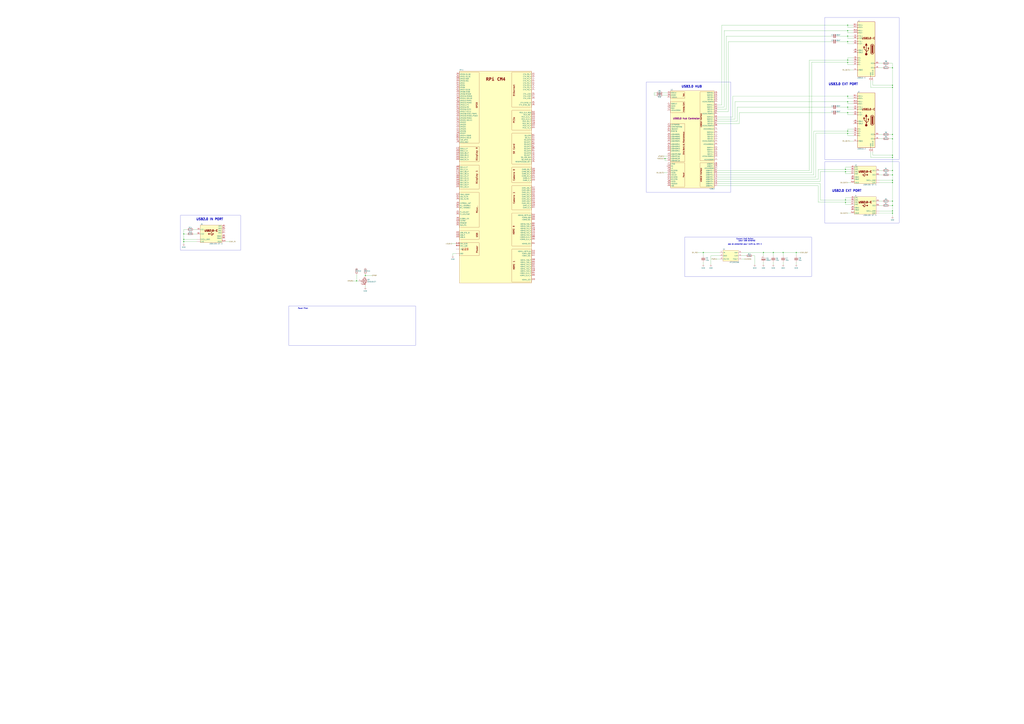
<source format=kicad_sch>
(kicad_sch
	(version 20231120)
	(generator "eeschema")
	(generator_version "8.0")
	(uuid "5b22e83e-9af0-472c-ad78-5efe3b88433b")
	(paper "A0")
	(lib_symbols
		(symbol "Device:C"
			(pin_numbers hide)
			(pin_names
				(offset 0.254)
			)
			(exclude_from_sim no)
			(in_bom yes)
			(on_board yes)
			(property "Reference" "C"
				(at 0.635 2.54 0)
				(effects
					(font
						(size 1.27 1.27)
					)
					(justify left)
				)
			)
			(property "Value" "C"
				(at 0.635 -2.54 0)
				(effects
					(font
						(size 1.27 1.27)
					)
					(justify left)
				)
			)
			(property "Footprint" ""
				(at 0.9652 -3.81 0)
				(effects
					(font
						(size 1.27 1.27)
					)
					(hide yes)
				)
			)
			(property "Datasheet" "~"
				(at 0 0 0)
				(effects
					(font
						(size 1.27 1.27)
					)
					(hide yes)
				)
			)
			(property "Description" "Unpolarized capacitor"
				(at 0 0 0)
				(effects
					(font
						(size 1.27 1.27)
					)
					(hide yes)
				)
			)
			(property "ki_keywords" "cap capacitor"
				(at 0 0 0)
				(effects
					(font
						(size 1.27 1.27)
					)
					(hide yes)
				)
			)
			(property "ki_fp_filters" "C_*"
				(at 0 0 0)
				(effects
					(font
						(size 1.27 1.27)
					)
					(hide yes)
				)
			)
			(symbol "C_0_1"
				(polyline
					(pts
						(xy -2.032 -0.762) (xy 2.032 -0.762)
					)
					(stroke
						(width 0.508)
						(type default)
					)
					(fill
						(type none)
					)
				)
				(polyline
					(pts
						(xy -2.032 0.762) (xy 2.032 0.762)
					)
					(stroke
						(width 0.508)
						(type default)
					)
					(fill
						(type none)
					)
				)
			)
			(symbol "C_1_1"
				(pin passive line
					(at 0 3.81 270)
					(length 2.794)
					(name "~"
						(effects
							(font
								(size 1.27 1.27)
							)
						)
					)
					(number "1"
						(effects
							(font
								(size 1.27 1.27)
							)
						)
					)
				)
				(pin passive line
					(at 0 -3.81 90)
					(length 2.794)
					(name "~"
						(effects
							(font
								(size 1.27 1.27)
							)
						)
					)
					(number "2"
						(effects
							(font
								(size 1.27 1.27)
							)
						)
					)
				)
			)
		)
		(symbol "Device:C_Polarized"
			(pin_numbers hide)
			(pin_names
				(offset 0.254)
			)
			(exclude_from_sim no)
			(in_bom yes)
			(on_board yes)
			(property "Reference" "C"
				(at 0.635 2.54 0)
				(effects
					(font
						(size 1.27 1.27)
					)
					(justify left)
				)
			)
			(property "Value" "C_Polarized"
				(at 0.635 -2.54 0)
				(effects
					(font
						(size 1.27 1.27)
					)
					(justify left)
				)
			)
			(property "Footprint" ""
				(at 0.9652 -3.81 0)
				(effects
					(font
						(size 1.27 1.27)
					)
					(hide yes)
				)
			)
			(property "Datasheet" "~"
				(at 0 0 0)
				(effects
					(font
						(size 1.27 1.27)
					)
					(hide yes)
				)
			)
			(property "Description" "Polarized capacitor"
				(at 0 0 0)
				(effects
					(font
						(size 1.27 1.27)
					)
					(hide yes)
				)
			)
			(property "ki_keywords" "cap capacitor"
				(at 0 0 0)
				(effects
					(font
						(size 1.27 1.27)
					)
					(hide yes)
				)
			)
			(property "ki_fp_filters" "CP_*"
				(at 0 0 0)
				(effects
					(font
						(size 1.27 1.27)
					)
					(hide yes)
				)
			)
			(symbol "C_Polarized_0_1"
				(rectangle
					(start -2.286 0.508)
					(end 2.286 1.016)
					(stroke
						(width 0)
						(type default)
					)
					(fill
						(type none)
					)
				)
				(polyline
					(pts
						(xy -1.778 2.286) (xy -0.762 2.286)
					)
					(stroke
						(width 0)
						(type default)
					)
					(fill
						(type none)
					)
				)
				(polyline
					(pts
						(xy -1.27 2.794) (xy -1.27 1.778)
					)
					(stroke
						(width 0)
						(type default)
					)
					(fill
						(type none)
					)
				)
				(rectangle
					(start 2.286 -0.508)
					(end -2.286 -1.016)
					(stroke
						(width 0)
						(type default)
					)
					(fill
						(type outline)
					)
				)
			)
			(symbol "C_Polarized_1_1"
				(pin passive line
					(at 0 3.81 270)
					(length 2.794)
					(name "~"
						(effects
							(font
								(size 1.27 1.27)
							)
						)
					)
					(number "1"
						(effects
							(font
								(size 1.27 1.27)
							)
						)
					)
				)
				(pin passive line
					(at 0 -3.81 90)
					(length 2.794)
					(name "~"
						(effects
							(font
								(size 1.27 1.27)
							)
						)
					)
					(number "2"
						(effects
							(font
								(size 1.27 1.27)
							)
						)
					)
				)
			)
		)
		(symbol "Device:R"
			(pin_numbers hide)
			(pin_names
				(offset 0)
			)
			(exclude_from_sim no)
			(in_bom yes)
			(on_board yes)
			(property "Reference" "R"
				(at 2.032 0 90)
				(effects
					(font
						(size 1.27 1.27)
					)
				)
			)
			(property "Value" "R"
				(at 0 0 90)
				(effects
					(font
						(size 1.27 1.27)
					)
				)
			)
			(property "Footprint" ""
				(at -1.778 0 90)
				(effects
					(font
						(size 1.27 1.27)
					)
					(hide yes)
				)
			)
			(property "Datasheet" "~"
				(at 0 0 0)
				(effects
					(font
						(size 1.27 1.27)
					)
					(hide yes)
				)
			)
			(property "Description" "Resistor"
				(at 0 0 0)
				(effects
					(font
						(size 1.27 1.27)
					)
					(hide yes)
				)
			)
			(property "ki_keywords" "R res resistor"
				(at 0 0 0)
				(effects
					(font
						(size 1.27 1.27)
					)
					(hide yes)
				)
			)
			(property "ki_fp_filters" "R_*"
				(at 0 0 0)
				(effects
					(font
						(size 1.27 1.27)
					)
					(hide yes)
				)
			)
			(symbol "R_0_1"
				(rectangle
					(start -1.016 -2.54)
					(end 1.016 2.54)
					(stroke
						(width 0.254)
						(type default)
					)
					(fill
						(type none)
					)
				)
			)
			(symbol "R_1_1"
				(pin passive line
					(at 0 3.81 270)
					(length 1.27)
					(name "~"
						(effects
							(font
								(size 1.27 1.27)
							)
						)
					)
					(number "1"
						(effects
							(font
								(size 1.27 1.27)
							)
						)
					)
				)
				(pin passive line
					(at 0 -3.81 90)
					(length 1.27)
					(name "~"
						(effects
							(font
								(size 1.27 1.27)
							)
						)
					)
					(number "2"
						(effects
							(font
								(size 1.27 1.27)
							)
						)
					)
				)
			)
		)
		(symbol "Projet_1:AP22653W6"
			(exclude_from_sim no)
			(in_bom yes)
			(on_board yes)
			(property "Reference" "U"
				(at 0 -0.254 0)
				(effects
					(font
						(face "Consolas")
						(size 1.27 1.27)
					)
				)
			)
			(property "Value" "AP22653W6"
				(at 8.89 -15.24 0)
				(effects
					(font
						(size 1.27 1.27)
					)
				)
			)
			(property "Footprint" ""
				(at 0 0 0)
				(effects
					(font
						(size 1.27 1.27)
					)
					(hide yes)
				)
			)
			(property "Datasheet" "https://www.mouser.fr/datasheet/2/115/DIOD_S_A0010880137_1-2543666.pdf"
				(at 8.89 -17.78 0)
				(effects
					(font
						(size 1.27 1.27)
					)
					(hide yes)
				)
			)
			(property "Description" "PRECISION ADJUSTABLE CURRENT-LIMITED POWER SWITCHE"
				(at 8.89 -16.51 0)
				(effects
					(font
						(face "Consolas")
						(size 1.27 1.27)
					)
					(hide yes)
				)
			)
			(symbol "AP22653W6_1_1"
				(rectangle
					(start -1.27 -1.27)
					(end 16.51 -13.97)
					(stroke
						(width 0)
						(type default)
					)
					(fill
						(type background)
					)
				)
				(pin input line
					(at -5.08 -3.81 0)
					(length 3.81)
					(name "IN"
						(effects
							(font
								(size 1.27 1.27)
							)
						)
					)
					(number "1"
						(effects
							(font
								(size 1.27 1.27)
							)
						)
					)
				)
				(pin passive line
					(at -5.08 -7.62 0)
					(length 3.81)
					(name "GND"
						(effects
							(font
								(size 1.27 1.27)
							)
						)
					)
					(number "2"
						(effects
							(font
								(size 1.27 1.27)
							)
						)
					)
				)
				(pin unspecified line
					(at -5.08 -11.43 0)
					(length 3.81)
					(name "EN/EN"
						(effects
							(font
								(size 1.27 1.27)
							)
						)
					)
					(number "3"
						(effects
							(font
								(size 1.27 1.27)
							)
						)
					)
				)
				(pin unspecified line
					(at 20.32 -11.43 180)
					(length 3.81)
					(name "FAULT"
						(effects
							(font
								(size 1.27 1.27)
							)
						)
					)
					(number "4"
						(effects
							(font
								(size 1.27 1.27)
							)
						)
					)
				)
				(pin unspecified line
					(at 20.32 -7.62 180)
					(length 3.81)
					(name "ILIM"
						(effects
							(font
								(size 1.27 1.27)
							)
						)
					)
					(number "5"
						(effects
							(font
								(size 1.27 1.27)
							)
						)
					)
				)
				(pin output line
					(at 20.32 -3.81 180)
					(length 3.81)
					(name "OUT"
						(effects
							(font
								(size 1.27 1.27)
							)
						)
					)
					(number "6"
						(effects
							(font
								(size 1.27 1.27)
							)
						)
					)
				)
			)
		)
		(symbol "Projet_1:RPi_CM4"
			(exclude_from_sim no)
			(in_bom yes)
			(on_board yes)
			(property "Reference" "RPi"
				(at -37.338 106.426 0)
				(effects
					(font
						(face "Consolas")
						(size 1.27 1.27)
					)
				)
			)
			(property "Value" "RPi CM4"
				(at 37.592 -142.24 0)
				(effects
					(font
						(size 1.27 1.27)
					)
					(hide yes)
				)
			)
			(property "Footprint" "Projet_1:RPI_CM4"
				(at 57.15 63.5 0)
				(effects
					(font
						(size 1.27 1.27)
					)
					(hide yes)
				)
			)
			(property "Datasheet" ""
				(at 57.15 63.5 0)
				(effects
					(font
						(size 1.27 1.27)
					)
					(hide yes)
				)
			)
			(property "Description" ""
				(at 57.15 63.5 0)
				(effects
					(font
						(size 1.27 1.27)
					)
					(hide yes)
				)
			)
			(property "ki_keywords" "Raspberry Pi Compute Module 4"
				(at 0 0 0)
				(effects
					(font
						(size 1.27 1.27)
					)
					(hide yes)
				)
			)
			(symbol "RPi_CM4_1_1"
				(rectangle
					(start -41.91 -93.98)
					(end -19.05 -109.22)
					(stroke
						(width 0)
						(type default)
					)
					(fill
						(type none)
					)
				)
				(rectangle
					(start -41.91 -80.01)
					(end -19.05 -90.17)
					(stroke
						(width 0)
						(type default)
					)
					(fill
						(type none)
					)
				)
				(rectangle
					(start -41.91 -35.56)
					(end -19.05 -76.2)
					(stroke
						(width 0)
						(type default)
					)
					(fill
						(type none)
					)
				)
				(rectangle
					(start -41.91 -3.81)
					(end -19.05 -31.75)
					(stroke
						(width 0)
						(type default)
					)
					(fill
						(type none)
					)
				)
				(rectangle
					(start -41.91 17.78)
					(end -19.05 0)
					(stroke
						(width 0)
						(type default)
					)
					(fill
						(type none)
					)
				)
				(rectangle
					(start -41.91 104.14)
					(end -19.05 21.59)
					(stroke
						(width 0)
						(type default)
					)
					(fill
						(type none)
					)
				)
				(rectangle
					(start -41.91 105.41)
					(end 41.91 -140.97)
					(stroke
						(width 0)
						(type default)
					)
					(fill
						(type background)
					)
				)
				(rectangle
					(start 19.05 -101.6)
					(end 41.91 -139.7)
					(stroke
						(width 0)
						(type default)
					)
					(fill
						(type none)
					)
				)
				(rectangle
					(start 19.05 -59.69)
					(end 41.91 -97.79)
					(stroke
						(width 0)
						(type default)
					)
					(fill
						(type none)
					)
				)
				(rectangle
					(start 19.05 -27.94)
					(end 41.91 -55.88)
					(stroke
						(width 0)
						(type default)
					)
					(fill
						(type none)
					)
				)
				(rectangle
					(start 19.05 -6.35)
					(end 41.91 -24.13)
					(stroke
						(width 0)
						(type default)
					)
					(fill
						(type none)
					)
				)
				(rectangle
					(start 19.05 33.02)
					(end 41.91 -2.54)
					(stroke
						(width 0)
						(type default)
					)
					(fill
						(type none)
					)
				)
				(rectangle
					(start 19.05 59.69)
					(end 41.91 36.83)
					(stroke
						(width 0)
						(type default)
					)
					(fill
						(type none)
					)
				)
				(rectangle
					(start 19.05 104.14)
					(end 41.91 63.5)
					(stroke
						(width 0)
						(type default)
					)
					(fill
						(type none)
					)
				)
				(text "77/79/81\n83/85/87"
					(at -35.052 -101.6 0)
					(effects
						(font
							(size 1 1)
							(color 169 0 0 1)
						)
					)
				)
				(text "84/86"
					(at -43.688 -94.488 0)
					(effects
						(font
							(size 0.85 0.85)
							(color 169 0 0 1)
						)
					)
				)
				(text "88/90"
					(at -43.688 -97.028 0)
					(effects
						(font
							(size 0.85 0.85)
							(color 169 0 0 1)
						)
					)
				)
				(text "Camera 0"
					(at 21.59 -15.24 900)
					(effects
						(font
							(face "Consolas")
							(size 2 2)
							(thickness 0.508)
							(bold yes)
							(color 132 0 0 1)
						)
					)
				)
				(text "Camera 1"
					(at 21.59 -41.91 900)
					(effects
						(font
							(face "Consolas")
							(size 2 2)
							(thickness 0.508)
							(bold yes)
							(color 132 0 0 1)
						)
					)
				)
				(text "Display 0"
					(at -21.59 9.144 900)
					(effects
						(font
							(face "Consolas")
							(size 2 2)
							(thickness 0.508)
							(bold yes)
							(color 132 0 0 1)
						)
					)
				)
				(text "Display 1"
					(at -21.59 -17.78 900)
					(effects
						(font
							(face "Consolas")
							(size 2 2)
							(thickness 0.508)
							(bold yes)
							(color 132 0 0 1)
						)
					)
				)
				(text "Ethernet"
					(at 21.59 83.058 900)
					(effects
						(font
							(face "Consolas")
							(size 2 2)
							(thickness 0.508)
							(bold yes)
							(color 132 0 0 1)
						)
					)
				)
				(text "GPIO"
					(at -21.59 65.786 900)
					(effects
						(font
							(face "Consolas")
							(size 2 2)
							(thickness 0.508)
							(bold yes)
							(color 132 0 0 1)
						)
					)
				)
				(text "HDMI 0"
					(at 21.336 -79.248 900)
					(effects
						(font
							(face "Consolas")
							(size 2 2)
							(thickness 0.508)
							(bold yes)
							(color 132 0 0 1)
						)
					)
				)
				(text "HDMI 1"
					(at 21.59 -120.142 900)
					(effects
						(font
							(face "Consolas")
							(size 2 2)
							(thickness 0.508)
							(bold yes)
							(color 132 0 0 1)
						)
					)
				)
				(text "Misc."
					(at -21.336 -55.118 900)
					(effects
						(font
							(face "Consolas")
							(size 2 2)
							(thickness 0.508)
							(bold yes)
							(color 132 0 0 1)
						)
					)
				)
				(text "PCIe"
					(at 21.59 48.514 900)
					(effects
						(font
							(face "Consolas")
							(size 2 2)
							(thickness 0.508)
							(bold yes)
							(color 132 0 0 1)
						)
					)
				)
				(text "Power"
					(at -21.336 -101.6 900)
					(effects
						(font
							(face "Consolas")
							(size 2 2)
							(thickness 0.508)
							(bold yes)
							(color 132 0 0 1)
						)
					)
				)
				(text "RPi CM4"
					(at 0.254 95.758 0)
					(effects
						(font
							(face "Consolas")
							(size 3.81 3.81)
							(thickness 0.762)
							(bold yes)
							(color 132 0 0 1)
						)
					)
				)
				(text "SD Card"
					(at 21.59 14.986 900)
					(effects
						(font
							(face "Consolas")
							(size 2 2)
							(thickness 0.508)
							(bold yes)
							(color 132 0 0 1)
						)
					)
				)
				(text "USB"
					(at -21.336 -85.09 900)
					(effects
						(font
							(face "Consolas")
							(size 2 2)
							(thickness 0.508)
							(bold yes)
							(color 132 0 0 1)
						)
					)
				)
				(pin input line
					(at -45.72 -101.6 0)
					(length 3.81)
					(name "+5V"
						(effects
							(font
								(size 1.27 1.27)
							)
						)
					)
					(number ""
						(effects
							(font
								(size 1.27 1.27)
							)
						)
					)
				)
				(pin output line
					(at -45.72 -97.79 0)
					(length 3.81)
					(name "CM4_1.8V"
						(effects
							(font
								(size 1.27 1.27)
							)
						)
					)
					(number ""
						(effects
							(font
								(size 1.27 1.27)
							)
						)
					)
				)
				(pin output line
					(at -45.72 -95.25 0)
					(length 3.81)
					(name "CM4_3.3V"
						(effects
							(font
								(size 1.27 1.27)
							)
						)
					)
					(number ""
						(effects
							(font
								(size 1.27 1.27)
							)
						)
					)
				)
				(pin passive line
					(at -45.72 -106.68 0)
					(length 3.81)
					(name "GND"
						(effects
							(font
								(size 1.27 1.27)
							)
						)
					)
					(number ""
						(effects
							(font
								(size 1.27 1.27)
							)
						)
					)
				)
				(pin output line
					(at 45.72 99.06 180)
					(length 3.81)
					(name "ETH_P0_N"
						(effects
							(font
								(size 1.27 1.27)
							)
						)
					)
					(number "10"
						(effects
							(font
								(size 1.27 1.27)
							)
						)
					)
				)
				(pin output line
					(at -45.72 -68.58 0)
					(length 3.81)
					(name "EXTRST"
						(effects
							(font
								(size 1.27 1.27)
							)
						)
					)
					(number "100"
						(effects
							(font
								(size 1.27 1.27)
							)
						)
					)
				)
				(pin input line
					(at -45.72 -82.55 0)
					(length 3.81)
					(name "USB_OTG_ID"
						(effects
							(font
								(size 1.27 1.27)
							)
						)
					)
					(number "101"
						(effects
							(font
								(size 1.27 1.27)
							)
						)
					)
				)
				(pin input line
					(at 45.72 57.15 180)
					(length 3.81)
					(name "PCIE_CLK_REQ"
						(effects
							(font
								(size 1.27 1.27)
							)
						)
					)
					(number "102"
						(effects
							(font
								(size 1.27 1.27)
							)
						)
					)
				)
				(pin output line
					(at -45.72 -87.63 0)
					(length 3.81)
					(name "USB_N"
						(effects
							(font
								(size 1.27 1.27)
							)
						)
					)
					(number "103"
						(effects
							(font
								(size 1.27 1.27)
							)
						)
					)
				)
				(pin input line
					(at -45.72 -85.09 0)
					(length 3.81)
					(name "USB_P"
						(effects
							(font
								(size 1.27 1.27)
							)
						)
					)
					(number "105"
						(effects
							(font
								(size 1.27 1.27)
							)
						)
					)
				)
				(pin input line
					(at 45.72 54.61 180)
					(length 3.81)
					(name "PCIE_RST"
						(effects
							(font
								(size 1.27 1.27)
							)
						)
					)
					(number "109"
						(effects
							(font
								(size 1.27 1.27)
							)
						)
					)
				)
				(pin input line
					(at 45.72 91.44 180)
					(length 3.81)
					(name "ETH_P2_P"
						(effects
							(font
								(size 1.27 1.27)
							)
						)
					)
					(number "11"
						(effects
							(font
								(size 1.27 1.27)
							)
						)
					)
				)
				(pin input line
					(at 45.72 52.07 180)
					(length 3.81)
					(name "PCIE_CLK_P"
						(effects
							(font
								(size 1.27 1.27)
							)
						)
					)
					(number "110"
						(effects
							(font
								(size 1.27 1.27)
							)
						)
					)
				)
				(pin output line
					(at -45.72 -38.1 0)
					(length 3.81)
					(name "VDAC_COMP"
						(effects
							(font
								(size 1.27 1.27)
							)
						)
					)
					(number "111"
						(effects
							(font
								(size 1.27 1.27)
							)
						)
					)
				)
				(pin output line
					(at 45.72 49.53 180)
					(length 3.81)
					(name "PCIE_CLK_N"
						(effects
							(font
								(size 1.27 1.27)
							)
						)
					)
					(number "112"
						(effects
							(font
								(size 1.27 1.27)
							)
						)
					)
				)
				(pin output line
					(at 45.72 -33.02 180)
					(length 3.81)
					(name "CAM1_D0_N"
						(effects
							(font
								(size 1.27 1.27)
							)
						)
					)
					(number "115"
						(effects
							(font
								(size 1.27 1.27)
							)
						)
					)
				)
				(pin input line
					(at 45.72 46.99 180)
					(length 3.81)
					(name "PCIE_RX_P"
						(effects
							(font
								(size 1.27 1.27)
							)
						)
					)
					(number "116"
						(effects
							(font
								(size 1.27 1.27)
							)
						)
					)
				)
				(pin input line
					(at 45.72 -30.48 180)
					(length 3.81)
					(name "CAM1_D0_P"
						(effects
							(font
								(size 1.27 1.27)
							)
						)
					)
					(number "117"
						(effects
							(font
								(size 1.27 1.27)
							)
						)
					)
				)
				(pin output line
					(at 45.72 44.45 180)
					(length 3.81)
					(name "PCIE_RX_N"
						(effects
							(font
								(size 1.27 1.27)
							)
						)
					)
					(number "118"
						(effects
							(font
								(size 1.27 1.27)
							)
						)
					)
				)
				(pin input line
					(at 45.72 101.6 180)
					(length 3.81)
					(name "ETH_P0_P"
						(effects
							(font
								(size 1.27 1.27)
							)
						)
					)
					(number "12"
						(effects
							(font
								(size 1.27 1.27)
							)
						)
					)
				)
				(pin output line
					(at 45.72 -38.1 180)
					(length 3.81)
					(name "CAM1_D1_N"
						(effects
							(font
								(size 1.27 1.27)
							)
						)
					)
					(number "121"
						(effects
							(font
								(size 1.27 1.27)
							)
						)
					)
				)
				(pin input line
					(at 45.72 41.91 180)
					(length 3.81)
					(name "PCIE_TX_P"
						(effects
							(font
								(size 1.27 1.27)
							)
						)
					)
					(number "122"
						(effects
							(font
								(size 1.27 1.27)
							)
						)
					)
				)
				(pin input line
					(at 45.72 -35.56 180)
					(length 3.81)
					(name "CAM1_D1_P"
						(effects
							(font
								(size 1.27 1.27)
							)
						)
					)
					(number "123"
						(effects
							(font
								(size 1.27 1.27)
							)
						)
					)
				)
				(pin output line
					(at 45.72 39.37 180)
					(length 3.81)
					(name "PCIE_TX_N"
						(effects
							(font
								(size 1.27 1.27)
							)
						)
					)
					(number "124"
						(effects
							(font
								(size 1.27 1.27)
							)
						)
					)
				)
				(pin output line
					(at 45.72 -53.34 180)
					(length 3.81)
					(name "CAM1_C_N"
						(effects
							(font
								(size 1.27 1.27)
							)
						)
					)
					(number "127"
						(effects
							(font
								(size 1.27 1.27)
							)
						)
					)
				)
				(pin output line
					(at 45.72 -11.43 180)
					(length 3.81)
					(name "CAM0_D0_N"
						(effects
							(font
								(size 1.27 1.27)
							)
						)
					)
					(number "128"
						(effects
							(font
								(size 1.27 1.27)
							)
						)
					)
				)
				(pin input line
					(at 45.72 -50.8 180)
					(length 3.81)
					(name "CAM1_C_P"
						(effects
							(font
								(size 1.27 1.27)
							)
						)
					)
					(number "129"
						(effects
							(font
								(size 1.27 1.27)
							)
						)
					)
				)
				(pin input line
					(at 45.72 -8.89 180)
					(length 3.81)
					(name "CAM0_D0_P"
						(effects
							(font
								(size 1.27 1.27)
							)
						)
					)
					(number "130"
						(effects
							(font
								(size 1.27 1.27)
							)
						)
					)
				)
				(pin output line
					(at 45.72 -43.18 180)
					(length 3.81)
					(name "CAM1_D2_N"
						(effects
							(font
								(size 1.27 1.27)
							)
						)
					)
					(number "133"
						(effects
							(font
								(size 1.27 1.27)
							)
						)
					)
				)
				(pin output line
					(at 45.72 -16.51 180)
					(length 3.81)
					(name "CAM0_D1_N"
						(effects
							(font
								(size 1.27 1.27)
							)
						)
					)
					(number "134"
						(effects
							(font
								(size 1.27 1.27)
							)
						)
					)
				)
				(pin input line
					(at 45.72 -40.64 180)
					(length 3.81)
					(name "CAM1_D2_P"
						(effects
							(font
								(size 1.27 1.27)
							)
						)
					)
					(number "135"
						(effects
							(font
								(size 1.27 1.27)
							)
						)
					)
				)
				(pin input line
					(at 45.72 -13.97 180)
					(length 3.81)
					(name "CAM0_D1_P"
						(effects
							(font
								(size 1.27 1.27)
							)
						)
					)
					(number "136"
						(effects
							(font
								(size 1.27 1.27)
							)
						)
					)
				)
				(pin output line
					(at 45.72 -48.26 180)
					(length 3.81)
					(name "CAM1_D3_N"
						(effects
							(font
								(size 1.27 1.27)
							)
						)
					)
					(number "139"
						(effects
							(font
								(size 1.27 1.27)
							)
						)
					)
				)
				(pin output line
					(at 45.72 -21.59 180)
					(length 3.81)
					(name "CAM0_C_N"
						(effects
							(font
								(size 1.27 1.27)
							)
						)
					)
					(number "140"
						(effects
							(font
								(size 1.27 1.27)
							)
						)
					)
				)
				(pin input line
					(at 45.72 -45.72 180)
					(length 3.81)
					(name "CAM1_D3_P"
						(effects
							(font
								(size 1.27 1.27)
							)
						)
					)
					(number "141"
						(effects
							(font
								(size 1.27 1.27)
							)
						)
					)
				)
				(pin input line
					(at 45.72 -19.05 180)
					(length 3.81)
					(name "CAM0_C_P"
						(effects
							(font
								(size 1.27 1.27)
							)
						)
					)
					(number "142"
						(effects
							(font
								(size 1.27 1.27)
							)
						)
					)
				)
				(pin input line
					(at 45.72 -104.14 180)
					(length 3.81)
					(name "HDMI1_HOTPLUG"
						(effects
							(font
								(size 1.27 1.27)
							)
						)
					)
					(number "143"
						(effects
							(font
								(size 1.27 1.27)
							)
						)
					)
				)
				(pin bidirectional line
					(at 45.72 -106.68 180)
					(length 3.81)
					(name "HDMI1_SDA"
						(effects
							(font
								(size 1.27 1.27)
							)
						)
					)
					(number "145"
						(effects
							(font
								(size 1.27 1.27)
							)
						)
					)
				)
				(pin input line
					(at 45.72 -124.46 180)
					(length 3.81)
					(name "HDMI1_TX2_P"
						(effects
							(font
								(size 1.27 1.27)
							)
						)
					)
					(number "146"
						(effects
							(font
								(size 1.27 1.27)
							)
						)
					)
				)
				(pin bidirectional line
					(at 45.72 -109.22 180)
					(length 3.81)
					(name "HDMI1_SCL"
						(effects
							(font
								(size 1.27 1.27)
							)
						)
					)
					(number "147"
						(effects
							(font
								(size 1.27 1.27)
							)
						)
					)
				)
				(pin output line
					(at 45.72 -127 180)
					(length 3.81)
					(name "HDMI1_TX2_N"
						(effects
							(font
								(size 1.27 1.27)
							)
						)
					)
					(number "148"
						(effects
							(font
								(size 1.27 1.27)
							)
						)
					)
				)
				(pin input line
					(at 45.72 -137.16 180)
					(length 3.81)
					(name "HDMI1_CEC"
						(effects
							(font
								(size 1.27 1.27)
							)
						)
					)
					(number "149"
						(effects
							(font
								(size 1.27 1.27)
							)
						)
					)
				)
				(pin input line
					(at 45.72 78.74 180)
					(length 3.81)
					(name "ETH_LED3"
						(effects
							(font
								(size 1.27 1.27)
							)
						)
					)
					(number "15"
						(effects
							(font
								(size 1.27 1.27)
							)
						)
					)
				)
				(pin input line
					(at 45.72 -95.25 180)
					(length 3.81)
					(name "HDMI0_CEC"
						(effects
							(font
								(size 1.27 1.27)
							)
						)
					)
					(number "151"
						(effects
							(font
								(size 1.27 1.27)
							)
						)
					)
				)
				(pin input line
					(at 45.72 -119.38 180)
					(length 3.81)
					(name "HDMI1_TX1_P"
						(effects
							(font
								(size 1.27 1.27)
							)
						)
					)
					(number "152"
						(effects
							(font
								(size 1.27 1.27)
							)
						)
					)
				)
				(pin input line
					(at 45.72 -62.23 180)
					(length 3.81)
					(name "HDMI0_HOTPLUG"
						(effects
							(font
								(size 1.27 1.27)
							)
						)
					)
					(number "153"
						(effects
							(font
								(size 1.27 1.27)
							)
						)
					)
				)
				(pin output line
					(at 45.72 -121.92 180)
					(length 3.81)
					(name "HDMI1_TX1_N"
						(effects
							(font
								(size 1.27 1.27)
							)
						)
					)
					(number "154"
						(effects
							(font
								(size 1.27 1.27)
							)
						)
					)
				)
				(pin output line
					(at -45.72 7.62 0)
					(length 3.81)
					(name "DSI0_D0_N"
						(effects
							(font
								(size 1.27 1.27)
							)
						)
					)
					(number "157"
						(effects
							(font
								(size 1.27 1.27)
							)
						)
					)
				)
				(pin input line
					(at 45.72 -114.3 180)
					(length 3.81)
					(name "HDMI1_TX0_P"
						(effects
							(font
								(size 1.27 1.27)
							)
						)
					)
					(number "158"
						(effects
							(font
								(size 1.27 1.27)
							)
						)
					)
				)
				(pin input line
					(at -45.72 10.16 0)
					(length 3.81)
					(name "DSI0_D0_P"
						(effects
							(font
								(size 1.27 1.27)
							)
						)
					)
					(number "159"
						(effects
							(font
								(size 1.27 1.27)
							)
						)
					)
				)
				(pin input line
					(at 45.72 68.58 180)
					(length 3.81)
					(name "ETH_SYNC_IN"
						(effects
							(font
								(size 1.27 1.27)
							)
						)
					)
					(number "16"
						(effects
							(font
								(size 1.27 1.27)
							)
						)
					)
				)
				(pin output line
					(at 45.72 -116.84 180)
					(length 3.81)
					(name "HDMI1_TX0_N"
						(effects
							(font
								(size 1.27 1.27)
							)
						)
					)
					(number "160"
						(effects
							(font
								(size 1.27 1.27)
							)
						)
					)
				)
				(pin output line
					(at -45.72 2.54 0)
					(length 3.81)
					(name "DSI0_D1_N"
						(effects
							(font
								(size 1.27 1.27)
							)
						)
					)
					(number "163"
						(effects
							(font
								(size 1.27 1.27)
							)
						)
					)
				)
				(pin input line
					(at 45.72 -129.54 180)
					(length 3.81)
					(name "HDMI1_CLK_P"
						(effects
							(font
								(size 1.27 1.27)
							)
						)
					)
					(number "164"
						(effects
							(font
								(size 1.27 1.27)
							)
						)
					)
				)
				(pin input line
					(at -45.72 5.08 0)
					(length 3.81)
					(name "DSI0_D1_P"
						(effects
							(font
								(size 1.27 1.27)
							)
						)
					)
					(number "165"
						(effects
							(font
								(size 1.27 1.27)
							)
						)
					)
				)
				(pin output line
					(at 45.72 -132.08 180)
					(length 3.81)
					(name "HDMI1_CLK_N"
						(effects
							(font
								(size 1.27 1.27)
							)
						)
					)
					(number "166"
						(effects
							(font
								(size 1.27 1.27)
							)
						)
					)
				)
				(pin output line
					(at -45.72 12.7 0)
					(length 3.81)
					(name "DSI0_C_N"
						(effects
							(font
								(size 1.27 1.27)
							)
						)
					)
					(number "169"
						(effects
							(font
								(size 1.27 1.27)
							)
						)
					)
				)
				(pin input line
					(at 45.72 76.2 180)
					(length 3.81)
					(name "ETH_LED2"
						(effects
							(font
								(size 1.27 1.27)
							)
						)
					)
					(number "17"
						(effects
							(font
								(size 1.27 1.27)
							)
						)
					)
				)
				(pin input line
					(at 45.72 -82.55 180)
					(length 3.81)
					(name "HDMI0_TX2_P"
						(effects
							(font
								(size 1.27 1.27)
							)
						)
					)
					(number "170"
						(effects
							(font
								(size 1.27 1.27)
							)
						)
					)
				)
				(pin input line
					(at -45.72 15.24 0)
					(length 3.81)
					(name "DSI0_C_P"
						(effects
							(font
								(size 1.27 1.27)
							)
						)
					)
					(number "171"
						(effects
							(font
								(size 1.27 1.27)
							)
						)
					)
				)
				(pin output line
					(at 45.72 -85.09 180)
					(length 3.81)
					(name "HDMI0_TX2_N"
						(effects
							(font
								(size 1.27 1.27)
							)
						)
					)
					(number "172"
						(effects
							(font
								(size 1.27 1.27)
							)
						)
					)
				)
				(pin output line
					(at -45.72 -13.97 0)
					(length 3.81)
					(name "DSI1_D0_N"
						(effects
							(font
								(size 1.27 1.27)
							)
						)
					)
					(number "175"
						(effects
							(font
								(size 1.27 1.27)
							)
						)
					)
				)
				(pin input line
					(at 45.72 -77.47 180)
					(length 3.81)
					(name "HDMI0_TX1_P"
						(effects
							(font
								(size 1.27 1.27)
							)
						)
					)
					(number "176"
						(effects
							(font
								(size 1.27 1.27)
							)
						)
					)
				)
				(pin input line
					(at -45.72 -11.43 0)
					(length 3.81)
					(name "DSI1_D0_P"
						(effects
							(font
								(size 1.27 1.27)
							)
						)
					)
					(number "177"
						(effects
							(font
								(size 1.27 1.27)
							)
						)
					)
				)
				(pin output line
					(at 45.72 -80.01 180)
					(length 3.81)
					(name "HDMI0_TX1_N"
						(effects
							(font
								(size 1.27 1.27)
							)
						)
					)
					(number "178"
						(effects
							(font
								(size 1.27 1.27)
							)
						)
					)
				)
				(pin output line
					(at 45.72 66.04 180)
					(length 3.81)
					(name "ETH_SYNC_OUT"
						(effects
							(font
								(size 1.27 1.27)
							)
						)
					)
					(number "18"
						(effects
							(font
								(size 1.27 1.27)
							)
						)
					)
				)
				(pin output line
					(at -45.72 -19.05 0)
					(length 3.81)
					(name "DSI1_D1_N"
						(effects
							(font
								(size 1.27 1.27)
							)
						)
					)
					(number "181"
						(effects
							(font
								(size 1.27 1.27)
							)
						)
					)
				)
				(pin input line
					(at 45.72 -72.39 180)
					(length 3.81)
					(name "HDMI0_TX0_P"
						(effects
							(font
								(size 1.27 1.27)
							)
						)
					)
					(number "182"
						(effects
							(font
								(size 1.27 1.27)
							)
						)
					)
				)
				(pin input line
					(at -45.72 -16.51 0)
					(length 3.81)
					(name "DSI1_D1_P"
						(effects
							(font
								(size 1.27 1.27)
							)
						)
					)
					(number "183"
						(effects
							(font
								(size 1.27 1.27)
							)
						)
					)
				)
				(pin output line
					(at 45.72 -74.93 180)
					(length 3.81)
					(name "HDMI0_TX0_N"
						(effects
							(font
								(size 1.27 1.27)
							)
						)
					)
					(number "184"
						(effects
							(font
								(size 1.27 1.27)
							)
						)
					)
				)
				(pin output line
					(at -45.72 -8.89 0)
					(length 3.81)
					(name "DSI1_C_N"
						(effects
							(font
								(size 1.27 1.27)
							)
						)
					)
					(number "187"
						(effects
							(font
								(size 1.27 1.27)
							)
						)
					)
				)
				(pin input line
					(at 45.72 -87.63 180)
					(length 3.81)
					(name "HDMI0_CLK_P"
						(effects
							(font
								(size 1.27 1.27)
							)
						)
					)
					(number "188"
						(effects
							(font
								(size 1.27 1.27)
							)
						)
					)
				)
				(pin input line
					(at -45.72 -6.35 0)
					(length 3.81)
					(name "DSI1_C_P"
						(effects
							(font
								(size 1.27 1.27)
							)
						)
					)
					(number "189"
						(effects
							(font
								(size 1.27 1.27)
							)
						)
					)
				)
				(pin input line
					(at 45.72 73.66 180)
					(length 3.81)
					(name "ETH_LED1"
						(effects
							(font
								(size 1.27 1.27)
							)
						)
					)
					(number "19"
						(effects
							(font
								(size 1.27 1.27)
							)
						)
					)
				)
				(pin output line
					(at 45.72 -90.17 180)
					(length 3.81)
					(name "HDMI0_CLK_N"
						(effects
							(font
								(size 1.27 1.27)
							)
						)
					)
					(number "190"
						(effects
							(font
								(size 1.27 1.27)
							)
						)
					)
				)
				(pin output line
					(at -45.72 -24.13 0)
					(length 3.81)
					(name "DSI1_D2_N"
						(effects
							(font
								(size 1.27 1.27)
							)
						)
					)
					(number "193"
						(effects
							(font
								(size 1.27 1.27)
							)
						)
					)
				)
				(pin output line
					(at -45.72 -29.21 0)
					(length 3.81)
					(name "DSI1_D3_N"
						(effects
							(font
								(size 1.27 1.27)
							)
						)
					)
					(number "194"
						(effects
							(font
								(size 1.27 1.27)
							)
						)
					)
				)
				(pin input line
					(at -45.72 -21.59 0)
					(length 3.81)
					(name "DSI1_D2_P"
						(effects
							(font
								(size 1.27 1.27)
							)
						)
					)
					(number "195"
						(effects
							(font
								(size 1.27 1.27)
							)
						)
					)
				)
				(pin input line
					(at -45.72 -26.67 0)
					(length 3.81)
					(name "DSI1_D3_P"
						(effects
							(font
								(size 1.27 1.27)
							)
						)
					)
					(number "196"
						(effects
							(font
								(size 1.27 1.27)
							)
						)
					)
				)
				(pin bidirectional line
					(at 45.72 -64.77 180)
					(length 3.81)
					(name "HDMI0_SDA"
						(effects
							(font
								(size 1.27 1.27)
							)
						)
					)
					(number "199"
						(effects
							(font
								(size 1.27 1.27)
							)
						)
					)
				)
				(pin output line
					(at -45.72 -48.26 0)
					(length 3.81)
					(name "EEPROM_/WP"
						(effects
							(font
								(size 1.27 1.27)
							)
						)
					)
					(number "20"
						(effects
							(font
								(size 1.27 1.27)
							)
						)
					)
				)
				(pin bidirectional line
					(at 45.72 -67.31 180)
					(length 3.81)
					(name "HDMI0_SCL"
						(effects
							(font
								(size 1.27 1.27)
							)
						)
					)
					(number "200"
						(effects
							(font
								(size 1.27 1.27)
							)
						)
					)
				)
				(pin input line
					(at -45.72 -58.42 0)
					(length 3.81)
					(name "PI_LED_ACT"
						(effects
							(font
								(size 1.27 1.27)
							)
						)
					)
					(number "21"
						(effects
							(font
								(size 1.27 1.27)
							)
						)
					)
				)
				(pin unspecified line
					(at -45.72 35.56 0)
					(length 3.81)
					(name "GPIO26"
						(effects
							(font
								(size 1.27 1.27)
							)
						)
					)
					(number "24"
						(effects
							(font
								(size 1.27 1.27)
							)
						)
					)
				)
				(pin unspecified line
					(at -45.72 48.26 0)
					(length 3.81)
					(name "GPIO21/SCLK1"
						(effects
							(font
								(size 1.27 1.27)
							)
						)
					)
					(number "25"
						(effects
							(font
								(size 1.27 1.27)
							)
						)
					)
				)
				(pin input line
					(at -45.72 53.34 0)
					(length 3.81)
					(name "GPIO19/MISO1/PWM2"
						(effects
							(font
								(size 1.27 1.27)
							)
						)
					)
					(number "26"
						(effects
							(font
								(size 1.27 1.27)
							)
						)
					)
				)
				(pin unspecified line
					(at -45.72 50.8 0)
					(length 3.81)
					(name "GPIO20/MOSI1"
						(effects
							(font
								(size 1.27 1.27)
							)
						)
					)
					(number "27"
						(effects
							(font
								(size 1.27 1.27)
							)
						)
					)
				)
				(pin input line
					(at -45.72 68.58 0)
					(length 3.81)
					(name "GPIO13/PWM2"
						(effects
							(font
								(size 1.27 1.27)
							)
						)
					)
					(number "28"
						(effects
							(font
								(size 1.27 1.27)
							)
						)
					)
				)
				(pin unspecified line
					(at -45.72 60.96 0)
					(length 3.81)
					(name "GPIO16/CE21"
						(effects
							(font
								(size 1.27 1.27)
							)
						)
					)
					(number "29"
						(effects
							(font
								(size 1.27 1.27)
							)
						)
					)
				)
				(pin input line
					(at 45.72 86.36 180)
					(length 3.81)
					(name "ETH_P3_P"
						(effects
							(font
								(size 1.27 1.27)
							)
						)
					)
					(number "3"
						(effects
							(font
								(size 1.27 1.27)
							)
						)
					)
				)
				(pin unspecified line
					(at -45.72 86.36 0)
					(length 3.81)
					(name "GPIO6"
						(effects
							(font
								(size 1.27 1.27)
							)
						)
					)
					(number "30"
						(effects
							(font
								(size 1.27 1.27)
							)
						)
					)
				)
				(pin input line
					(at -45.72 71.12 0)
					(length 3.81)
					(name "GPIO12/PWM1"
						(effects
							(font
								(size 1.27 1.27)
							)
						)
					)
					(number "31"
						(effects
							(font
								(size 1.27 1.27)
							)
						)
					)
				)
				(pin unspecified line
					(at -45.72 88.9 0)
					(length 3.81)
					(name "GPIO5"
						(effects
							(font
								(size 1.27 1.27)
							)
						)
					)
					(number "34"
						(effects
							(font
								(size 1.27 1.27)
							)
						)
					)
				)
				(pin unspecified line
					(at -45.72 99.06 0)
					(length 3.81)
					(name "GPIO1/ID_SC"
						(effects
							(font
								(size 1.27 1.27)
							)
						)
					)
					(number "35"
						(effects
							(font
								(size 1.27 1.27)
							)
						)
					)
				)
				(pin unspecified line
					(at -45.72 101.6 0)
					(length 3.81)
					(name "GPIO0/ID_SD"
						(effects
							(font
								(size 1.27 1.27)
							)
						)
					)
					(number "36"
						(effects
							(font
								(size 1.27 1.27)
							)
						)
					)
				)
				(pin unspecified line
					(at -45.72 83.82 0)
					(length 3.81)
					(name "GPIO7/CE10"
						(effects
							(font
								(size 1.27 1.27)
							)
						)
					)
					(number "37"
						(effects
							(font
								(size 1.27 1.27)
							)
						)
					)
				)
				(pin unspecified line
					(at -45.72 73.66 0)
					(length 3.81)
					(name "GPIO11/SCLK0"
						(effects
							(font
								(size 1.27 1.27)
							)
						)
					)
					(number "38"
						(effects
							(font
								(size 1.27 1.27)
							)
						)
					)
				)
				(pin unspecified line
					(at -45.72 81.28 0)
					(length 3.81)
					(name "GPIO8/CE00"
						(effects
							(font
								(size 1.27 1.27)
							)
						)
					)
					(number "39"
						(effects
							(font
								(size 1.27 1.27)
							)
						)
					)
				)
				(pin input line
					(at 45.72 96.52 180)
					(length 3.81)
					(name "ETH_P1_P"
						(effects
							(font
								(size 1.27 1.27)
							)
						)
					)
					(number "4"
						(effects
							(font
								(size 1.27 1.27)
							)
						)
					)
				)
				(pin unspecified line
					(at -45.72 78.74 0)
					(length 3.81)
					(name "GPIO9/MISO0"
						(effects
							(font
								(size 1.27 1.27)
							)
						)
					)
					(number "40"
						(effects
							(font
								(size 1.27 1.27)
							)
						)
					)
				)
				(pin unspecified line
					(at -45.72 38.1 0)
					(length 3.81)
					(name "GPIO25"
						(effects
							(font
								(size 1.27 1.27)
							)
						)
					)
					(number "41"
						(effects
							(font
								(size 1.27 1.27)
							)
						)
					)
				)
				(pin unspecified line
					(at -45.72 76.2 0)
					(length 3.81)
					(name "GPIO10/MOSI0"
						(effects
							(font
								(size 1.27 1.27)
							)
						)
					)
					(number "44"
						(effects
							(font
								(size 1.27 1.27)
							)
						)
					)
				)
				(pin unspecified line
					(at -45.72 40.64 0)
					(length 3.81)
					(name "GPIO24"
						(effects
							(font
								(size 1.27 1.27)
							)
						)
					)
					(number "45"
						(effects
							(font
								(size 1.27 1.27)
							)
						)
					)
				)
				(pin unspecified line
					(at -45.72 45.72 0)
					(length 3.81)
					(name "GPIO22"
						(effects
							(font
								(size 1.27 1.27)
							)
						)
					)
					(number "46"
						(effects
							(font
								(size 1.27 1.27)
							)
						)
					)
				)
				(pin unspecified line
					(at -45.72 43.18 0)
					(length 3.81)
					(name "GPIO23"
						(effects
							(font
								(size 1.27 1.27)
							)
						)
					)
					(number "47"
						(effects
							(font
								(size 1.27 1.27)
							)
						)
					)
				)
				(pin unspecified line
					(at -45.72 33.02 0)
					(length 3.81)
					(name "GPIO27"
						(effects
							(font
								(size 1.27 1.27)
							)
						)
					)
					(number "48"
						(effects
							(font
								(size 1.27 1.27)
							)
						)
					)
				)
				(pin input line
					(at -45.72 55.88 0)
					(length 3.81)
					(name "GPIO18/CE01/PWM1"
						(effects
							(font
								(size 1.27 1.27)
							)
						)
					)
					(number "49"
						(effects
							(font
								(size 1.27 1.27)
							)
						)
					)
				)
				(pin output line
					(at 45.72 83.82 180)
					(length 3.81)
					(name "ETH_P3_N"
						(effects
							(font
								(size 1.27 1.27)
							)
						)
					)
					(number "5"
						(effects
							(font
								(size 1.27 1.27)
							)
						)
					)
				)
				(pin unspecified line
					(at -45.72 58.42 0)
					(length 3.81)
					(name "GPIO17/CE11"
						(effects
							(font
								(size 1.27 1.27)
							)
						)
					)
					(number "50"
						(effects
							(font
								(size 1.27 1.27)
							)
						)
					)
				)
				(pin unspecified line
					(at -45.72 63.5 0)
					(length 3.81)
					(name "GPIO15/RX"
						(effects
							(font
								(size 1.27 1.27)
							)
						)
					)
					(number "51"
						(effects
							(font
								(size 1.27 1.27)
							)
						)
					)
				)
				(pin unspecified line
					(at -45.72 91.44 0)
					(length 3.81)
					(name "GPIO4"
						(effects
							(font
								(size 1.27 1.27)
							)
						)
					)
					(number "54"
						(effects
							(font
								(size 1.27 1.27)
							)
						)
					)
				)
				(pin unspecified line
					(at -45.72 66.04 0)
					(length 3.81)
					(name "GPIO14/TX"
						(effects
							(font
								(size 1.27 1.27)
							)
						)
					)
					(number "55"
						(effects
							(font
								(size 1.27 1.27)
							)
						)
					)
				)
				(pin unspecified line
					(at -45.72 93.98 0)
					(length 3.81)
					(name "GPIO3/SCL"
						(effects
							(font
								(size 1.27 1.27)
							)
						)
					)
					(number "56"
						(effects
							(font
								(size 1.27 1.27)
							)
						)
					)
				)
				(pin unspecified line
					(at 45.72 27.94 180)
					(length 3.81)
					(name "SD_CLK"
						(effects
							(font
								(size 1.27 1.27)
							)
						)
					)
					(number "57"
						(effects
							(font
								(size 1.27 1.27)
							)
						)
					)
				)
				(pin unspecified line
					(at -45.72 96.52 0)
					(length 3.81)
					(name "GPIO2/SDA"
						(effects
							(font
								(size 1.27 1.27)
							)
						)
					)
					(number "58"
						(effects
							(font
								(size 1.27 1.27)
							)
						)
					)
				)
				(pin output line
					(at 45.72 93.98 180)
					(length 3.81)
					(name "ETH_P1_N"
						(effects
							(font
								(size 1.27 1.27)
							)
						)
					)
					(number "6"
						(effects
							(font
								(size 1.27 1.27)
							)
						)
					)
				)
				(pin unspecified line
					(at 45.72 17.78 180)
					(length 3.81)
					(name "SD_DAT3"
						(effects
							(font
								(size 1.27 1.27)
							)
						)
					)
					(number "61"
						(effects
							(font
								(size 1.27 1.27)
							)
						)
					)
				)
				(pin unspecified line
					(at 45.72 30.48 180)
					(length 3.81)
					(name "SD_CMD"
						(effects
							(font
								(size 1.27 1.27)
							)
						)
					)
					(number "62"
						(effects
							(font
								(size 1.27 1.27)
							)
						)
					)
				)
				(pin unspecified line
					(at 45.72 25.4 180)
					(length 3.81)
					(name "SD_DAT0"
						(effects
							(font
								(size 1.27 1.27)
							)
						)
					)
					(number "63"
						(effects
							(font
								(size 1.27 1.27)
							)
						)
					)
				)
				(pin unspecified line
					(at 45.72 12.7 180)
					(length 3.81)
					(name "SD_DAT5"
						(effects
							(font
								(size 1.27 1.27)
							)
						)
					)
					(number "64"
						(effects
							(font
								(size 1.27 1.27)
							)
						)
					)
				)
				(pin unspecified line
					(at 45.72 22.86 180)
					(length 3.81)
					(name "SD_DAT1"
						(effects
							(font
								(size 1.27 1.27)
							)
						)
					)
					(number "67"
						(effects
							(font
								(size 1.27 1.27)
							)
						)
					)
				)
				(pin unspecified line
					(at 45.72 15.24 180)
					(length 3.81)
					(name "SD_DAT4"
						(effects
							(font
								(size 1.27 1.27)
							)
						)
					)
					(number "68"
						(effects
							(font
								(size 1.27 1.27)
							)
						)
					)
				)
				(pin unspecified line
					(at 45.72 20.32 180)
					(length 3.81)
					(name "SD_DAT2"
						(effects
							(font
								(size 1.27 1.27)
							)
						)
					)
					(number "69"
						(effects
							(font
								(size 1.27 1.27)
							)
						)
					)
				)
				(pin unspecified line
					(at 45.72 7.62 180)
					(length 3.81)
					(name "SD_DAT7"
						(effects
							(font
								(size 1.27 1.27)
							)
						)
					)
					(number "70"
						(effects
							(font
								(size 1.27 1.27)
							)
						)
					)
				)
				(pin unspecified line
					(at 45.72 10.16 180)
					(length 3.81)
					(name "SD_DAT6"
						(effects
							(font
								(size 1.27 1.27)
							)
						)
					)
					(number "72"
						(effects
							(font
								(size 1.27 1.27)
							)
						)
					)
				)
				(pin unspecified line
					(at 45.72 5.08 180)
					(length 3.81)
					(name "SD_VDD_OVR"
						(effects
							(font
								(size 1.27 1.27)
							)
						)
					)
					(number "73"
						(effects
							(font
								(size 1.27 1.27)
							)
						)
					)
				)
				(pin power_out line
					(at 45.72 2.54 180)
					(length 3.81)
					(name "SD_PWR_ON"
						(effects
							(font
								(size 1.27 1.27)
							)
						)
					)
					(number "75"
						(effects
							(font
								(size 1.27 1.27)
							)
						)
					)
				)
				(pin unspecified line
					(at 45.72 0 180)
					(length 3.81)
					(name "RESERVED(SD_DET)"
						(effects
							(font
								(size 1.27 1.27)
							)
						)
					)
					(number "76"
						(effects
							(font
								(size 1.27 1.27)
							)
						)
					)
				)
				(pin input line
					(at -45.72 22.86 0)
					(length 3.81)
					(name "GPIO_VREF"
						(effects
							(font
								(size 1.27 1.27)
							)
						)
					)
					(number "78"
						(effects
							(font
								(size 1.27 1.27)
							)
						)
					)
				)
				(pin unspecified line
					(at -45.72 27.94 0)
					(length 3.81)
					(name "GPIO44/SCL0"
						(effects
							(font
								(size 1.27 1.27)
							)
						)
					)
					(number "80"
						(effects
							(font
								(size 1.27 1.27)
							)
						)
					)
				)
				(pin unspecified line
					(at -45.72 30.48 0)
					(length 3.81)
					(name "GPIO44/SDA0"
						(effects
							(font
								(size 1.27 1.27)
							)
						)
					)
					(number "82"
						(effects
							(font
								(size 1.27 1.27)
							)
						)
					)
				)
				(pin unspecified line
					(at -45.72 -50.8 0)
					(length 3.81)
					(name "WL_/DISABLE"
						(effects
							(font
								(size 1.27 1.27)
							)
						)
					)
					(number "89"
						(effects
							(font
								(size 1.27 1.27)
							)
						)
					)
				)
				(pin output line
					(at 45.72 88.9 180)
					(length 3.81)
					(name "ETH_P2_N"
						(effects
							(font
								(size 1.27 1.27)
							)
						)
					)
					(number "9"
						(effects
							(font
								(size 1.27 1.27)
							)
						)
					)
				)
				(pin unspecified line
					(at -45.72 -53.34 0)
					(length 3.81)
					(name "BT_/DISABLE"
						(effects
							(font
								(size 1.27 1.27)
							)
						)
					)
					(number "91"
						(effects
							(font
								(size 1.27 1.27)
							)
						)
					)
				)
				(pin bidirectional line
					(at -45.72 -73.66 0)
					(length 3.81)
					(name "RUN_PG"
						(effects
							(font
								(size 1.27 1.27)
							)
						)
					)
					(number "92"
						(effects
							(font
								(size 1.27 1.27)
							)
						)
					)
				)
				(pin input line
					(at -45.72 -71.12 0)
					(length 3.81)
					(name "RPIBOOT"
						(effects
							(font
								(size 1.27 1.27)
							)
						)
					)
					(number "93"
						(effects
							(font
								(size 1.27 1.27)
							)
						)
					)
				)
				(pin input line
					(at -45.72 -40.64 0)
					(length 3.81)
					(name "ANA_IN_P1"
						(effects
							(font
								(size 1.27 1.27)
							)
						)
					)
					(number "94"
						(effects
							(font
								(size 1.27 1.27)
							)
						)
					)
				)
				(pin output line
					(at -45.72 -60.96 0)
					(length 3.81)
					(name "PI_LED_PWR"
						(effects
							(font
								(size 1.27 1.27)
							)
						)
					)
					(number "95"
						(effects
							(font
								(size 1.27 1.27)
							)
						)
					)
				)
				(pin input line
					(at -45.72 -43.18 0)
					(length 3.81)
					(name "ANA_IN_P0"
						(effects
							(font
								(size 1.27 1.27)
							)
						)
					)
					(number "96"
						(effects
							(font
								(size 1.27 1.27)
							)
						)
					)
				)
				(pin unspecified line
					(at -45.72 25.4 0)
					(length 3.81)
					(name "CAM_GPIO"
						(effects
							(font
								(size 1.27 1.27)
							)
						)
					)
					(number "97"
						(effects
							(font
								(size 1.27 1.27)
							)
						)
					)
				)
				(pin input line
					(at -45.72 -66.04 0)
					(length 3.81)
					(name "GLOBAL_EN"
						(effects
							(font
								(size 1.27 1.27)
							)
						)
					)
					(number "99"
						(effects
							(font
								(size 1.27 1.27)
							)
						)
					)
				)
			)
		)
		(symbol "Projet_1:USB3.0-C"
			(pin_names
				(offset 1.016)
			)
			(exclude_from_sim no)
			(in_bom yes)
			(on_board yes)
			(property "Reference" "J"
				(at -10.16 16.51 0)
				(effects
					(font
						(size 1.27 1.27)
					)
					(justify left)
				)
			)
			(property "Value" "USB3.0-C"
				(at 10.16 16.51 0)
				(effects
					(font
						(size 1.27 1.27)
					)
					(justify right)
				)
			)
			(property "Footprint" ""
				(at 3.81 -5.08 0)
				(effects
					(font
						(size 1.27 1.27)
					)
					(hide yes)
				)
			)
			(property "Datasheet" "https://www.usb.org/sites/default/files/documents/usb_type-c.zip"
				(at -13.97 -13.97 90)
				(effects
					(font
						(size 1.27 1.27)
					)
					(hide yes)
				)
			)
			(property "Description" "USB3.0 Type C"
				(at -11.43 -21.59 90)
				(effects
					(font
						(size 1.27 1.27)
					)
					(hide yes)
				)
			)
			(property "ki_keywords" "usb universal serial bus type-C full-featured"
				(at 0 0 0)
				(effects
					(font
						(size 1.27 1.27)
					)
					(hide yes)
				)
			)
			(property "ki_fp_filters" "USB*C*Receptacle*"
				(at 0 0 0)
				(effects
					(font
						(size 1.27 1.27)
					)
					(hide yes)
				)
			)
			(symbol "USB3.0-C_0_0"
				(rectangle
					(start -10.16 -38.354)
					(end -9.144 -37.846)
					(stroke
						(width 0)
						(type default)
					)
					(fill
						(type none)
					)
				)
				(rectangle
					(start -10.16 -33.274)
					(end -9.144 -32.766)
					(stroke
						(width 0)
						(type default)
					)
					(fill
						(type none)
					)
				)
				(rectangle
					(start -5.334 -48.26)
					(end -4.826 -47.244)
					(stroke
						(width 0)
						(type default)
					)
					(fill
						(type none)
					)
				)
				(rectangle
					(start 9.144 -20.066)
					(end 10.16 -20.574)
					(stroke
						(width 0)
						(type default)
					)
					(fill
						(type none)
					)
				)
				(rectangle
					(start 10.16 -40.386)
					(end 9.144 -40.894)
					(stroke
						(width 0)
						(type default)
					)
					(fill
						(type none)
					)
				)
				(rectangle
					(start 10.16 -34.036)
					(end 9.144 -34.544)
					(stroke
						(width 0)
						(type default)
					)
					(fill
						(type none)
					)
				)
				(rectangle
					(start 10.16 -31.496)
					(end 9.144 -32.004)
					(stroke
						(width 0)
						(type default)
					)
					(fill
						(type none)
					)
				)
				(rectangle
					(start 10.16 -28.956)
					(end 9.144 -29.464)
					(stroke
						(width 0)
						(type default)
					)
					(fill
						(type none)
					)
				)
				(rectangle
					(start 10.16 -26.416)
					(end 9.144 -26.924)
					(stroke
						(width 0)
						(type default)
					)
					(fill
						(type none)
					)
				)
				(rectangle
					(start 10.16 -17.526)
					(end 9.144 -18.034)
					(stroke
						(width 0)
						(type default)
					)
					(fill
						(type none)
					)
				)
				(rectangle
					(start 10.16 -9.906)
					(end 9.144 -10.414)
					(stroke
						(width 0)
						(type default)
					)
					(fill
						(type none)
					)
				)
				(rectangle
					(start 10.16 -7.366)
					(end 9.144 -7.874)
					(stroke
						(width 0)
						(type default)
					)
					(fill
						(type none)
					)
				)
				(rectangle
					(start 10.16 -3.556)
					(end 9.144 -4.064)
					(stroke
						(width 0)
						(type default)
					)
					(fill
						(type none)
					)
				)
				(rectangle
					(start 10.16 -1.016)
					(end 9.144 -1.524)
					(stroke
						(width 0)
						(type default)
					)
					(fill
						(type none)
					)
				)
				(rectangle
					(start 10.16 2.794)
					(end 9.144 2.286)
					(stroke
						(width 0)
						(type default)
					)
					(fill
						(type none)
					)
				)
				(rectangle
					(start 10.16 5.334)
					(end 9.144 4.826)
					(stroke
						(width 0)
						(type default)
					)
					(fill
						(type none)
					)
				)
				(rectangle
					(start 10.16 9.144)
					(end 9.144 8.636)
					(stroke
						(width 0)
						(type default)
					)
					(fill
						(type none)
					)
				)
				(rectangle
					(start 10.16 11.684)
					(end 9.144 11.176)
					(stroke
						(width 0)
						(type default)
					)
					(fill
						(type none)
					)
				)
			)
			(symbol "USB3.0-C_0_1"
				(rectangle
					(start -10.16 15.24)
					(end 10.16 -48.26)
					(stroke
						(width 0.254)
						(type default)
					)
					(fill
						(type background)
					)
				)
				(arc
					(start -8.89 -20.32)
					(mid -6.985 -22.2167)
					(end -5.08 -20.32)
					(stroke
						(width 0.508)
						(type default)
					)
					(fill
						(type none)
					)
				)
				(arc
					(start -7.62 -20.32)
					(mid -6.985 -20.9523)
					(end -6.35 -20.32)
					(stroke
						(width 0.254)
						(type default)
					)
					(fill
						(type none)
					)
				)
				(arc
					(start -7.62 -20.32)
					(mid -6.985 -20.9523)
					(end -6.35 -20.32)
					(stroke
						(width 0.254)
						(type default)
					)
					(fill
						(type outline)
					)
				)
				(rectangle
					(start -7.62 -20.32)
					(end -6.35 -12.7)
					(stroke
						(width 0.254)
						(type default)
					)
					(fill
						(type outline)
					)
				)
				(arc
					(start -6.35 -12.7)
					(mid -6.985 -12.0677)
					(end -7.62 -12.7)
					(stroke
						(width 0.254)
						(type default)
					)
					(fill
						(type none)
					)
				)
				(arc
					(start -6.35 -12.7)
					(mid -6.985 -12.0677)
					(end -7.62 -12.7)
					(stroke
						(width 0.254)
						(type default)
					)
					(fill
						(type outline)
					)
				)
				(arc
					(start -5.08 -12.7)
					(mid -6.985 -10.8033)
					(end -8.89 -12.7)
					(stroke
						(width 0.508)
						(type default)
					)
					(fill
						(type none)
					)
				)
				(polyline
					(pts
						(xy -8.89 -20.32) (xy -8.89 -12.7)
					)
					(stroke
						(width 0.508)
						(type default)
					)
					(fill
						(type none)
					)
				)
				(polyline
					(pts
						(xy -5.08 -12.7) (xy -5.08 -20.32)
					)
					(stroke
						(width 0.508)
						(type default)
					)
					(fill
						(type none)
					)
				)
			)
			(symbol "USB3.0-C_1_1"
				(circle
					(center -2.54 -15.367)
					(radius 0.635)
					(stroke
						(width 0.254)
						(type default)
					)
					(fill
						(type outline)
					)
				)
				(circle
					(center 0 -22.352)
					(radius 1.27)
					(stroke
						(width 0)
						(type default)
					)
					(fill
						(type outline)
					)
				)
				(polyline
					(pts
						(xy 0 -22.352) (xy 0 -12.192)
					)
					(stroke
						(width 0.508)
						(type default)
					)
					(fill
						(type none)
					)
				)
				(polyline
					(pts
						(xy 0 -19.812) (xy -2.54 -17.272) (xy -2.54 -16.002)
					)
					(stroke
						(width 0.508)
						(type default)
					)
					(fill
						(type none)
					)
				)
				(polyline
					(pts
						(xy 0 -18.542) (xy 2.54 -16.002) (xy 2.54 -14.732)
					)
					(stroke
						(width 0.508)
						(type default)
					)
					(fill
						(type none)
					)
				)
				(polyline
					(pts
						(xy -1.27 -12.192) (xy 0 -9.652) (xy 1.27 -12.192) (xy -1.27 -12.192)
					)
					(stroke
						(width 0.254)
						(type default)
					)
					(fill
						(type outline)
					)
				)
				(rectangle
					(start 1.905 -14.732)
					(end 3.175 -13.462)
					(stroke
						(width 0.254)
						(type default)
					)
					(fill
						(type outline)
					)
				)
				(text "USB3.0-C"
					(at -2.54 -3.81 0)
					(effects
						(font
							(size 2 2)
							(thickness 0.4)
							(bold yes)
						)
					)
				)
				(pin passive line
					(at -5.08 -53.34 90)
					(length 5.08)
					(name "GND"
						(effects
							(font
								(size 1.27 1.27)
							)
						)
					)
					(number "A1"
						(effects
							(font
								(size 1.27 1.27)
							)
						)
					)
				)
				(pin bidirectional line
					(at 15.24 2.54 180)
					(length 5.08)
					(name "RX2-"
						(effects
							(font
								(size 1.27 1.27)
							)
						)
					)
					(number "A10"
						(effects
							(font
								(size 1.27 1.27)
							)
						)
					)
				)
				(pin bidirectional line
					(at 15.24 8.89 180)
					(length 5.08)
					(name "RX2+"
						(effects
							(font
								(size 1.27 1.27)
							)
						)
					)
					(number "A11"
						(effects
							(font
								(size 1.27 1.27)
							)
						)
					)
				)
				(pin passive line
					(at -5.08 -53.34 90)
					(length 5.08) hide
					(name "GND"
						(effects
							(font
								(size 1.27 1.27)
							)
						)
					)
					(number "A12"
						(effects
							(font
								(size 1.27 1.27)
							)
						)
					)
				)
				(pin bidirectional line
					(at 15.24 -1.27 180)
					(length 5.08)
					(name "TX1+"
						(effects
							(font
								(size 1.27 1.27)
							)
						)
					)
					(number "A2"
						(effects
							(font
								(size 1.27 1.27)
							)
						)
					)
				)
				(pin bidirectional line
					(at 15.24 -7.62 180)
					(length 5.08)
					(name "TX1-"
						(effects
							(font
								(size 1.27 1.27)
							)
						)
					)
					(number "A3"
						(effects
							(font
								(size 1.27 1.27)
							)
						)
					)
				)
				(pin passive line
					(at 15.24 -40.64 180)
					(length 5.08)
					(name "VBUS"
						(effects
							(font
								(size 1.27 1.27)
							)
						)
					)
					(number "A4"
						(effects
							(font
								(size 1.27 1.27)
							)
						)
					)
				)
				(pin bidirectional line
					(at -15.24 -38.1 0)
					(length 5.08)
					(name "CC1"
						(effects
							(font
								(size 1.27 1.27)
							)
						)
					)
					(number "A5"
						(effects
							(font
								(size 1.27 1.27)
							)
						)
					)
				)
				(pin bidirectional line
					(at 15.24 -26.67 180)
					(length 5.08)
					(name "D+"
						(effects
							(font
								(size 1.27 1.27)
							)
						)
					)
					(number "A6"
						(effects
							(font
								(size 1.27 1.27)
							)
						)
					)
				)
				(pin bidirectional line
					(at 15.24 -31.75 180)
					(length 5.08)
					(name "D-"
						(effects
							(font
								(size 1.27 1.27)
							)
						)
					)
					(number "A7"
						(effects
							(font
								(size 1.27 1.27)
							)
						)
					)
				)
				(pin bidirectional line
					(at 15.24 -17.78 180)
					(length 5.08)
					(name "SBU1"
						(effects
							(font
								(size 1.27 1.27)
							)
						)
					)
					(number "A8"
						(effects
							(font
								(size 1.27 1.27)
							)
						)
					)
				)
				(pin passive line
					(at 15.24 -40.64 180)
					(length 5.08) hide
					(name "VBUS"
						(effects
							(font
								(size 1.27 1.27)
							)
						)
					)
					(number "A9"
						(effects
							(font
								(size 1.27 1.27)
							)
						)
					)
				)
				(pin passive line
					(at -5.08 -53.34 90)
					(length 5.08) hide
					(name "GND"
						(effects
							(font
								(size 1.27 1.27)
							)
						)
					)
					(number "B1"
						(effects
							(font
								(size 1.27 1.27)
							)
						)
					)
				)
				(pin bidirectional line
					(at 15.24 5.08 180)
					(length 5.08)
					(name "RX1-"
						(effects
							(font
								(size 1.27 1.27)
							)
						)
					)
					(number "B10"
						(effects
							(font
								(size 1.27 1.27)
							)
						)
					)
				)
				(pin bidirectional line
					(at 15.24 11.43 180)
					(length 5.08)
					(name "RX1+"
						(effects
							(font
								(size 1.27 1.27)
							)
						)
					)
					(number "B11"
						(effects
							(font
								(size 1.27 1.27)
							)
						)
					)
				)
				(pin passive line
					(at -5.08 -53.34 90)
					(length 5.08) hide
					(name "GND"
						(effects
							(font
								(size 1.27 1.27)
							)
						)
					)
					(number "B12"
						(effects
							(font
								(size 1.27 1.27)
							)
						)
					)
				)
				(pin bidirectional line
					(at 15.24 -3.81 180)
					(length 5.08)
					(name "TX2+"
						(effects
							(font
								(size 1.27 1.27)
							)
						)
					)
					(number "B2"
						(effects
							(font
								(size 1.27 1.27)
							)
						)
					)
				)
				(pin bidirectional line
					(at 15.24 -10.16 180)
					(length 5.08)
					(name "TX2-"
						(effects
							(font
								(size 1.27 1.27)
							)
						)
					)
					(number "B3"
						(effects
							(font
								(size 1.27 1.27)
							)
						)
					)
				)
				(pin passive line
					(at 15.24 -40.64 180)
					(length 5.08) hide
					(name "VBUS"
						(effects
							(font
								(size 1.27 1.27)
							)
						)
					)
					(number "B4"
						(effects
							(font
								(size 1.27 1.27)
							)
						)
					)
				)
				(pin bidirectional line
					(at -15.24 -33.02 0)
					(length 5.08)
					(name "CC2"
						(effects
							(font
								(size 1.27 1.27)
							)
						)
					)
					(number "B5"
						(effects
							(font
								(size 1.27 1.27)
							)
						)
					)
				)
				(pin bidirectional line
					(at 15.24 -29.21 180)
					(length 5.08)
					(name "D+"
						(effects
							(font
								(size 1.27 1.27)
							)
						)
					)
					(number "B6"
						(effects
							(font
								(size 1.27 1.27)
							)
						)
					)
				)
				(pin bidirectional line
					(at 15.24 -34.29 180)
					(length 5.08)
					(name "D-"
						(effects
							(font
								(size 1.27 1.27)
							)
						)
					)
					(number "B7"
						(effects
							(font
								(size 1.27 1.27)
							)
						)
					)
				)
				(pin bidirectional line
					(at 15.24 -20.32 180)
					(length 5.08)
					(name "SBU2"
						(effects
							(font
								(size 1.27 1.27)
							)
						)
					)
					(number "B8"
						(effects
							(font
								(size 1.27 1.27)
							)
						)
					)
				)
				(pin passive line
					(at 15.24 -40.64 180)
					(length 5.08) hide
					(name "VBUS"
						(effects
							(font
								(size 1.27 1.27)
							)
						)
					)
					(number "B9"
						(effects
							(font
								(size 1.27 1.27)
							)
						)
					)
				)
				(pin passive line
					(at -7.62 -53.34 90)
					(length 5.08)
					(name "SHIELD"
						(effects
							(font
								(size 1.27 1.27)
							)
						)
					)
					(number "S1"
						(effects
							(font
								(size 1.27 1.27)
							)
						)
					)
				)
			)
		)
		(symbol "Projet_1:USB4105-GF-A"
			(exclude_from_sim no)
			(in_bom yes)
			(on_board yes)
			(property "Reference" "J"
				(at -11.43 2.54 0)
				(effects
					(font
						(size 1.27 1.27)
					)
				)
			)
			(property "Value" "USB4105-GF-A"
				(at 6.35 -20.32 0)
				(effects
					(font
						(size 1.27 1.27)
					)
				)
			)
			(property "Footprint" "Projet_1:USB4105"
				(at 0 -25.4 0)
				(effects
					(font
						(size 1.27 1.27)
					)
					(hide yes)
				)
			)
			(property "Datasheet" "https://mm.digikey.com/Volume0/opasdata/d220001/medias/docus/5492/USB4105.pdf"
				(at 0 -22.86 0)
				(effects
					(font
						(size 1.27 1.27)
					)
					(hide yes)
				)
			)
			(property "Description" "USB2.0 Type C"
				(at 0 2.54 0)
				(effects
					(font
						(size 1.27 1.27)
					)
					(hide yes)
				)
			)
			(property "ki_keywords" "USB2.0"
				(at 0 0 0)
				(effects
					(font
						(size 1.27 1.27)
					)
					(hide yes)
				)
			)
			(symbol "USB4105-GF-A_0_1"
				(circle
					(center -2.54 -8.89)
					(radius 0.635)
					(stroke
						(width 0.254)
						(type default)
					)
					(fill
						(type outline)
					)
				)
				(polyline
					(pts
						(xy -0.635 -8.89) (xy 1.905 -8.89)
					)
					(stroke
						(width 0.254)
						(type default)
					)
					(fill
						(type none)
					)
				)
				(polyline
					(pts
						(xy -1.905 -8.89) (xy -1.27 -8.89) (xy 0 -7.62) (xy 0.635 -7.62)
					)
					(stroke
						(width 0.254)
						(type default)
					)
					(fill
						(type none)
					)
				)
				(polyline
					(pts
						(xy -1.27 -8.89) (xy -0.635 -8.89) (xy 0 -10.16) (xy 1.27 -10.16)
					)
					(stroke
						(width 0.254)
						(type default)
					)
					(fill
						(type none)
					)
				)
				(polyline
					(pts
						(xy 1.905 -8.255) (xy 1.905 -9.525) (xy 3.175 -8.89) (xy 1.905 -8.255)
					)
					(stroke
						(width 0.254)
						(type default)
					)
					(fill
						(type outline)
					)
				)
				(circle
					(center 0.635 -7.62)
					(radius 0.381)
					(stroke
						(width 0.254)
						(type default)
					)
					(fill
						(type outline)
					)
				)
				(rectangle
					(start 1.524 -9.779)
					(end 0.762 -10.541)
					(stroke
						(width 0.254)
						(type default)
					)
					(fill
						(type outline)
					)
				)
			)
			(symbol "USB4105-GF-A_1_1"
				(rectangle
					(start -12.7 1.27)
					(end 12.7 -19.05)
					(stroke
						(width 0)
						(type default)
					)
					(fill
						(type background)
					)
				)
				(text "USB2.0-C"
					(at 0 -5.08 0)
					(effects
						(font
							(size 2 2)
							(thickness 0.508)
							(bold yes)
						)
					)
				)
				(pin passive line
					(at -16.51 -17.78 0)
					(length 3.81)
					(name "GND"
						(effects
							(font
								(size 1.27 1.27)
							)
						)
					)
					(number ""
						(effects
							(font
								(size 1.27 1.27)
							)
						)
					)
				)
				(pin passive line
					(at -16.51 -15.24 0)
					(length 3.81)
					(name "SHELL_GND"
						(effects
							(font
								(size 1.27 1.27)
							)
						)
					)
					(number ""
						(effects
							(font
								(size 1.27 1.27)
							)
						)
					)
				)
				(pin unspecified line
					(at -16.51 -3.81 0)
					(length 3.81)
					(name "CC1"
						(effects
							(font
								(size 1.27 1.27)
							)
						)
					)
					(number "A5"
						(effects
							(font
								(size 1.27 1.27)
							)
						)
					)
				)
				(pin unspecified line
					(at 16.51 0 180)
					(length 3.81)
					(name "DP1"
						(effects
							(font
								(size 1.27 1.27)
							)
						)
					)
					(number "A6"
						(effects
							(font
								(size 1.27 1.27)
							)
						)
					)
				)
				(pin unspecified line
					(at 16.51 -5.08 180)
					(length 3.81)
					(name "DN1"
						(effects
							(font
								(size 1.27 1.27)
							)
						)
					)
					(number "A7"
						(effects
							(font
								(size 1.27 1.27)
							)
						)
					)
				)
				(pin unspecified line
					(at 16.51 -11.43 180)
					(length 3.81)
					(name "SBU1"
						(effects
							(font
								(size 1.27 1.27)
							)
						)
					)
					(number "A8"
						(effects
							(font
								(size 1.27 1.27)
							)
						)
					)
				)
				(pin unspecified line
					(at -16.51 -8.89 0)
					(length 3.81)
					(name "CC2"
						(effects
							(font
								(size 1.27 1.27)
							)
						)
					)
					(number "B5"
						(effects
							(font
								(size 1.27 1.27)
							)
						)
					)
				)
				(pin unspecified line
					(at 16.51 -2.54 180)
					(length 3.81)
					(name "DP2"
						(effects
							(font
								(size 1.27 1.27)
							)
						)
					)
					(number "B6"
						(effects
							(font
								(size 1.27 1.27)
							)
						)
					)
				)
				(pin unspecified line
					(at 16.51 -7.62 180)
					(length 3.81)
					(name "DN2"
						(effects
							(font
								(size 1.27 1.27)
							)
						)
					)
					(number "B7"
						(effects
							(font
								(size 1.27 1.27)
							)
						)
					)
				)
				(pin unspecified line
					(at 16.51 -13.97 180)
					(length 3.81)
					(name "SBU2"
						(effects
							(font
								(size 1.27 1.27)
							)
						)
					)
					(number "B8"
						(effects
							(font
								(size 1.27 1.27)
							)
						)
					)
				)
				(pin unspecified line
					(at 16.51 -17.78 180)
					(length 3.81)
					(name "VBUS"
						(effects
							(font
								(size 1.27 1.27)
							)
						)
					)
					(number "PWR"
						(effects
							(font
								(size 1.27 1.27)
							)
						)
					)
				)
			)
		)
		(symbol "Projet_1:VL812_1"
			(exclude_from_sim no)
			(in_bom yes)
			(on_board yes)
			(property "Reference" "U"
				(at -11.43 -6.35 0)
				(effects
					(font
						(size 1.27 1.27)
					)
				)
			)
			(property "Value" "VL812"
				(at 34.29 -121.92 0)
				(effects
					(font
						(size 1.27 1.27)
					)
				)
			)
			(property "Footprint" ""
				(at 0 0 0)
				(effects
					(font
						(size 1.27 1.27)
					)
					(hide yes)
				)
			)
			(property "Datasheet" ""
				(at 0 0 0)
				(effects
					(font
						(size 1.27 1.27)
					)
					(hide yes)
				)
			)
			(property "Description" "USB3.0 Hub Controller"
				(at 21.59 -39.37 0)
				(effects
					(font
						(size 1.8 1.8)
						(thickness 0.4)
						(bold yes)
					)
				)
			)
			(symbol "VL812_1_0_1"
				(rectangle
					(start -12.7 -91.44)
					(end 3.81 -119.38)
					(stroke
						(width 0)
						(type default)
					)
					(fill
						(type none)
					)
				)
				(rectangle
					(start -12.7 -8.89)
					(end 3.81 -88.9)
					(stroke
						(width 0)
						(type default)
					)
					(fill
						(type none)
					)
				)
				(rectangle
					(start 21.59 -91.44)
					(end 38.1 -119.38)
					(stroke
						(width 0)
						(type default)
					)
					(fill
						(type none)
					)
				)
				(rectangle
					(start 21.59 -20.32)
					(end 38.1 -33.02)
					(stroke
						(width 0)
						(type default)
					)
					(fill
						(type none)
					)
				)
				(rectangle
					(start 21.59 -8.89)
					(end 38.1 -16.51)
					(stroke
						(width 0)
						(type default)
					)
					(fill
						(type none)
					)
				)
			)
			(symbol "VL812_1_1_1"
				(rectangle
					(start -12.7 -7.62)
					(end 38.1 -120.65)
					(stroke
						(width 0)
						(type default)
					)
					(fill
						(type background)
					)
				)
				(rectangle
					(start 38.1 -45.72)
					(end 21.59 -90.17)
					(stroke
						(width 0)
						(type default)
					)
					(fill
						(type none)
					)
				)
				(text "Analog Com"
					(at 22.86 -26.67 900)
					(effects
						(font
							(size 1.27 1.27)
							(thickness 0.254)
							(bold yes)
						)
					)
				)
				(text "Power"
					(at 22.86 -105.41 900)
					(effects
						(font
							(size 1.27 1.27)
							(thickness 0.254)
							(bold yes)
						)
					)
				)
				(text "Sind Band & Miscellaneous"
					(at 22.86 -68.58 900)
					(effects
						(font
							(size 1.27 1.27)
							(thickness 0.254)
							(bold yes)
						)
					)
				)
				(text "Test"
					(at 22.86 -12.7 900)
					(effects
						(font
							(size 1.27 1.27)
							(thickness 0.254)
							(bold yes)
						)
					)
				)
				(text "USB2.0 Interface"
					(at 2.54 -105.41 900)
					(effects
						(font
							(size 1.27 1.27)
							(thickness 0.254)
							(bold yes)
						)
					)
				)
				(text "USB3.0 Interface"
					(at 2.54 -41.91 900)
					(effects
						(font
							(size 1.27 1.27)
							(thickness 0.254)
							(bold yes)
						)
					)
				)
				(pin passive line
					(at 41.91 -22.86 180)
					(length 3.81)
					(name "SSREXT"
						(effects
							(font
								(size 1.27 1.27)
							)
						)
					)
					(number "1"
						(effects
							(font
								(size 1.27 1.27)
							)
						)
					)
				)
				(pin passive line
					(at -16.51 -113.03 0)
					(length 3.81)
					(name "USBHP3-"
						(effects
							(font
								(size 1.27 1.27)
							)
						)
					)
					(number "10"
						(effects
							(font
								(size 1.27 1.27)
							)
						)
					)
				)
				(pin unspecified line
					(at -16.51 -78.74 0)
					(length 3.81)
					(name "SSTX4+"
						(effects
							(font
								(size 1.27 1.27)
							)
						)
					)
					(number "11"
						(effects
							(font
								(size 1.27 1.27)
							)
						)
					)
				)
				(pin unspecified line
					(at -16.51 -81.28 0)
					(length 3.81)
					(name "SSTX4-"
						(effects
							(font
								(size 1.27 1.27)
							)
						)
					)
					(number "12"
						(effects
							(font
								(size 1.27 1.27)
							)
						)
					)
				)
				(pin power_out line
					(at -16.51 -83.82 0)
					(length 3.81)
					(name "VCCA12SSRX4"
						(effects
							(font
								(size 1.27 1.27)
							)
						)
					)
					(number "13"
						(effects
							(font
								(size 1.27 1.27)
							)
						)
					)
				)
				(pin unspecified line
					(at -16.51 -73.66 0)
					(length 3.81)
					(name "SSRX4+"
						(effects
							(font
								(size 1.27 1.27)
							)
						)
					)
					(number "14"
						(effects
							(font
								(size 1.27 1.27)
							)
						)
					)
				)
				(pin unspecified line
					(at -16.51 -76.2 0)
					(length 3.81)
					(name "SSRX4-"
						(effects
							(font
								(size 1.27 1.27)
							)
						)
					)
					(number "15"
						(effects
							(font
								(size 1.27 1.27)
							)
						)
					)
				)
				(pin passive line
					(at -16.51 -115.57 0)
					(length 3.81)
					(name "USBHP4+"
						(effects
							(font
								(size 1.27 1.27)
							)
						)
					)
					(number "16"
						(effects
							(font
								(size 1.27 1.27)
							)
						)
					)
				)
				(pin passive line
					(at -16.51 -118.11 0)
					(length 3.81)
					(name "USBHP4-"
						(effects
							(font
								(size 1.27 1.27)
							)
						)
					)
					(number "17"
						(effects
							(font
								(size 1.27 1.27)
							)
						)
					)
				)
				(pin power_out line
					(at 41.91 -100.33 180)
					(length 3.81)
					(name "DC33FB"
						(effects
							(font
								(size 1.27 1.27)
							)
						)
					)
					(number "18"
						(effects
							(font
								(size 1.27 1.27)
							)
						)
					)
				)
				(pin power_in line
					(at 41.91 -102.87 180)
					(length 3.81)
					(name "VCC5I"
						(effects
							(font
								(size 1.27 1.27)
							)
						)
					)
					(number "19"
						(effects
							(font
								(size 1.27 1.27)
							)
						)
					)
				)
				(pin power_out line
					(at -16.51 -87.63 0)
					(length 3.81)
					(name "VCCA33SSM"
						(effects
							(font
								(size 1.27 1.27)
							)
						)
					)
					(number "2"
						(effects
							(font
								(size 1.27 1.27)
							)
						)
					)
				)
				(pin power_in line
					(at 41.91 -105.41 180)
					(length 3.81)
					(name "VCC12I"
						(effects
							(font
								(size 1.27 1.27)
							)
						)
					)
					(number "20"
						(effects
							(font
								(size 1.27 1.27)
							)
						)
					)
				)
				(pin power_out line
					(at 41.91 -107.95 180)
					(length 3.81)
					(name "DC10FB"
						(effects
							(font
								(size 1.27 1.27)
							)
						)
					)
					(number "21"
						(effects
							(font
								(size 1.27 1.27)
							)
						)
					)
				)
				(pin passive line
					(at -16.51 -15.24 0)
					(length 3.81)
					(name "SSTX0+"
						(effects
							(font
								(size 1.27 1.27)
							)
						)
					)
					(number "22"
						(effects
							(font
								(size 1.27 1.27)
							)
						)
					)
				)
				(pin passive line
					(at -16.51 -17.78 0)
					(length 3.81)
					(name "SSTX0-"
						(effects
							(font
								(size 1.27 1.27)
							)
						)
					)
					(number "23"
						(effects
							(font
								(size 1.27 1.27)
							)
						)
					)
				)
				(pin power_out line
					(at -16.51 -20.32 0)
					(length 3.81)
					(name "VCCA12SSRX0"
						(effects
							(font
								(size 1.27 1.27)
							)
						)
					)
					(number "24"
						(effects
							(font
								(size 1.27 1.27)
							)
						)
					)
				)
				(pin passive line
					(at -16.51 -12.7 0)
					(length 3.81)
					(name "SSRX0-"
						(effects
							(font
								(size 1.27 1.27)
							)
						)
					)
					(number "25"
						(effects
							(font
								(size 1.27 1.27)
							)
						)
					)
				)
				(pin passive line
					(at -16.51 -10.16 0)
					(length 3.81)
					(name "SSRX0+"
						(effects
							(font
								(size 1.27 1.27)
							)
						)
					)
					(number "26"
						(effects
							(font
								(size 1.27 1.27)
							)
						)
					)
				)
				(pin power_out line
					(at -16.51 -97.79 0)
					(length 3.81)
					(name "VCCA33SS0"
						(effects
							(font
								(size 1.27 1.27)
							)
						)
					)
					(number "27"
						(effects
							(font
								(size 1.27 1.27)
							)
						)
					)
				)
				(pin passive line
					(at -16.51 -92.71 0)
					(length 3.81)
					(name "USBDP+"
						(effects
							(font
								(size 1.27 1.27)
							)
						)
					)
					(number "28"
						(effects
							(font
								(size 1.27 1.27)
							)
						)
					)
				)
				(pin passive line
					(at -16.51 -95.25 0)
					(length 3.81)
					(name "USBDP-"
						(effects
							(font
								(size 1.27 1.27)
							)
						)
					)
					(number "29"
						(effects
							(font
								(size 1.27 1.27)
							)
						)
					)
				)
				(pin passive line
					(at -16.51 -60.96 0)
					(length 3.81)
					(name "SSTX3+"
						(effects
							(font
								(size 1.27 1.27)
							)
						)
					)
					(number "3"
						(effects
							(font
								(size 1.27 1.27)
							)
						)
					)
				)
				(pin unspecified line
					(at 41.91 -118.11 180)
					(length 3.81)
					(name "VDD"
						(effects
							(font
								(size 1.27 1.27)
							)
						)
					)
					(number "30"
						(effects
							(font
								(size 1.27 1.27)
							)
						)
					)
				)
				(pin input line
					(at 41.91 -52.07 180)
					(length 3.81)
					(name "VBUSDET"
						(effects
							(font
								(size 1.27 1.27)
							)
						)
					)
					(number "31"
						(effects
							(font
								(size 1.27 1.27)
							)
						)
					)
				)
				(pin output line
					(at 41.91 -66.04 180)
					(length 3.81)
					(name "USBHMBR4"
						(effects
							(font
								(size 1.27 1.27)
							)
						)
					)
					(number "32"
						(effects
							(font
								(size 1.27 1.27)
							)
						)
					)
				)
				(pin output line
					(at 41.91 -63.5 180)
					(length 3.81)
					(name "USBHMBR3"
						(effects
							(font
								(size 1.27 1.27)
							)
						)
					)
					(number "33"
						(effects
							(font
								(size 1.27 1.27)
							)
						)
					)
				)
				(pin output line
					(at 41.91 -60.96 180)
					(length 3.81)
					(name "USBHMBR2"
						(effects
							(font
								(size 1.27 1.27)
							)
						)
					)
					(number "34"
						(effects
							(font
								(size 1.27 1.27)
							)
						)
					)
				)
				(pin output line
					(at 41.91 -58.42 180)
					(length 3.81)
					(name "USBHMBR1"
						(effects
							(font
								(size 1.27 1.27)
							)
						)
					)
					(number "35"
						(effects
							(font
								(size 1.27 1.27)
							)
						)
					)
				)
				(pin unspecified line
					(at 41.91 -115.57 180)
					(length 3.81)
					(name "VSUS33"
						(effects
							(font
								(size 1.27 1.27)
							)
						)
					)
					(number "36"
						(effects
							(font
								(size 1.27 1.27)
							)
						)
					)
				)
				(pin power_out line
					(at 41.91 -110.49 180)
					(length 3.81)
					(name "DC12FB"
						(effects
							(font
								(size 1.27 1.27)
							)
						)
					)
					(number "37"
						(effects
							(font
								(size 1.27 1.27)
							)
						)
					)
				)
				(pin power_in line
					(at 41.91 -113.03 180)
					(length 3.81)
					(name "VCC5I"
						(effects
							(font
								(size 1.27 1.27)
							)
						)
					)
					(number "38"
						(effects
							(font
								(size 1.27 1.27)
							)
						)
					)
				)
				(pin unspecified line
					(at 41.91 -97.79 180)
					(length 3.81)
					(name "LX"
						(effects
							(font
								(size 1.27 1.27)
							)
						)
					)
					(number "39"
						(effects
							(font
								(size 1.27 1.27)
							)
						)
					)
				)
				(pin passive line
					(at -16.51 -63.5 0)
					(length 3.81)
					(name "SSTX3-"
						(effects
							(font
								(size 1.27 1.27)
							)
						)
					)
					(number "4"
						(effects
							(font
								(size 1.27 1.27)
							)
						)
					)
				)
				(pin no_connect line
					(at 41.91 -95.25 180)
					(length 3.81)
					(name "NC"
						(effects
							(font
								(size 1.27 1.27)
							)
						)
					)
					(number "40"
						(effects
							(font
								(size 1.27 1.27)
							)
						)
					)
				)
				(pin unspecified line
					(at 41.91 -115.57 180)
					(length 3.81) hide
					(name "VSUS33"
						(effects
							(font
								(size 1.27 1.27)
							)
						)
					)
					(number "41"
						(effects
							(font
								(size 1.27 1.27)
							)
						)
					)
				)
				(pin output line
					(at 41.91 -81.28 180)
					(length 3.81)
					(name "USBHPE2B#"
						(effects
							(font
								(size 1.27 1.27)
							)
						)
					)
					(number "42"
						(effects
							(font
								(size 1.27 1.27)
							)
						)
					)
				)
				(pin output line
					(at 41.91 -83.82 180)
					(length 3.81)
					(name "USBHPE1#"
						(effects
							(font
								(size 1.27 1.27)
							)
						)
					)
					(number "43"
						(effects
							(font
								(size 1.27 1.27)
							)
						)
					)
				)
				(pin input line
					(at 41.91 -86.36 180)
					(length 3.81)
					(name "USBHOC2#"
						(effects
							(font
								(size 1.27 1.27)
							)
						)
					)
					(number "44"
						(effects
							(font
								(size 1.27 1.27)
							)
						)
					)
				)
				(pin input line
					(at 41.91 -88.9 180)
					(length 3.81)
					(name "USBHOC1#"
						(effects
							(font
								(size 1.27 1.27)
							)
						)
					)
					(number "45"
						(effects
							(font
								(size 1.27 1.27)
							)
						)
					)
				)
				(pin output line
					(at 41.91 -49.53 180)
					(length 3.81)
					(name "COREPWRDN#"
						(effects
							(font
								(size 1.27 1.27)
							)
						)
					)
					(number "46"
						(effects
							(font
								(size 1.27 1.27)
							)
						)
					)
				)
				(pin input line
					(at 41.91 -46.99 180)
					(length 3.81)
					(name "EXTPWRON"
						(effects
							(font
								(size 1.27 1.27)
							)
						)
					)
					(number "47"
						(effects
							(font
								(size 1.27 1.27)
							)
						)
					)
				)
				(pin unspecified line
					(at 41.91 -118.11 180)
					(length 3.81) hide
					(name "VDD"
						(effects
							(font
								(size 1.27 1.27)
							)
						)
					)
					(number "48"
						(effects
							(font
								(size 1.27 1.27)
							)
						)
					)
				)
				(pin unspecified line
					(at 41.91 -115.57 180)
					(length 3.81) hide
					(name "VSUS33"
						(effects
							(font
								(size 1.27 1.27)
							)
						)
					)
					(number "49"
						(effects
							(font
								(size 1.27 1.27)
							)
						)
					)
				)
				(pin power_out line
					(at -16.51 -66.04 0)
					(length 3.81)
					(name "VCCA12SSRX3"
						(effects
							(font
								(size 1.27 1.27)
							)
						)
					)
					(number "5"
						(effects
							(font
								(size 1.27 1.27)
							)
						)
					)
				)
				(pin output line
					(at 41.91 -69.85 180)
					(length 3.81)
					(name "USBHGRN1"
						(effects
							(font
								(size 1.27 1.27)
							)
						)
					)
					(number "50"
						(effects
							(font
								(size 1.27 1.27)
							)
						)
					)
				)
				(pin output line
					(at 41.91 -72.39 180)
					(length 3.81)
					(name "USBHGRN2"
						(effects
							(font
								(size 1.27 1.27)
							)
						)
					)
					(number "51"
						(effects
							(font
								(size 1.27 1.27)
							)
						)
					)
				)
				(pin output line
					(at 41.91 -74.93 180)
					(length 3.81)
					(name "USBHGRN3"
						(effects
							(font
								(size 1.27 1.27)
							)
						)
					)
					(number "52"
						(effects
							(font
								(size 1.27 1.27)
							)
						)
					)
				)
				(pin output line
					(at 41.91 -77.47 180)
					(length 3.81)
					(name "USBHGRN4"
						(effects
							(font
								(size 1.27 1.27)
							)
						)
					)
					(number "53"
						(effects
							(font
								(size 1.27 1.27)
							)
						)
					)
				)
				(pin input line
					(at 41.91 -54.61 180)
					(length 3.81)
					(name "RESET#"
						(effects
							(font
								(size 1.27 1.27)
							)
						)
					)
					(number "54"
						(effects
							(font
								(size 1.27 1.27)
							)
						)
					)
				)
				(pin input line
					(at 41.91 -10.16 180)
					(length 3.81)
					(name "SMCLK"
						(effects
							(font
								(size 1.27 1.27)
							)
						)
					)
					(number "55"
						(effects
							(font
								(size 1.27 1.27)
							)
						)
					)
				)
				(pin bidirectional line
					(at 41.91 -12.7 180)
					(length 3.81)
					(name "SMDAT"
						(effects
							(font
								(size 1.27 1.27)
							)
						)
					)
					(number "56"
						(effects
							(font
								(size 1.27 1.27)
							)
						)
					)
				)
				(pin input line
					(at 41.91 -15.24 180)
					(length 3.81)
					(name "TESTEN"
						(effects
							(font
								(size 1.27 1.27)
							)
						)
					)
					(number "57"
						(effects
							(font
								(size 1.27 1.27)
							)
						)
					)
				)
				(pin unspecified line
					(at 41.91 -118.11 180)
					(length 3.81) hide
					(name "VDD"
						(effects
							(font
								(size 1.27 1.27)
							)
						)
					)
					(number "58"
						(effects
							(font
								(size 1.27 1.27)
							)
						)
					)
				)
				(pin passive line
					(at -16.51 -29.21 0)
					(length 3.81)
					(name "SSTX1+"
						(effects
							(font
								(size 1.27 1.27)
							)
						)
					)
					(number "59"
						(effects
							(font
								(size 1.27 1.27)
							)
						)
					)
				)
				(pin passive line
					(at -16.51 -55.88 0)
					(length 3.81)
					(name "SSRX3+"
						(effects
							(font
								(size 1.27 1.27)
							)
						)
					)
					(number "6"
						(effects
							(font
								(size 1.27 1.27)
							)
						)
					)
				)
				(pin passive line
					(at -16.51 -31.75 0)
					(length 3.81)
					(name "SSTX1-"
						(effects
							(font
								(size 1.27 1.27)
							)
						)
					)
					(number "60"
						(effects
							(font
								(size 1.27 1.27)
							)
						)
					)
				)
				(pin power_out line
					(at -16.51 -34.29 0)
					(length 3.81)
					(name "VCCA12SSRX1"
						(effects
							(font
								(size 1.27 1.27)
							)
						)
					)
					(number "61"
						(effects
							(font
								(size 1.27 1.27)
							)
						)
					)
				)
				(pin passive line
					(at -16.51 -24.13 0)
					(length 3.81)
					(name "SSRX1+"
						(effects
							(font
								(size 1.27 1.27)
							)
						)
					)
					(number "62"
						(effects
							(font
								(size 1.27 1.27)
							)
						)
					)
				)
				(pin passive line
					(at -16.51 -26.67 0)
					(length 3.81)
					(name "SSRX1-"
						(effects
							(font
								(size 1.27 1.27)
							)
						)
					)
					(number "63"
						(effects
							(font
								(size 1.27 1.27)
							)
						)
					)
				)
				(pin passive line
					(at -16.51 -100.33 0)
					(length 3.81)
					(name "USBHP1+"
						(effects
							(font
								(size 1.27 1.27)
							)
						)
					)
					(number "64"
						(effects
							(font
								(size 1.27 1.27)
							)
						)
					)
				)
				(pin passive line
					(at -16.51 -102.87 0)
					(length 3.81)
					(name "USBHP1-"
						(effects
							(font
								(size 1.27 1.27)
							)
						)
					)
					(number "65"
						(effects
							(font
								(size 1.27 1.27)
							)
						)
					)
				)
				(pin passive line
					(at -16.51 -43.18 0)
					(length 3.81)
					(name "SSTX2+"
						(effects
							(font
								(size 1.27 1.27)
							)
						)
					)
					(number "66"
						(effects
							(font
								(size 1.27 1.27)
							)
						)
					)
				)
				(pin passive line
					(at -16.51 -45.72 0)
					(length 3.81)
					(name "SSTX2-"
						(effects
							(font
								(size 1.27 1.27)
							)
						)
					)
					(number "67"
						(effects
							(font
								(size 1.27 1.27)
							)
						)
					)
				)
				(pin power_out line
					(at -16.51 -48.26 0)
					(length 3.81)
					(name "VCCA12SSRX2"
						(effects
							(font
								(size 1.27 1.27)
							)
						)
					)
					(number "68"
						(effects
							(font
								(size 1.27 1.27)
							)
						)
					)
				)
				(pin passive line
					(at -16.51 -38.1 0)
					(length 3.81)
					(name "SSRX2+"
						(effects
							(font
								(size 1.27 1.27)
							)
						)
					)
					(number "69"
						(effects
							(font
								(size 1.27 1.27)
							)
						)
					)
				)
				(pin passive line
					(at -16.51 -58.42 0)
					(length 3.81)
					(name "SSRX3-"
						(effects
							(font
								(size 1.27 1.27)
							)
						)
					)
					(number "7"
						(effects
							(font
								(size 1.27 1.27)
							)
						)
					)
				)
				(pin passive line
					(at -16.51 -40.64 0)
					(length 3.81)
					(name "SSRX2-"
						(effects
							(font
								(size 1.27 1.27)
							)
						)
					)
					(number "70"
						(effects
							(font
								(size 1.27 1.27)
							)
						)
					)
				)
				(pin power_out line
					(at -16.51 -52.07 0)
					(length 3.81)
					(name "VCCA33SS12"
						(effects
							(font
								(size 1.27 1.27)
							)
						)
					)
					(number "71"
						(effects
							(font
								(size 1.27 1.27)
							)
						)
					)
				)
				(pin passive line
					(at -16.51 -105.41 0)
					(length 3.81)
					(name "USBHP2+"
						(effects
							(font
								(size 1.27 1.27)
							)
						)
					)
					(number "72"
						(effects
							(font
								(size 1.27 1.27)
							)
						)
					)
				)
				(pin passive line
					(at -16.51 -107.95 0)
					(length 3.81)
					(name "USBHP2-"
						(effects
							(font
								(size 1.27 1.27)
							)
						)
					)
					(number "73"
						(effects
							(font
								(size 1.27 1.27)
							)
						)
					)
				)
				(pin power_out line
					(at 41.91 -30.48 180)
					(length 3.81)
					(name "VCCA12SSM"
						(effects
							(font
								(size 1.27 1.27)
							)
						)
					)
					(number "74"
						(effects
							(font
								(size 1.27 1.27)
							)
						)
					)
				)
				(pin input line
					(at 41.91 -27.94 180)
					(length 3.81)
					(name "SSXI"
						(effects
							(font
								(size 1.27 1.27)
							)
						)
					)
					(number "75"
						(effects
							(font
								(size 1.27 1.27)
							)
						)
					)
				)
				(pin output line
					(at 41.91 -25.4 180)
					(length 3.81)
					(name "SSXO"
						(effects
							(font
								(size 1.27 1.27)
							)
						)
					)
					(number "76"
						(effects
							(font
								(size 1.27 1.27)
							)
						)
					)
				)
				(pin passive line
					(at 41.91 -92.71 180)
					(length 3.81)
					(name "EPAD"
						(effects
							(font
								(size 1.27 1.27)
							)
						)
					)
					(number "77"
						(effects
							(font
								(size 1.27 1.27)
							)
						)
					)
				)
				(pin power_out line
					(at -16.51 -69.85 0)
					(length 3.81)
					(name "VCCA33SS34"
						(effects
							(font
								(size 1.27 1.27)
							)
						)
					)
					(number "8"
						(effects
							(font
								(size 1.27 1.27)
							)
						)
					)
				)
				(pin passive line
					(at -16.51 -110.49 0)
					(length 3.81)
					(name "USBHP3+"
						(effects
							(font
								(size 1.27 1.27)
							)
						)
					)
					(number "9"
						(effects
							(font
								(size 1.27 1.27)
							)
						)
					)
				)
			)
		)
		(symbol "Transistor_FET:DMG1012T"
			(pin_names
				(offset 0) hide)
			(exclude_from_sim no)
			(in_bom yes)
			(on_board yes)
			(property "Reference" "Q"
				(at 5.08 1.905 0)
				(effects
					(font
						(size 1.27 1.27)
					)
					(justify left)
				)
			)
			(property "Value" "DMG1012T"
				(at 5.08 0 0)
				(effects
					(font
						(size 1.27 1.27)
					)
					(justify left)
				)
			)
			(property "Footprint" "Package_TO_SOT_SMD:SOT-523"
				(at 5.08 -1.905 0)
				(effects
					(font
						(size 1.27 1.27)
					)
					(justify left)
					(hide yes)
				)
			)
			(property "Datasheet" "https://www.diodes.com/assets/Datasheets/ds31783.pdf"
				(at 5.08 -3.81 0)
				(effects
					(font
						(size 1.27 1.27)
					)
					(justify left)
					(hide yes)
				)
			)
			(property "Description" "20V Vds, 0.63 Id, N-Channel MOSFET with ESD protection, SOT-523"
				(at 0 0 0)
				(effects
					(font
						(size 1.27 1.27)
					)
					(hide yes)
				)
			)
			(property "ki_keywords" "N-Channel MOSFET"
				(at 0 0 0)
				(effects
					(font
						(size 1.27 1.27)
					)
					(hide yes)
				)
			)
			(property "ki_fp_filters" "SOT?523*"
				(at 0 0 0)
				(effects
					(font
						(size 1.27 1.27)
					)
					(hide yes)
				)
			)
			(symbol "DMG1012T_0_1"
				(polyline
					(pts
						(xy 2.54 -3.81) (xy -2.286 -3.81) (xy -2.286 0)
					)
					(stroke
						(width 0)
						(type default)
					)
					(fill
						(type none)
					)
				)
			)
			(symbol "DMG1012T_1_1"
				(circle
					(center -2.286 0)
					(radius 0.254)
					(stroke
						(width 0)
						(type default)
					)
					(fill
						(type outline)
					)
				)
				(polyline
					(pts
						(xy 0.254 0) (xy -2.54 0)
					)
					(stroke
						(width 0)
						(type default)
					)
					(fill
						(type none)
					)
				)
				(polyline
					(pts
						(xy 0.254 1.905) (xy 0.254 -1.905)
					)
					(stroke
						(width 0.254)
						(type default)
					)
					(fill
						(type none)
					)
				)
				(polyline
					(pts
						(xy 0.762 -1.27) (xy 0.762 -2.286)
					)
					(stroke
						(width 0.254)
						(type default)
					)
					(fill
						(type none)
					)
				)
				(polyline
					(pts
						(xy 0.762 0.508) (xy 0.762 -0.508)
					)
					(stroke
						(width 0.254)
						(type default)
					)
					(fill
						(type none)
					)
				)
				(polyline
					(pts
						(xy 0.762 2.286) (xy 0.762 1.27)
					)
					(stroke
						(width 0.254)
						(type default)
					)
					(fill
						(type none)
					)
				)
				(polyline
					(pts
						(xy 2.54 2.54) (xy 2.54 1.778)
					)
					(stroke
						(width 0)
						(type default)
					)
					(fill
						(type none)
					)
				)
				(polyline
					(pts
						(xy 2.54 -2.54) (xy 2.54 0) (xy 0.762 0)
					)
					(stroke
						(width 0)
						(type default)
					)
					(fill
						(type none)
					)
				)
				(polyline
					(pts
						(xy -1.016 -4.318) (xy -0.889 -4.191) (xy -0.889 -3.429) (xy -0.762 -3.302)
					)
					(stroke
						(width 0)
						(type default)
					)
					(fill
						(type none)
					)
				)
				(polyline
					(pts
						(xy -0.889 -3.81) (xy -0.254 -4.191) (xy -0.254 -3.429) (xy -0.889 -3.81)
					)
					(stroke
						(width 0)
						(type default)
					)
					(fill
						(type none)
					)
				)
				(polyline
					(pts
						(xy 0.762 -1.778) (xy 3.302 -1.778) (xy 3.302 1.778) (xy 0.762 1.778)
					)
					(stroke
						(width 0)
						(type default)
					)
					(fill
						(type none)
					)
				)
				(polyline
					(pts
						(xy 1.016 0) (xy 2.032 0.381) (xy 2.032 -0.381) (xy 1.016 0)
					)
					(stroke
						(width 0)
						(type default)
					)
					(fill
						(type outline)
					)
				)
				(polyline
					(pts
						(xy 1.143 -3.81) (xy 0.508 -3.429) (xy 0.508 -4.191) (xy 1.143 -3.81)
					)
					(stroke
						(width 0)
						(type default)
					)
					(fill
						(type none)
					)
				)
				(polyline
					(pts
						(xy 1.27 -3.302) (xy 1.143 -3.429) (xy 1.143 -4.191) (xy 1.016 -4.318)
					)
					(stroke
						(width 0)
						(type default)
					)
					(fill
						(type none)
					)
				)
				(polyline
					(pts
						(xy 2.794 0.508) (xy 2.921 0.381) (xy 3.683 0.381) (xy 3.81 0.254)
					)
					(stroke
						(width 0)
						(type default)
					)
					(fill
						(type none)
					)
				)
				(polyline
					(pts
						(xy 3.302 0.381) (xy 2.921 -0.254) (xy 3.683 -0.254) (xy 3.302 0.381)
					)
					(stroke
						(width 0)
						(type default)
					)
					(fill
						(type none)
					)
				)
				(circle
					(center 1.651 0)
					(radius 2.794)
					(stroke
						(width 0.254)
						(type default)
					)
					(fill
						(type none)
					)
				)
				(circle
					(center 2.54 -3.81)
					(radius 0.254)
					(stroke
						(width 0)
						(type default)
					)
					(fill
						(type outline)
					)
				)
				(circle
					(center 2.54 -1.778)
					(radius 0.254)
					(stroke
						(width 0)
						(type default)
					)
					(fill
						(type outline)
					)
				)
				(circle
					(center 2.54 1.778)
					(radius 0.254)
					(stroke
						(width 0)
						(type default)
					)
					(fill
						(type outline)
					)
				)
				(pin input line
					(at -5.08 0 0)
					(length 2.54)
					(name "G"
						(effects
							(font
								(size 1.27 1.27)
							)
						)
					)
					(number "1"
						(effects
							(font
								(size 1.27 1.27)
							)
						)
					)
				)
				(pin passive line
					(at 2.54 -5.08 90)
					(length 2.54)
					(name "S"
						(effects
							(font
								(size 1.27 1.27)
							)
						)
					)
					(number "2"
						(effects
							(font
								(size 1.27 1.27)
							)
						)
					)
				)
				(pin passive line
					(at 2.54 5.08 270)
					(length 2.54)
					(name "D"
						(effects
							(font
								(size 1.27 1.27)
							)
						)
					)
					(number "3"
						(effects
							(font
								(size 1.27 1.27)
							)
						)
					)
				)
			)
		)
		(symbol "USB4105-GF-A_1"
			(exclude_from_sim no)
			(in_bom yes)
			(on_board yes)
			(property "Reference" "J"
				(at -11.43 2.54 0)
				(effects
					(font
						(size 1.27 1.27)
					)
				)
			)
			(property "Value" "USB4105-GF-A"
				(at 6.35 -20.32 0)
				(effects
					(font
						(size 1.27 1.27)
					)
				)
			)
			(property "Footprint" "Projet_1:USB4105"
				(at 0 -25.4 0)
				(effects
					(font
						(size 1.27 1.27)
					)
					(hide yes)
				)
			)
			(property "Datasheet" "https://mm.digikey.com/Volume0/opasdata/d220001/medias/docus/5492/USB4105.pdf"
				(at 0 -22.86 0)
				(effects
					(font
						(size 1.27 1.27)
					)
					(hide yes)
				)
			)
			(property "Description" "USB2.0 Type C"
				(at 0 2.54 0)
				(effects
					(font
						(size 1.27 1.27)
					)
					(hide yes)
				)
			)
			(property "ki_keywords" "USB2.0"
				(at 0 0 0)
				(effects
					(font
						(size 1.27 1.27)
					)
					(hide yes)
				)
			)
			(symbol "USB4105-GF-A_1_0_1"
				(circle
					(center -2.54 -8.89)
					(radius 0.635)
					(stroke
						(width 0.254)
						(type default)
					)
					(fill
						(type outline)
					)
				)
				(polyline
					(pts
						(xy -0.635 -8.89) (xy 1.905 -8.89)
					)
					(stroke
						(width 0.254)
						(type default)
					)
					(fill
						(type none)
					)
				)
				(polyline
					(pts
						(xy -1.905 -8.89) (xy -1.27 -8.89) (xy 0 -7.62) (xy 0.635 -7.62)
					)
					(stroke
						(width 0.254)
						(type default)
					)
					(fill
						(type none)
					)
				)
				(polyline
					(pts
						(xy -1.27 -8.89) (xy -0.635 -8.89) (xy 0 -10.16) (xy 1.27 -10.16)
					)
					(stroke
						(width 0.254)
						(type default)
					)
					(fill
						(type none)
					)
				)
				(polyline
					(pts
						(xy 1.905 -8.255) (xy 1.905 -9.525) (xy 3.175 -8.89) (xy 1.905 -8.255)
					)
					(stroke
						(width 0.254)
						(type default)
					)
					(fill
						(type outline)
					)
				)
				(circle
					(center 0.635 -7.62)
					(radius 0.381)
					(stroke
						(width 0.254)
						(type default)
					)
					(fill
						(type outline)
					)
				)
				(rectangle
					(start 1.524 -9.779)
					(end 0.762 -10.541)
					(stroke
						(width 0.254)
						(type default)
					)
					(fill
						(type outline)
					)
				)
			)
			(symbol "USB4105-GF-A_1_1_1"
				(rectangle
					(start -12.7 1.27)
					(end 12.7 -19.05)
					(stroke
						(width 0)
						(type default)
					)
					(fill
						(type background)
					)
				)
				(text "USB2.0-C"
					(at 0 -5.08 0)
					(effects
						(font
							(size 2 2)
							(thickness 0.508)
							(bold yes)
						)
					)
				)
				(pin passive line
					(at -16.51 -17.78 0)
					(length 3.81)
					(name "GND"
						(effects
							(font
								(size 1.27 1.27)
							)
						)
					)
					(number ""
						(effects
							(font
								(size 1.27 1.27)
							)
						)
					)
				)
				(pin passive line
					(at -16.51 -15.24 0)
					(length 3.81)
					(name "SHELL_GND"
						(effects
							(font
								(size 1.27 1.27)
							)
						)
					)
					(number ""
						(effects
							(font
								(size 1.27 1.27)
							)
						)
					)
				)
				(pin unspecified line
					(at -16.51 -3.81 0)
					(length 3.81)
					(name "CC1"
						(effects
							(font
								(size 1.27 1.27)
							)
						)
					)
					(number "A5"
						(effects
							(font
								(size 1.27 1.27)
							)
						)
					)
				)
				(pin unspecified line
					(at 16.51 0 180)
					(length 3.81)
					(name "DP1"
						(effects
							(font
								(size 1.27 1.27)
							)
						)
					)
					(number "A6"
						(effects
							(font
								(size 1.27 1.27)
							)
						)
					)
				)
				(pin unspecified line
					(at 16.51 -5.08 180)
					(length 3.81)
					(name "DN1"
						(effects
							(font
								(size 1.27 1.27)
							)
						)
					)
					(number "A7"
						(effects
							(font
								(size 1.27 1.27)
							)
						)
					)
				)
				(pin unspecified line
					(at 16.51 -11.43 180)
					(length 3.81)
					(name "SBU1"
						(effects
							(font
								(size 1.27 1.27)
							)
						)
					)
					(number "A8"
						(effects
							(font
								(size 1.27 1.27)
							)
						)
					)
				)
				(pin unspecified line
					(at -16.51 -8.89 0)
					(length 3.81)
					(name "CC2"
						(effects
							(font
								(size 1.27 1.27)
							)
						)
					)
					(number "B5"
						(effects
							(font
								(size 1.27 1.27)
							)
						)
					)
				)
				(pin unspecified line
					(at 16.51 -2.54 180)
					(length 3.81)
					(name "DP2"
						(effects
							(font
								(size 1.27 1.27)
							)
						)
					)
					(number "B6"
						(effects
							(font
								(size 1.27 1.27)
							)
						)
					)
				)
				(pin unspecified line
					(at 16.51 -7.62 180)
					(length 3.81)
					(name "DN2"
						(effects
							(font
								(size 1.27 1.27)
							)
						)
					)
					(number "B7"
						(effects
							(font
								(size 1.27 1.27)
							)
						)
					)
				)
				(pin unspecified line
					(at 16.51 -13.97 180)
					(length 3.81)
					(name "SBU2"
						(effects
							(font
								(size 1.27 1.27)
							)
						)
					)
					(number "B8"
						(effects
							(font
								(size 1.27 1.27)
							)
						)
					)
				)
				(pin unspecified line
					(at 16.51 -17.78 180)
					(length 3.81)
					(name "VBUS"
						(effects
							(font
								(size 1.27 1.27)
							)
						)
					)
					(number "PWR"
						(effects
							(font
								(size 1.27 1.27)
							)
						)
					)
				)
			)
		)
		(symbol "power:Earth"
			(power)
			(pin_numbers hide)
			(pin_names
				(offset 0) hide)
			(exclude_from_sim no)
			(in_bom yes)
			(on_board yes)
			(property "Reference" "#PWR"
				(at 0 -6.35 0)
				(effects
					(font
						(size 1.27 1.27)
					)
					(hide yes)
				)
			)
			(property "Value" "Earth"
				(at 0 -3.81 0)
				(effects
					(font
						(size 1.27 1.27)
					)
				)
			)
			(property "Footprint" ""
				(at 0 0 0)
				(effects
					(font
						(size 1.27 1.27)
					)
					(hide yes)
				)
			)
			(property "Datasheet" "~"
				(at 0 0 0)
				(effects
					(font
						(size 1.27 1.27)
					)
					(hide yes)
				)
			)
			(property "Description" "Power symbol creates a global label with name \"Earth\""
				(at 0 0 0)
				(effects
					(font
						(size 1.27 1.27)
					)
					(hide yes)
				)
			)
			(property "ki_keywords" "global ground gnd"
				(at 0 0 0)
				(effects
					(font
						(size 1.27 1.27)
					)
					(hide yes)
				)
			)
			(symbol "Earth_0_1"
				(polyline
					(pts
						(xy -0.635 -1.905) (xy 0.635 -1.905)
					)
					(stroke
						(width 0)
						(type default)
					)
					(fill
						(type none)
					)
				)
				(polyline
					(pts
						(xy -0.127 -2.54) (xy 0.127 -2.54)
					)
					(stroke
						(width 0)
						(type default)
					)
					(fill
						(type none)
					)
				)
				(polyline
					(pts
						(xy 0 -1.27) (xy 0 0)
					)
					(stroke
						(width 0)
						(type default)
					)
					(fill
						(type none)
					)
				)
				(polyline
					(pts
						(xy 1.27 -1.27) (xy -1.27 -1.27)
					)
					(stroke
						(width 0)
						(type default)
					)
					(fill
						(type none)
					)
				)
			)
			(symbol "Earth_1_1"
				(pin power_in line
					(at 0 0 270)
					(length 0)
					(name "~"
						(effects
							(font
								(size 1.27 1.27)
							)
						)
					)
					(number "1"
						(effects
							(font
								(size 1.27 1.27)
							)
						)
					)
				)
			)
		)
	)
	(junction
		(at 981.71 196.85)
		(diameter 0)
		(color 0 0 0 0)
		(uuid "0310d6ae-7643-4709-9b18-dc4a0ccd1180")
	)
	(junction
		(at 1036.32 182.88)
		(diameter 0)
		(color 0 0 0 0)
		(uuid "0450f4cc-b2f4-4d69-aab8-231f1e416bb5")
	)
	(junction
		(at 984.25 124.46)
		(diameter 0)
		(color 0 0 0 0)
		(uuid "0c937e28-e510-4b29-b6ea-98610e7a04b7")
	)
	(junction
		(at 414.02 326.39)
		(diameter 0)
		(color 0 0 0 0)
		(uuid "10d99982-df53-4c28-8aef-91243b786a27")
	)
	(junction
		(at 981.71 199.39)
		(diameter 0)
		(color 0 0 0 0)
		(uuid "241e793b-beb8-45f6-be25-3064e099e784")
	)
	(junction
		(at 213.36 280.67)
		(diameter 0)
		(color 0 0 0 0)
		(uuid "2801c914-dad5-496c-aed4-fb0163242987")
	)
	(junction
		(at 897.89 293.37)
		(diameter 0)
		(color 0 0 0 0)
		(uuid "29ccd954-a26c-40a0-801f-079e1a86a240")
	)
	(junction
		(at 984.25 69.85)
		(diameter 0)
		(color 0 0 0 0)
		(uuid "2e9604b7-2a47-49da-abbf-403e6c4e8747")
	)
	(junction
		(at 886.46 293.37)
		(diameter 0)
		(color 0 0 0 0)
		(uuid "32193df3-a354-4fa0-b214-aca48d5abc58")
	)
	(junction
		(at 1036.32 203.2)
		(diameter 0)
		(color 0 0 0 0)
		(uuid "3b064b46-84b9-41d3-b898-7e1e66bc2938")
	)
	(junction
		(at 984.25 154.94)
		(diameter 0)
		(color 0 0 0 0)
		(uuid "3b61109c-e69c-454e-b3db-7e3a8125a0e6")
	)
	(junction
		(at 984.25 130.81)
		(diameter 0)
		(color 0 0 0 0)
		(uuid "41b26123-8983-4a7a-b981-c26ea384c30b")
	)
	(junction
		(at 1036.32 101.6)
		(diameter 0)
		(color 0 0 0 0)
		(uuid "4bfcb3c7-611d-4c12-89d9-ed8eabe79cec")
	)
	(junction
		(at 424.18 320.04)
		(diameter 0)
		(color 0 0 0 0)
		(uuid "55e077dd-e084-42d0-a08b-43a3758f361f")
	)
	(junction
		(at 1036.32 245.11)
		(diameter 0)
		(color 0 0 0 0)
		(uuid "5c511fb0-3412-42eb-b58b-73ee38c0aad8")
	)
	(junction
		(at 1036.32 209.55)
		(diameter 0)
		(color 0 0 0 0)
		(uuid "5d12e96d-da65-40e4-9180-cda8f832d64e")
	)
	(junction
		(at 984.25 48.26)
		(diameter 0)
		(color 0 0 0 0)
		(uuid "5f066c10-2071-4a7f-a7e0-f684a4ad3f64")
	)
	(junction
		(at 1036.32 238.76)
		(diameter 0)
		(color 0 0 0 0)
		(uuid "61baba67-4231-4723-9315-ab0f525784a3")
	)
	(junction
		(at 981.71 232.41)
		(diameter 0)
		(color 0 0 0 0)
		(uuid "62ef5d33-8790-4ed8-8c82-ba2649083a88")
	)
	(junction
		(at 1036.32 247.65)
		(diameter 0)
		(color 0 0 0 0)
		(uuid "657d3edb-1ea2-4849-a37a-c6831468caae")
	)
	(junction
		(at 213.36 278.13)
		(diameter 0)
		(color 0 0 0 0)
		(uuid "66030f39-4a36-4983-8dcd-e80da2055238")
	)
	(junction
		(at 213.36 271.78)
		(diameter 0)
		(color 0 0 0 0)
		(uuid "67ab8f13-c0e9-4524-8815-5f364bc70092")
	)
	(junction
		(at 816.61 293.37)
		(diameter 0)
		(color 0 0 0 0)
		(uuid "6b59073d-629c-4095-8307-2a98ccc18fdc")
	)
	(junction
		(at 984.25 118.11)
		(diameter 0)
		(color 0 0 0 0)
		(uuid "80f5b743-03df-45ff-8804-ed50c6063f64")
	)
	(junction
		(at 1036.32 78.74)
		(diameter 0)
		(color 0 0 0 0)
		(uuid "81cf6e5a-59ab-442b-a86e-4011fbea0bee")
	)
	(junction
		(at 984.25 111.76)
		(diameter 0)
		(color 0 0 0 0)
		(uuid "81f7000e-76e2-45a1-8322-13c68aa3c0cd")
	)
	(junction
		(at 984.25 41.91)
		(diameter 0)
		(color 0 0 0 0)
		(uuid "8d06a7ed-54aa-4af6-8ab0-340c9a575fbb")
	)
	(junction
		(at 772.16 184.15)
		(diameter 0)
		(color 0 0 0 0)
		(uuid "8ec917a5-0e41-4968-bf1c-93ac05f6de2c")
	)
	(junction
		(at 1036.32 180.34)
		(diameter 0)
		(color 0 0 0 0)
		(uuid "94ee9403-ef74-4867-8b33-ee1bfe357222")
	)
	(junction
		(at 1036.32 156.21)
		(diameter 0)
		(color 0 0 0 0)
		(uuid "ab45baf4-dc9a-4854-b7df-5dd29b748639")
	)
	(junction
		(at 909.32 293.37)
		(diameter 0)
		(color 0 0 0 0)
		(uuid "ad231b0a-e28e-4511-b084-86ce6cf1a190")
	)
	(junction
		(at 1036.32 99.06)
		(diameter 0)
		(color 0 0 0 0)
		(uuid "affeb037-a3b3-4c13-ad86-9464b697d5f7")
	)
	(junction
		(at 1036.32 198.12)
		(diameter 0)
		(color 0 0 0 0)
		(uuid "b46296e8-0eb1-446e-8f8d-dd953f1fef82")
	)
	(junction
		(at 981.71 234.95)
		(diameter 0)
		(color 0 0 0 0)
		(uuid "b90a38c3-c7fb-4678-98a0-e079d898a4a9")
	)
	(junction
		(at 984.25 152.4)
		(diameter 0)
		(color 0 0 0 0)
		(uuid "bd284d4e-2504-4774-b4f2-7abbbc6d800e")
	)
	(junction
		(at 984.25 29.21)
		(diameter 0)
		(color 0 0 0 0)
		(uuid "c513cfd6-f15d-4317-9568-e62818855952")
	)
	(junction
		(at 984.25 35.56)
		(diameter 0)
		(color 0 0 0 0)
		(uuid "d2903cd8-0422-4041-872d-ab261f73ec43")
	)
	(junction
		(at 924.56 293.37)
		(diameter 0)
		(color 0 0 0 0)
		(uuid "da00bd29-4ac2-4c73-afb6-946609df9965")
	)
	(junction
		(at 1036.32 212.09)
		(diameter 0)
		(color 0 0 0 0)
		(uuid "de73e360-6d7b-4d6d-9690-8c754e70f93c")
	)
	(junction
		(at 1036.32 161.29)
		(diameter 0)
		(color 0 0 0 0)
		(uuid "e8423c19-815e-4742-8d02-25f8ad47efe8")
	)
	(junction
		(at 1036.32 233.68)
		(diameter 0)
		(color 0 0 0 0)
		(uuid "f3f54efc-8160-49fc-8b28-d633ac038564")
	)
	(junction
		(at 984.25 72.39)
		(diameter 0)
		(color 0 0 0 0)
		(uuid "f67163b9-4158-45c6-b6d5-03f4497a12d4")
	)
	(wire
		(pts
			(xy 981.71 234.95) (xy 981.71 237.49)
		)
		(stroke
			(width 0)
			(type default)
		)
		(uuid "01bbb75e-7d23-4a49-95f8-3e878fc6a7f5")
	)
	(wire
		(pts
			(xy 1036.32 212.09) (xy 1036.32 233.68)
		)
		(stroke
			(width 0)
			(type default)
		)
		(uuid "023bf2d9-8393-4011-a57c-6b301286cfee")
	)
	(wire
		(pts
			(xy 1036.32 233.68) (xy 1036.32 238.76)
		)
		(stroke
			(width 0)
			(type default)
		)
		(uuid "03ae6db4-df75-4e55-b44f-ee17a18bb35d")
	)
	(wire
		(pts
			(xy 858.52 130.81) (xy 858.52 143.51)
		)
		(stroke
			(width 0)
			(type default)
		)
		(uuid "041766e0-7b92-4a68-8a04-5b47427ba4a2")
	)
	(wire
		(pts
			(xy 924.56 293.37) (xy 929.64 293.37)
		)
		(stroke
			(width 0)
			(type default)
		)
		(uuid "06676f72-c016-4501-989e-f5afe4741924")
	)
	(wire
		(pts
			(xy 909.32 293.37) (xy 924.56 293.37)
		)
		(stroke
			(width 0)
			(type default)
		)
		(uuid "06ad7e81-7a09-4083-8e55-cb7ad5f135e9")
	)
	(wire
		(pts
			(xy 759.46 107.95) (xy 759.46 110.49)
		)
		(stroke
			(width 0)
			(type default)
		)
		(uuid "08d01870-e997-4eba-9f55-77b23f48b963")
	)
	(wire
		(pts
			(xy 833.12 143.51) (xy 858.52 143.51)
		)
		(stroke
			(width 0)
			(type default)
		)
		(uuid "09064bf8-d5d4-442a-b622-13f6560949f4")
	)
	(wire
		(pts
			(xy 984.25 133.35) (xy 990.6 133.35)
		)
		(stroke
			(width 0)
			(type default)
		)
		(uuid "0ab8dfd9-5659-4664-9e99-7b6497356154")
	)
	(wire
		(pts
			(xy 984.25 41.91) (xy 984.25 44.45)
		)
		(stroke
			(width 0)
			(type default)
		)
		(uuid "0bbd3202-723e-4327-a300-c14251c40e0c")
	)
	(wire
		(pts
			(xy 984.25 111.76) (xy 984.25 114.3)
		)
		(stroke
			(width 0)
			(type default)
		)
		(uuid "0bec20ce-e03d-4f7d-9e22-742bc81d19b1")
	)
	(wire
		(pts
			(xy 897.89 293.37) (xy 909.32 293.37)
		)
		(stroke
			(width 0)
			(type default)
		)
		(uuid "0c19c6bd-8ad2-47ee-b26f-948df145fac4")
	)
	(wire
		(pts
			(xy 224.79 271.78) (xy 228.6 271.78)
		)
		(stroke
			(width 0)
			(type default)
		)
		(uuid "0c552a1b-bf3c-48fe-bd69-422b30dca24e")
	)
	(wire
		(pts
			(xy 1010.92 182.88) (xy 1010.92 176.53)
		)
		(stroke
			(width 0)
			(type default)
		)
		(uuid "0cae6f21-e865-4280-a7ec-8ad303cadae8")
	)
	(wire
		(pts
			(xy 861.06 297.18) (xy 866.14 297.18)
		)
		(stroke
			(width 0)
			(type default)
		)
		(uuid "0d70c6e0-c11f-46b2-8087-7372b8627c22")
	)
	(wire
		(pts
			(xy 1024.89 161.29) (xy 1021.08 161.29)
		)
		(stroke
			(width 0)
			(type default)
		)
		(uuid "0dc56d51-958a-4a4d-a5b9-8850563beeae")
	)
	(wire
		(pts
			(xy 988.06 194.31) (xy 981.71 194.31)
		)
		(stroke
			(width 0)
			(type default)
		)
		(uuid "0e4c9a49-751e-4874-9656-c56b377f46ef")
	)
	(wire
		(pts
			(xy 213.36 280.67) (xy 213.36 283.21)
		)
		(stroke
			(width 0)
			(type default)
		)
		(uuid "0f8c1707-2e3a-4f81-8460-f2e7c6ba8849")
	)
	(wire
		(pts
			(xy 1010.92 101.6) (xy 1010.92 93.98)
		)
		(stroke
			(width 0)
			(type default)
		)
		(uuid "113fc821-abfd-452f-a511-42492150aca6")
	)
	(wire
		(pts
			(xy 984.25 154.94) (xy 984.25 157.48)
		)
		(stroke
			(width 0)
			(type default)
		)
		(uuid "138281e5-0bf9-432f-9dcb-b57e79418956")
	)
	(wire
		(pts
			(xy 984.25 31.75) (xy 984.25 29.21)
		)
		(stroke
			(width 0)
			(type default)
		)
		(uuid "17cf9c27-f4c9-4d83-a198-2ad515a9aa4a")
	)
	(wire
		(pts
			(xy 949.96 196.85) (xy 949.96 208.28)
		)
		(stroke
			(width 0)
			(type default)
		)
		(uuid "1ae3aa27-0200-45b2-a8b4-ceebf61b53ae")
	)
	(wire
		(pts
			(xy 845.82 129.54) (xy 833.12 129.54)
		)
		(stroke
			(width 0)
			(type default)
		)
		(uuid "1dc595cc-e2c4-4de7-842b-10ef87dd5b4d")
	)
	(wire
		(pts
			(xy 990.6 69.85) (xy 984.25 69.85)
		)
		(stroke
			(width 0)
			(type default)
		)
		(uuid "1fd8af52-327f-40f5-8482-567963d7c31a")
	)
	(wire
		(pts
			(xy 850.9 111.76) (xy 850.9 135.89)
		)
		(stroke
			(width 0)
			(type default)
		)
		(uuid "204d577c-0136-489e-8cca-8a567829fa43")
	)
	(wire
		(pts
			(xy 949.96 208.28) (xy 833.12 208.28)
		)
		(stroke
			(width 0)
			(type default)
		)
		(uuid "229f6b22-a80c-41de-ac7e-8887099f61d1")
	)
	(wire
		(pts
			(xy 984.25 247.65) (xy 988.06 247.65)
		)
		(stroke
			(width 0)
			(type default)
		)
		(uuid "23e97ce9-6f68-41b8-9836-736d1ceed2d0")
	)
	(wire
		(pts
			(xy 1021.08 212.09) (xy 1036.32 212.09)
		)
		(stroke
			(width 0)
			(type default)
		)
		(uuid "2acd3b8f-d75d-4f48-b030-25f12b07bf5f")
	)
	(wire
		(pts
			(xy 810.26 293.37) (xy 816.61 293.37)
		)
		(stroke
			(width 0)
			(type default)
		)
		(uuid "2c03c47d-8612-428e-9da1-6e0141ddd403")
	)
	(wire
		(pts
			(xy 769.62 110.49) (xy 774.7 110.49)
		)
		(stroke
			(width 0)
			(type default)
		)
		(uuid "2c051ac2-2225-4462-aee3-31e25bb9cf51")
	)
	(wire
		(pts
			(xy 1021.08 233.68) (xy 1024.89 233.68)
		)
		(stroke
			(width 0)
			(type default)
		)
		(uuid "2c0d830c-0e12-401b-ae69-eb42a7fffe58")
	)
	(wire
		(pts
			(xy 835.66 297.18) (xy 825.5 297.18)
		)
		(stroke
			(width 0)
			(type default)
		)
		(uuid "2cd5b254-792d-434d-bd15-914dabb30e72")
	)
	(wire
		(pts
			(xy 213.36 266.7) (xy 217.17 266.7)
		)
		(stroke
			(width 0)
			(type default)
		)
		(uuid "2e6ef4c6-64c6-4510-95e4-6e3696186d8f")
	)
	(wire
		(pts
			(xy 984.25 120.65) (xy 990.6 120.65)
		)
		(stroke
			(width 0)
			(type default)
		)
		(uuid "2fb244a2-ac9e-4b00-ad2d-aa61f3db1dd8")
	)
	(wire
		(pts
			(xy 213.36 278.13) (xy 213.36 280.67)
		)
		(stroke
			(width 0)
			(type default)
		)
		(uuid "30cf13e0-7737-4912-ba5f-d0ae30cafbc3")
	)
	(wire
		(pts
			(xy 762 107.95) (xy 759.46 107.95)
		)
		(stroke
			(width 0)
			(type default)
		)
		(uuid "3330e9d5-e3cd-4f8e-b9f6-288070707d3b")
	)
	(wire
		(pts
			(xy 843.28 127) (xy 833.12 127)
		)
		(stroke
			(width 0)
			(type default)
		)
		(uuid "38b2638b-9ec9-43ac-97dd-e4571e398441")
	)
	(wire
		(pts
			(xy 861.06 293.37) (xy 886.46 293.37)
		)
		(stroke
			(width 0)
			(type default)
		)
		(uuid "38e5a8d1-ad33-4e83-bece-2888ef6be06b")
	)
	(wire
		(pts
			(xy 1036.32 238.76) (xy 1036.32 245.11)
		)
		(stroke
			(width 0)
			(type default)
		)
		(uuid "39ec5470-c910-4808-82f9-164a6bdefaab")
	)
	(wire
		(pts
			(xy 855.98 124.46) (xy 855.98 140.97)
		)
		(stroke
			(width 0)
			(type default)
		)
		(uuid "3aa2579f-328e-4dd2-9ca8-8166dcd5e65d")
	)
	(wire
		(pts
			(xy 990.6 118.11) (xy 984.25 118.11)
		)
		(stroke
			(width 0)
			(type default)
		)
		(uuid "3b40c703-5dab-48f1-9277-d3afee45cef5")
	)
	(wire
		(pts
			(xy 897.89 304.8) (xy 897.89 307.34)
		)
		(stroke
			(width 0)
			(type default)
		)
		(uuid "3bfbc2d7-2a52-490b-a071-fb7eac052c74")
	)
	(wire
		(pts
			(xy 984.25 130.81) (xy 984.25 133.35)
		)
		(stroke
			(width 0)
			(type default)
		)
		(uuid "3eacde3c-81e1-4e9c-9ecc-ac79792d8b41")
	)
	(wire
		(pts
			(xy 1021.08 247.65) (xy 1036.32 247.65)
		)
		(stroke
			(width 0)
			(type default)
		)
		(uuid "401b647a-dbcf-45d7-b28b-eb22a7793abf")
	)
	(wire
		(pts
			(xy 984.25 69.85) (xy 984.25 67.31)
		)
		(stroke
			(width 0)
			(type default)
		)
		(uuid "42df653e-ad72-476d-a808-45547f264363")
	)
	(wire
		(pts
			(xy 525.78 294.64) (xy 525.78 297.18)
		)
		(stroke
			(width 0)
			(type default)
		)
		(uuid "4307ffca-6f64-4425-a9a3-f58957cdd1ab")
	)
	(wire
		(pts
			(xy 984.25 118.11) (xy 984.25 120.65)
		)
		(stroke
			(width 0)
			(type default)
		)
		(uuid "4308da28-a902-406d-8d86-35dde0132e24")
	)
	(wire
		(pts
			(xy 990.6 31.75) (xy 984.25 31.75)
		)
		(stroke
			(width 0)
			(type default)
		)
		(uuid "43d4daa6-aa49-457a-9b20-cd8d3c22a4bb")
	)
	(wire
		(pts
			(xy 886.46 293.37) (xy 897.89 293.37)
		)
		(stroke
			(width 0)
			(type default)
		)
		(uuid "447fc37d-ac1f-4141-a9a3-8ed87adc9ecc")
	)
	(wire
		(pts
			(xy 984.25 35.56) (xy 984.25 38.1)
		)
		(stroke
			(width 0)
			(type default)
		)
		(uuid "48b88493-1dbf-4bc8-b5d7-8475d13a6b57")
	)
	(wire
		(pts
			(xy 990.6 154.94) (xy 984.25 154.94)
		)
		(stroke
			(width 0)
			(type default)
		)
		(uuid "499b1ef7-ad4b-47ff-b172-d67d60b2baec")
	)
	(wire
		(pts
			(xy 1021.08 203.2) (xy 1024.89 203.2)
		)
		(stroke
			(width 0)
			(type default)
		)
		(uuid "49e7af0e-d6f8-48cf-8e64-6f335074d4fa")
	)
	(wire
		(pts
			(xy 949.96 234.95) (xy 949.96 215.9)
		)
		(stroke
			(width 0)
			(type default)
		)
		(uuid "4e708e9e-3541-4c2c-80cf-c3649906a0cc")
	)
	(wire
		(pts
			(xy 984.25 149.86) (xy 990.6 149.86)
		)
		(stroke
			(width 0)
			(type default)
		)
		(uuid "4ef9ddf5-7c2a-4bf7-9208-2836ac4d7ab5")
	)
	(wire
		(pts
			(xy 986.79 163.83) (xy 990.6 163.83)
		)
		(stroke
			(width 0)
			(type default)
		)
		(uuid "500af129-ddf4-46c6-9f5a-d2757bce5a6a")
	)
	(wire
		(pts
			(xy 840.74 124.46) (xy 833.12 124.46)
		)
		(stroke
			(width 0)
			(type default)
		)
		(uuid "54016895-f2e0-4a87-b443-81d1f555f01c")
	)
	(wire
		(pts
			(xy 1032.51 233.68) (xy 1036.32 233.68)
		)
		(stroke
			(width 0)
			(type default)
		)
		(uuid "56bf4c68-6432-4720-8b67-86745a797685")
	)
	(wire
		(pts
			(xy 984.25 111.76) (xy 850.9 111.76)
		)
		(stroke
			(width 0)
			(type default)
		)
		(uuid "5867529b-a543-4e15-96b3-a9496796b0b5")
	)
	(wire
		(pts
			(xy 965.2 41.91) (xy 843.28 41.91)
		)
		(stroke
			(width 0)
			(type default)
		)
		(uuid "5969fad1-c8d1-48a5-a30f-1919ad29b227")
	)
	(wire
		(pts
			(xy 1024.89 156.21) (xy 1021.08 156.21)
		)
		(stroke
			(width 0)
			(type default)
		)
		(uuid "5975f9a2-98a5-42a1-8fc7-9b2c1d31fe8a")
	)
	(wire
		(pts
			(xy 1032.51 161.29) (xy 1036.32 161.29)
		)
		(stroke
			(width 0)
			(type default)
		)
		(uuid "59f44cd2-cbeb-41aa-83c0-0c060b28a146")
	)
	(wire
		(pts
			(xy 1036.32 73.66) (xy 1032.51 73.66)
		)
		(stroke
			(width 0)
			(type default)
		)
		(uuid "5ce11766-3ed5-4a54-81b7-e9b2259de7ef")
	)
	(wire
		(pts
			(xy 972.82 48.26) (xy 984.25 48.26)
		)
		(stroke
			(width 0)
			(type default)
		)
		(uuid "5d8b3a2d-baec-4f92-8427-892ff724ccbe")
	)
	(wire
		(pts
			(xy 845.82 48.26) (xy 965.2 48.26)
		)
		(stroke
			(width 0)
			(type default)
		)
		(uuid "5ef5e073-eba8-4e2b-b916-8348d8535100")
	)
	(wire
		(pts
			(xy 524.51 283.21) (xy 529.59 283.21)
		)
		(stroke
			(width 0)
			(type default)
		)
		(uuid "5f14386f-6b1e-423b-95af-fc9c24f2e5d0")
	)
	(wire
		(pts
			(xy 947.42 154.94) (xy 947.42 205.74)
		)
		(stroke
			(width 0)
			(type default)
		)
		(uuid "5f2d86b0-a458-45f0-b3dc-ad9c31ac34f6")
	)
	(wire
		(pts
			(xy 1032.51 238.76) (xy 1036.32 238.76)
		)
		(stroke
			(width 0)
			(type default)
		)
		(uuid "60288451-6288-4b47-a5f2-7e6a2c3a0986")
	)
	(wire
		(pts
			(xy 952.5 232.41) (xy 952.5 213.36)
		)
		(stroke
			(width 0)
			(type default)
		)
		(uuid "6031d93c-5e37-4c54-bb0e-707168bc4690")
	)
	(wire
		(pts
			(xy 984.25 72.39) (xy 984.25 74.93)
		)
		(stroke
			(width 0)
			(type default)
		)
		(uuid "6507f479-68cc-4857-9164-d97572160630")
	)
	(wire
		(pts
			(xy 984.25 154.94) (xy 947.42 154.94)
		)
		(stroke
			(width 0)
			(type default)
		)
		(uuid "66489c1b-55d7-4fed-987b-34f63dfa56a8")
	)
	(wire
		(pts
			(xy 984.25 114.3) (xy 990.6 114.3)
		)
		(stroke
			(width 0)
			(type default)
		)
		(uuid "672fa7c1-41b3-4bf1-b0f9-199c6383ddce")
	)
	(wire
		(pts
			(xy 939.8 198.12) (xy 833.12 198.12)
		)
		(stroke
			(width 0)
			(type default)
		)
		(uuid "681f8eef-1636-4874-a3be-418cfab552a4")
	)
	(wire
		(pts
			(xy 952.5 199.39) (xy 981.71 199.39)
		)
		(stroke
			(width 0)
			(type default)
		)
		(uuid "69380402-3389-49ce-9ca4-d0b2524cbe05")
	)
	(wire
		(pts
			(xy 816.61 293.37) (xy 816.61 297.18)
		)
		(stroke
			(width 0)
			(type default)
		)
		(uuid "69fb7748-ea97-4c1f-a1ae-01daf8dc7d52")
	)
	(wire
		(pts
			(xy 984.25 111.76) (xy 990.6 111.76)
		)
		(stroke
			(width 0)
			(type default)
		)
		(uuid "6b62dea0-5946-420b-a777-7af9b76b5994")
	)
	(wire
		(pts
			(xy 981.71 194.31) (xy 981.71 196.85)
		)
		(stroke
			(width 0)
			(type default)
		)
		(uuid "6b8a96b9-55e0-4706-9426-d58e2e2882f1")
	)
	(wire
		(pts
			(xy 833.12 203.2) (xy 944.88 203.2)
		)
		(stroke
			(width 0)
			(type default)
		)
		(uuid "6bc4cacc-38f5-4d9a-a002-0827bd4e2430")
	)
	(wire
		(pts
			(xy 886.46 293.37) (xy 886.46 297.18)
		)
		(stroke
			(width 0)
			(type default)
		)
		(uuid "6ca82d26-8a38-4062-a1be-51f38606a1a7")
	)
	(wire
		(pts
			(xy 759.46 110.49) (xy 762 110.49)
		)
		(stroke
			(width 0)
			(type default)
		)
		(uuid "6d905cd3-407e-4403-a2f8-05bddd838e34")
	)
	(wire
		(pts
			(xy 952.5 213.36) (xy 833.12 213.36)
		)
		(stroke
			(width 0)
			(type default)
		)
		(uuid "6ea33127-7b8b-4cbe-b356-4a200362bea1")
	)
	(wire
		(pts
			(xy 986.79 81.28) (xy 990.6 81.28)
		)
		(stroke
			(width 0)
			(type default)
		)
		(uuid "7126a73f-50c4-44e5-b0c0-ff2295997987")
	)
	(wire
		(pts
			(xy 886.46 304.8) (xy 886.46 307.34)
		)
		(stroke
			(width 0)
			(type default)
		)
		(uuid "71b371e8-6cca-4841-8e3f-b502a6b569fa")
	)
	(wire
		(pts
			(xy 1036.32 156.21) (xy 1036.32 161.29)
		)
		(stroke
			(width 0)
			(type default)
		)
		(uuid "722ccc39-962b-4d60-bccd-960ff76e9507")
	)
	(wire
		(pts
			(xy 944.88 152.4) (xy 984.25 152.4)
		)
		(stroke
			(width 0)
			(type default)
		)
		(uuid "72da1af8-0566-42d0-8489-d25dc3b3e104")
	)
	(wire
		(pts
			(xy 924.56 293.37) (xy 924.56 297.18)
		)
		(stroke
			(width 0)
			(type default)
		)
		(uuid "76107607-bc02-4381-b74c-c968618ac253")
	)
	(wire
		(pts
			(xy 949.96 215.9) (xy 833.12 215.9)
		)
		(stroke
			(width 0)
			(type default)
		)
		(uuid "76209c3a-5e86-4d2a-b503-33aa9e0d334f")
	)
	(wire
		(pts
			(xy 965.2 124.46) (xy 855.98 124.46)
		)
		(stroke
			(width 0)
			(type default)
		)
		(uuid "7a48e151-4d93-472a-8a28-658469d96b90")
	)
	(wire
		(pts
			(xy 1010.92 101.6) (xy 1036.32 101.6)
		)
		(stroke
			(width 0)
			(type default)
		)
		(uuid "7bbd8c3a-cc7c-4496-8dcc-3475418c047e")
	)
	(wire
		(pts
			(xy 984.25 29.21) (xy 990.6 29.21)
		)
		(stroke
			(width 0)
			(type default)
		)
		(uuid "7cf0e992-3eea-4de6-a612-70305c51a8c3")
	)
	(wire
		(pts
			(xy 213.36 271.78) (xy 213.36 266.7)
		)
		(stroke
			(width 0)
			(type default)
		)
		(uuid "804a9409-e557-416a-ae73-58144bf5175f")
	)
	(wire
		(pts
			(xy 984.25 48.26) (xy 990.6 48.26)
		)
		(stroke
			(width 0)
			(type default)
		)
		(uuid "81796714-7967-4a50-9a2d-82bc4099b5b1")
	)
	(wire
		(pts
			(xy 988.06 229.87) (xy 981.71 229.87)
		)
		(stroke
			(width 0)
			(type default)
		)
		(uuid "834bc1c8-fdbd-44d1-955b-1d189b17d3e3")
	)
	(wire
		(pts
			(xy 424.18 318.77) (xy 424.18 320.04)
		)
		(stroke
			(width 0)
			(type default)
		)
		(uuid "84c309ff-620e-4744-bd64-b206dba033d2")
	)
	(wire
		(pts
			(xy 1036.32 180.34) (xy 1036.32 182.88)
		)
		(stroke
			(width 0)
			(type default)
		)
		(uuid "86e617ec-e7aa-4d6d-8291-ba1d62bcb971")
	)
	(wire
		(pts
			(xy 984.25 212.09) (xy 988.06 212.09)
		)
		(stroke
			(width 0)
			(type default)
		)
		(uuid "8740a74a-749a-412f-b4e9-b6d7a71d675e")
	)
	(wire
		(pts
			(xy 990.6 130.81) (xy 984.25 130.81)
		)
		(stroke
			(width 0)
			(type default)
		)
		(uuid "883bfd51-7add-4cd9-a584-079f46fcd307")
	)
	(wire
		(pts
			(xy 816.61 293.37) (xy 835.66 293.37)
		)
		(stroke
			(width 0)
			(type default)
		)
		(uuid "88b8e40b-76d0-409e-95ce-dc7fa2b9add6")
	)
	(wire
		(pts
			(xy 1036.32 203.2) (xy 1036.32 209.55)
		)
		(stroke
			(width 0)
			(type default)
		)
		(uuid "8938e6bf-dab2-4e8a-9e4d-790a9fcd08fd")
	)
	(wire
		(pts
			(xy 981.71 232.41) (xy 988.06 232.41)
		)
		(stroke
			(width 0)
			(type default)
		)
		(uuid "8bcb3534-5afd-4b55-ada9-572de232d49e")
	)
	(wire
		(pts
			(xy 772.16 184.15) (xy 772.16 186.69)
		)
		(stroke
			(width 0)
			(type default)
		)
		(uuid "8d7c162a-7f72-4555-b50f-77d5903cc80a")
	)
	(wire
		(pts
			(xy 990.6 44.45) (xy 984.25 44.45)
		)
		(stroke
			(width 0)
			(type default)
		)
		(uuid "8d853eeb-a1b7-4257-8766-2294284891da")
	)
	(wire
		(pts
			(xy 984.25 127) (xy 990.6 127)
		)
		(stroke
			(width 0)
			(type default)
		)
		(uuid "8dd43025-b5a6-4725-bd7e-c80cfdd938bf")
	)
	(wire
		(pts
			(xy 1032.51 78.74) (xy 1036.32 78.74)
		)
		(stroke
			(width 0)
			(type default)
		)
		(uuid "8f000ef8-ff56-4ed9-ac67-8599a57d7daa")
	)
	(wire
		(pts
			(xy 1024.89 78.74) (xy 1021.08 78.74)
		)
		(stroke
			(width 0)
			(type default)
		)
		(uuid "8f2db603-56d6-4d9e-bce5-73b9eca6f754")
	)
	(wire
		(pts
			(xy 876.3 297.18) (xy 876.3 307.34)
		)
		(stroke
			(width 0)
			(type default)
		)
		(uuid "90ead7a5-1d08-4319-94c6-3588a99feaa7")
	)
	(wire
		(pts
			(xy 1013.46 180.34) (xy 1013.46 176.53)
		)
		(stroke
			(width 0)
			(type default)
		)
		(uuid "93da9776-d876-44a5-9c96-f500b03552d9")
	)
	(wire
		(pts
			(xy 217.17 271.78) (xy 213.36 271.78)
		)
		(stroke
			(width 0)
			(type default)
		)
		(uuid "96990ef2-8e1d-42f2-baf2-21e94b607a65")
	)
	(wire
		(pts
			(xy 1036.32 99.06) (xy 1036.32 101.6)
		)
		(stroke
			(width 0)
			(type default)
		)
		(uuid "96b7449e-18f6-4bd0-8e15-16746831bdf5")
	)
	(wire
		(pts
			(xy 224.79 266.7) (xy 228.6 266.7)
		)
		(stroke
			(width 0)
			(type default)
		)
		(uuid "97ad919d-876b-431e-b14b-28e399dfe995")
	)
	(wire
		(pts
			(xy 981.71 232.41) (xy 952.5 232.41)
		)
		(stroke
			(width 0)
			(type default)
		)
		(uuid "9a8e051a-dad6-476c-ac79-4f71077e1737")
	)
	(wire
		(pts
			(xy 981.71 199.39) (xy 981.71 201.93)
		)
		(stroke
			(width 0)
			(type default)
		)
		(uuid "9ae06a13-3c0b-4f43-b60a-b6319b69b78c")
	)
	(wire
		(pts
			(xy 924.56 304.8) (xy 924.56 307.34)
		)
		(stroke
			(width 0)
			(type default)
		)
		(uuid "9c1d8591-428a-4aca-ad05-e3cf39bf140b")
	)
	(wire
		(pts
			(xy 984.25 41.91) (xy 990.6 41.91)
		)
		(stroke
			(width 0)
			(type default)
		)
		(uuid "9e7fb10d-fa92-4ba5-9b92-39a776ae1a9d")
	)
	(wire
		(pts
			(xy 1036.32 182.88) (xy 1036.32 198.12)
		)
		(stroke
			(width 0)
			(type default)
		)
		(uuid "9f9133c9-1e3e-4875-9e99-bfc8ed217d00")
	)
	(wire
		(pts
			(xy 1021.08 238.76) (xy 1024.89 238.76)
		)
		(stroke
			(width 0)
			(type default)
		)
		(uuid "9fa3fbb9-ad7e-4c72-b96f-05b61e729de5")
	)
	(wire
		(pts
			(xy 1036.32 247.65) (xy 1036.32 251.46)
		)
		(stroke
			(width 0)
			(type default)
		)
		(uuid "a0411ebf-5abe-4083-a3ec-360bb5e1bc79")
	)
	(wire
		(pts
			(xy 897.89 293.37) (xy 897.89 297.18)
		)
		(stroke
			(width 0)
			(type default)
		)
		(uuid "a20e8d3f-d0ac-47ec-a178-451e2868bcb9")
	)
	(wire
		(pts
			(xy 1036.32 245.11) (xy 1036.32 247.65)
		)
		(stroke
			(width 0)
			(type default)
		)
		(uuid "a2aee9f3-a458-49b0-8533-35b2a21d3caa")
	)
	(wire
		(pts
			(xy 981.71 196.85) (xy 949.96 196.85)
		)
		(stroke
			(width 0)
			(type default)
		)
		(uuid "a474ad3e-daac-4f70-bb51-11e29517c75a")
	)
	(wire
		(pts
			(xy 228.6 280.67) (xy 213.36 280.67)
		)
		(stroke
			(width 0)
			(type default)
		)
		(uuid "a4e9ec11-e462-4180-b594-4e233027a2ea")
	)
	(wire
		(pts
			(xy 833.12 210.82) (xy 952.5 210.82)
		)
		(stroke
			(width 0)
			(type default)
		)
		(uuid "a613f8df-9259-44f5-8d54-4c89d362582a")
	)
	(wire
		(pts
			(xy 981.71 229.87) (xy 981.71 232.41)
		)
		(stroke
			(width 0)
			(type default)
		)
		(uuid "a6b33150-f556-4619-babc-8cb2b3f10bd0")
	)
	(wire
		(pts
			(xy 1021.08 245.11) (xy 1036.32 245.11)
		)
		(stroke
			(width 0)
			(type default)
		)
		(uuid "a6f04e0c-ea4c-4af0-9f14-a345b44af869")
	)
	(wire
		(pts
			(xy 1032.51 203.2) (xy 1036.32 203.2)
		)
		(stroke
			(width 0)
			(type default)
		)
		(uuid "a7a95adc-5f75-4c86-8c3b-324ad969a516")
	)
	(wire
		(pts
			(xy 984.25 67.31) (xy 990.6 67.31)
		)
		(stroke
			(width 0)
			(type default)
		)
		(uuid "aa7523f3-c84a-45ef-a5e1-92f9d725c374")
	)
	(wire
		(pts
			(xy 988.06 199.39) (xy 981.71 199.39)
		)
		(stroke
			(width 0)
			(type default)
		)
		(uuid "aa994441-f04d-4420-a5d7-7486c1e4e33d")
	)
	(wire
		(pts
			(xy 990.6 124.46) (xy 984.25 124.46)
		)
		(stroke
			(width 0)
			(type default)
		)
		(uuid "aad1ca72-35b4-4401-aa00-1d4744fbd0fd")
	)
	(wire
		(pts
			(xy 853.44 138.43) (xy 833.12 138.43)
		)
		(stroke
			(width 0)
			(type default)
		)
		(uuid "ab59ef24-b043-451a-ac14-0b007937a04b")
	)
	(wire
		(pts
			(xy 410.21 326.39) (xy 414.02 326.39)
		)
		(stroke
			(width 0)
			(type default)
		)
		(uuid "abab1bfa-4e9c-4d63-b178-35080b37e187")
	)
	(wire
		(pts
			(xy 984.25 74.93) (xy 990.6 74.93)
		)
		(stroke
			(width 0)
			(type default)
		)
		(uuid "ac756246-2d2d-403d-b24b-8e52b047d97b")
	)
	(wire
		(pts
			(xy 261.62 280.67) (xy 266.7 280.67)
		)
		(stroke
			(width 0)
			(type default)
		)
		(uuid "ad7f63a5-da52-4c5e-804d-f9aef981ee16")
	)
	(wire
		(pts
			(xy 1013.46 99.06) (xy 1013.46 93.98)
		)
		(stroke
			(width 0)
			(type default)
		)
		(uuid "b024eb44-3076-413a-ab05-b1857cf5a785")
	)
	(wire
		(pts
			(xy 853.44 118.11) (xy 853.44 138.43)
		)
		(stroke
			(width 0)
			(type default)
		)
		(uuid "b0c409d9-6d13-4200-9d7d-9c3a678e4307")
	)
	(wire
		(pts
			(xy 772.16 186.69) (xy 774.7 186.69)
		)
		(stroke
			(width 0)
			(type default)
		)
		(uuid "b19241eb-1676-4c67-b99b-7061579c6c3f")
	)
	(wire
		(pts
			(xy 990.6 35.56) (xy 984.25 35.56)
		)
		(stroke
			(width 0)
			(type default)
		)
		(uuid "b5b27b66-a33a-419e-aba3-8a1904bffd94")
	)
	(wire
		(pts
			(xy 769.62 107.95) (xy 774.7 107.95)
		)
		(stroke
			(width 0)
			(type default)
		)
		(uuid "b608860c-93e8-4a9b-ae92-6f164faf7e50")
	)
	(wire
		(pts
			(xy 981.71 234.95) (xy 949.96 234.95)
		)
		(stroke
			(width 0)
			(type default)
		)
		(uuid "b671842e-a1ea-42d3-a3c9-3dcf0f7c9c70")
	)
	(wire
		(pts
			(xy 981.71 201.93) (xy 988.06 201.93)
		)
		(stroke
			(width 0)
			(type default)
		)
		(uuid "b6940f53-1358-4aa4-a52f-e7e578acbad5")
	)
	(wire
		(pts
			(xy 1036.32 198.12) (xy 1036.32 203.2)
		)
		(stroke
			(width 0)
			(type default)
		)
		(uuid "b93faaef-bfbb-46e2-8e44-f25c5aca38de")
	)
	(wire
		(pts
			(xy 1013.46 99.06) (xy 1036.32 99.06)
		)
		(stroke
			(width 0)
			(type default)
		)
		(uuid "ba30f08d-de32-4f93-a8b1-64a738626ea2")
	)
	(wire
		(pts
			(xy 838.2 121.92) (xy 833.12 121.92)
		)
		(stroke
			(width 0)
			(type default)
		)
		(uuid "ba801570-2abb-439a-a1f5-b40ee2198727")
	)
	(wire
		(pts
			(xy 855.98 140.97) (xy 833.12 140.97)
		)
		(stroke
			(width 0)
			(type default)
		)
		(uuid "bdcb37c7-18b2-486c-833a-d741fcbc4b6c")
	)
	(wire
		(pts
			(xy 843.28 41.91) (xy 843.28 127)
		)
		(stroke
			(width 0)
			(type default)
		)
		(uuid "c2f55cee-24b9-4ac4-b78c-2ff0650214d3")
	)
	(wire
		(pts
			(xy 213.36 278.13) (xy 228.6 278.13)
		)
		(stroke
			(width 0)
			(type default)
		)
		(uuid "c494bb31-9600-4550-a0d2-255f1849e772")
	)
	(wire
		(pts
			(xy 424.18 320.04) (xy 431.8 320.04)
		)
		(stroke
			(width 0)
			(type default)
		)
		(uuid "c50192af-80c6-4bc5-844b-bd59e3b133da")
	)
	(wire
		(pts
			(xy 947.42 205.74) (xy 833.12 205.74)
		)
		(stroke
			(width 0)
			(type default)
		)
		(uuid "c569d34b-2f87-4930-9bba-7ca7ac5bc371")
	)
	(wire
		(pts
			(xy 984.25 50.8) (xy 984.25 48.26)
		)
		(stroke
			(width 0)
			(type default)
		)
		(uuid "c5dd6ece-678b-430d-b30a-08c9fb629af7")
	)
	(wire
		(pts
			(xy 424.18 320.04) (xy 424.18 321.31)
		)
		(stroke
			(width 0)
			(type default)
		)
		(uuid "c6e8af8c-4470-4d05-9d22-d1e00a057aa4")
	)
	(wire
		(pts
			(xy 984.25 69.85) (xy 939.8 69.85)
		)
		(stroke
			(width 0)
			(type default)
		)
		(uuid "c8bec263-c659-4936-8366-99bbf18014d7")
	)
	(wire
		(pts
			(xy 944.88 203.2) (xy 944.88 152.4)
		)
		(stroke
			(width 0)
			(type default)
		)
		(uuid "c903d3d0-49a5-484c-a70c-b0166817a7cf")
	)
	(wire
		(pts
			(xy 984.25 29.21) (xy 838.2 29.21)
		)
		(stroke
			(width 0)
			(type default)
		)
		(uuid "ca63bd37-3e1a-4c9c-8e3d-766d8c9c91af")
	)
	(wire
		(pts
			(xy 833.12 200.66) (xy 942.34 200.66)
		)
		(stroke
			(width 0)
			(type default)
		)
		(uuid "cb3f8a26-c257-480c-bd1b-db8c0114ceda")
	)
	(wire
		(pts
			(xy 838.2 29.21) (xy 838.2 121.92)
		)
		(stroke
			(width 0)
			(type default)
		)
		(uuid "cbcff492-3c37-4f75-9bfa-a7096027faf1")
	)
	(wire
		(pts
			(xy 1036.32 101.6) (xy 1036.32 156.21)
		)
		(stroke
			(width 0)
			(type default)
		)
		(uuid "cc0e2f56-c355-4057-ac2c-d2f42e877cbb")
	)
	(wire
		(pts
			(xy 850.9 135.89) (xy 833.12 135.89)
		)
		(stroke
			(width 0)
			(type default)
		)
		(uuid "ccaf3b4c-844b-47bf-8655-c071c2a21ee5")
	)
	(wire
		(pts
			(xy 972.82 130.81) (xy 984.25 130.81)
		)
		(stroke
			(width 0)
			(type default)
		)
		(uuid "cf687972-56de-4e36-b146-7f960c75b8c3")
	)
	(wire
		(pts
			(xy 1010.92 182.88) (xy 1036.32 182.88)
		)
		(stroke
			(width 0)
			(type default)
		)
		(uuid "d19d2b50-ac0b-48a2-8c17-a86d5d3c7f12")
	)
	(wire
		(pts
			(xy 1036.32 161.29) (xy 1036.32 180.34)
		)
		(stroke
			(width 0)
			(type default)
		)
		(uuid "d1f11ceb-e3cd-4c3b-bba0-0a6697cde1a9")
	)
	(wire
		(pts
			(xy 984.25 35.56) (xy 840.74 35.56)
		)
		(stroke
			(width 0)
			(type default)
		)
		(uuid "d20f7f12-516b-435c-9d41-ba6ea7678747")
	)
	(wire
		(pts
			(xy 1036.32 78.74) (xy 1036.32 73.66)
		)
		(stroke
			(width 0)
			(type default)
		)
		(uuid "d2c8f629-f940-4164-af52-49050f6cd060")
	)
	(wire
		(pts
			(xy 984.25 50.8) (xy 990.6 50.8)
		)
		(stroke
			(width 0)
			(type default)
		)
		(uuid "d62448f9-354f-4305-95bb-645bfeed9c67")
	)
	(wire
		(pts
			(xy 981.71 196.85) (xy 988.06 196.85)
		)
		(stroke
			(width 0)
			(type default)
		)
		(uuid "d6c7e55c-9f29-4520-baea-50d03a2817b6")
	)
	(wire
		(pts
			(xy 984.25 152.4) (xy 990.6 152.4)
		)
		(stroke
			(width 0)
			(type default)
		)
		(uuid "d8030b9e-13c2-4af0-a2cf-376159dffff8")
	)
	(wire
		(pts
			(xy 816.61 304.8) (xy 816.61 307.34)
		)
		(stroke
			(width 0)
			(type default)
		)
		(uuid "d84215f3-c3c0-4d48-a2ce-b2ced07fff80")
	)
	(wire
		(pts
			(xy 858.52 130.81) (xy 965.2 130.81)
		)
		(stroke
			(width 0)
			(type default)
		)
		(uuid "d904cdb5-72c4-44fe-8984-c75fa4f75ac3")
	)
	(wire
		(pts
			(xy 942.34 200.66) (xy 942.34 72.39)
		)
		(stroke
			(width 0)
			(type default)
		)
		(uuid "d90c854e-3ea9-401f-af7f-9bdb278d8396")
	)
	(wire
		(pts
			(xy 1032.51 198.12) (xy 1036.32 198.12)
		)
		(stroke
			(width 0)
			(type default)
		)
		(uuid "da0fa112-3da7-40be-bcb5-8747b0134a17")
	)
	(wire
		(pts
			(xy 984.25 157.48) (xy 990.6 157.48)
		)
		(stroke
			(width 0)
			(type default)
		)
		(uuid "db653345-8fb2-4a72-b698-d26d0391de11")
	)
	(wire
		(pts
			(xy 873.76 297.18) (xy 876.3 297.18)
		)
		(stroke
			(width 0)
			(type default)
		)
		(uuid "db69bb74-98a9-4559-a0d6-40aedeae2b4d")
	)
	(wire
		(pts
			(xy 770.89 184.15) (xy 772.16 184.15)
		)
		(stroke
			(width 0)
			(type default)
		)
		(uuid "dcbd9954-446c-4a81-b537-4aef0b29a20b")
	)
	(wire
		(pts
			(xy 414.02 326.39) (xy 416.56 326.39)
		)
		(stroke
			(width 0)
			(type default)
		)
		(uuid "dd1a3374-52e1-422e-a329-e50c02771ec7")
	)
	(wire
		(pts
			(xy 939.8 69.85) (xy 939.8 198.12)
		)
		(stroke
			(width 0)
			(type default)
		)
		(uuid "df06bfee-8f30-41a1-9d04-46fe361f9c19")
	)
	(wire
		(pts
			(xy 825.5 297.18) (xy 825.5 307.34)
		)
		(stroke
			(width 0)
			(type default)
		)
		(uuid "e0ec9d9f-b84e-4d32-97b8-aee50de90635")
	)
	(wire
		(pts
			(xy 984.25 118.11) (xy 853.44 118.11)
		)
		(stroke
			(width 0)
			(type default)
		)
		(uuid "e1736411-c8f9-4372-96f3-16e87b1b9e4c")
	)
	(wire
		(pts
			(xy 414.02 318.77) (xy 414.02 326.39)
		)
		(stroke
			(width 0)
			(type default)
		)
		(uuid "e18f6d31-8dfc-40f9-bd18-2524462bf942")
	)
	(wire
		(pts
			(xy 1032.51 156.21) (xy 1036.32 156.21)
		)
		(stroke
			(width 0)
			(type default)
		)
		(uuid "e1c41679-29f9-43d9-abbf-7e1b84e43d9b")
	)
	(wire
		(pts
			(xy 984.25 124.46) (xy 984.25 127)
		)
		(stroke
			(width 0)
			(type default)
		)
		(uuid "e40285de-60e5-401d-8ff2-31bd9bc60115")
	)
	(wire
		(pts
			(xy 861.06 300.99) (xy 864.87 300.99)
		)
		(stroke
			(width 0)
			(type default)
		)
		(uuid "e44521a9-e073-4742-a253-47cb5888f438")
	)
	(wire
		(pts
			(xy 840.74 35.56) (xy 840.74 124.46)
		)
		(stroke
			(width 0)
			(type default)
		)
		(uuid "e489f5dc-04b3-45a8-b663-fd79d79ae938")
	)
	(wire
		(pts
			(xy 990.6 72.39) (xy 984.25 72.39)
		)
		(stroke
			(width 0)
			(type default)
		)
		(uuid "e4c66d76-bb93-4647-9e0f-bb0f52587321")
	)
	(wire
		(pts
			(xy 1021.08 209.55) (xy 1036.32 209.55)
		)
		(stroke
			(width 0)
			(type default)
		)
		(uuid "e531f730-ef9f-42cc-a623-c5499324481c")
	)
	(wire
		(pts
			(xy 1036.32 209.55) (xy 1036.32 212.09)
		)
		(stroke
			(width 0)
			(type default)
		)
		(uuid "e5342de8-d570-4da7-a4c8-0e501b50edb3")
	)
	(wire
		(pts
			(xy 424.18 331.47) (xy 424.18 334.01)
		)
		(stroke
			(width 0)
			(type default)
		)
		(uuid "e6ef47e3-ab7d-4f85-bbc6-22deef6eea11")
	)
	(wire
		(pts
			(xy 529.59 294.64) (xy 525.78 294.64)
		)
		(stroke
			(width 0)
			(type default)
		)
		(uuid "e8721933-d876-49ba-b0ae-043496faebd9")
	)
	(wire
		(pts
			(xy 1021.08 73.66) (xy 1024.89 73.66)
		)
		(stroke
			(width 0)
			(type default)
		)
		(uuid "e97bec09-e121-46d6-8db3-88ad8081990f")
	)
	(wire
		(pts
			(xy 988.06 234.95) (xy 981.71 234.95)
		)
		(stroke
			(width 0)
			(type default)
		)
		(uuid "ec1c20da-8fe6-4dcd-a459-3798340f1e54")
	)
	(wire
		(pts
			(xy 1021.08 198.12) (xy 1024.89 198.12)
		)
		(stroke
			(width 0)
			(type default)
		)
		(uuid "ec413ea7-162b-4621-8171-de3413ae4238")
	)
	(wire
		(pts
			(xy 984.25 149.86) (xy 984.25 152.4)
		)
		(stroke
			(width 0)
			(type default)
		)
		(uuid "eef15f74-8ffb-465d-8af9-81aa90be663d")
	)
	(wire
		(pts
			(xy 984.25 124.46) (xy 972.82 124.46)
		)
		(stroke
			(width 0)
			(type default)
		)
		(uuid "f26addff-0ab9-44c0-b91b-9bc57c6c0f06")
	)
	(wire
		(pts
			(xy 213.36 271.78) (xy 213.36 278.13)
		)
		(stroke
			(width 0)
			(type default)
		)
		(uuid "f3a2aa02-d80e-4d07-854e-8695774209fa")
	)
	(wire
		(pts
			(xy 909.32 293.37) (xy 909.32 297.18)
		)
		(stroke
			(width 0)
			(type default)
		)
		(uuid "f3aea6d6-7b61-46da-9ec1-4811a5e953b6")
	)
	(wire
		(pts
			(xy 909.32 304.8) (xy 909.32 307.34)
		)
		(stroke
			(width 0)
			(type default)
		)
		(uuid "f3dbe6df-76a8-40fc-8d7c-4cf6bc9779cd")
	)
	(wire
		(pts
			(xy 831.85 300.99) (xy 835.66 300.99)
		)
		(stroke
			(width 0)
			(type default)
		)
		(uuid "f48f15b0-cbbf-4acd-ba60-6e60bd8e7df7")
	)
	(wire
		(pts
			(xy 984.25 41.91) (xy 972.82 41.91)
		)
		(stroke
			(width 0)
			(type default)
		)
		(uuid "f502f203-5361-40fc-8459-01a1c1e803fc")
	)
	(wire
		(pts
			(xy 770.89 200.66) (xy 774.7 200.66)
		)
		(stroke
			(width 0)
			(type default)
		)
		(uuid "f55b4558-ad19-4c78-8b31-6d96d0d18e9a")
	)
	(wire
		(pts
			(xy 952.5 210.82) (xy 952.5 199.39)
		)
		(stroke
			(width 0)
			(type default)
		)
		(uuid "f6028b2a-c434-4fb4-8cdb-9ebbfade055a")
	)
	(wire
		(pts
			(xy 1013.46 180.34) (xy 1036.32 180.34)
		)
		(stroke
			(width 0)
			(type default)
		)
		(uuid "f612e5cb-f60d-4c87-855e-b752788e0f14")
	)
	(wire
		(pts
			(xy 942.34 72.39) (xy 984.25 72.39)
		)
		(stroke
			(width 0)
			(type default)
		)
		(uuid "f75eaada-4f73-4865-a828-1b05aac619d8")
	)
	(wire
		(pts
			(xy 1036.32 99.06) (xy 1036.32 78.74)
		)
		(stroke
			(width 0)
			(type default)
		)
		(uuid "f8a20a64-9caa-4e06-a306-e9014acc6974")
	)
	(wire
		(pts
			(xy 845.82 48.26) (xy 845.82 129.54)
		)
		(stroke
			(width 0)
			(type default)
		)
		(uuid "f8e55fe3-fcfb-4252-87ec-0924b42937df")
	)
	(wire
		(pts
			(xy 770.89 181.61) (xy 774.7 181.61)
		)
		(stroke
			(width 0)
			(type default)
		)
		(uuid "f904ee25-72e9-4fc0-a117-505dad6f30c7")
	)
	(wire
		(pts
			(xy 772.16 184.15) (xy 774.7 184.15)
		)
		(stroke
			(width 0)
			(type default)
		)
		(uuid "f96a0243-bce7-4f97-8d7a-628c7bad98d0")
	)
	(wire
		(pts
			(xy 981.71 237.49) (xy 988.06 237.49)
		)
		(stroke
			(width 0)
			(type default)
		)
		(uuid "fbd26804-f7c6-4d9c-a0e7-9d1bd41eb5d0")
	)
	(wire
		(pts
			(xy 984.25 38.1) (xy 990.6 38.1)
		)
		(stroke
			(width 0)
			(type default)
		)
		(uuid "fe522c9a-b35b-4085-93c9-4dd4c054b590")
	)
	(rectangle
		(start 335.28 355.6)
		(end 482.6 401.32)
		(stroke
			(width 0)
			(type default)
		)
		(fill
			(type none)
		)
		(uuid 1a2501e9-c7dc-4136-abc9-0e230d99e7c3)
	)
	(rectangle
		(start 209.55 250.19)
		(end 279.4 290.83)
		(stroke
			(width 0)
			(type default)
		)
		(fill
			(type none)
		)
		(uuid 31e64547-7f7c-454b-beb4-2dac082b5053)
	)
	(rectangle
		(start 795.02 275.59)
		(end 942.34 321.31)
		(stroke
			(width 0)
			(type default)
		)
		(fill
			(type none)
		)
		(uuid 921c8353-9d2b-4384-b107-1ac351ea383f)
	)
	(rectangle
		(start 957.58 187.96)
		(end 1043.94 259.08)
		(stroke
			(width 0)
			(type default)
		)
		(fill
			(type none)
		)
		(uuid d67b1559-3492-4e79-ad01-0f739464110d)
	)
	(rectangle
		(start 750.57 95.25)
		(end 848.36 223.52)
		(stroke
			(width 0)
			(type default)
		)
		(fill
			(type none)
		)
		(uuid e4c7c085-34de-4a4b-af08-c32e4ecdf23a)
	)
	(rectangle
		(start 957.58 20.32)
		(end 1043.94 185.42)
		(stroke
			(width 0)
			(type default)
		)
		(fill
			(type none)
		)
		(uuid fd5b98db-d099-4797-81ad-f356e9ce3464)
	)
	(text "Current Limit Switch\n	(pour USB sortants)\n\npas de protection pour l'alim du CM4 ?"
		(exclude_from_sim no)
		(at 864.87 280.67 0)
		(effects
			(font
				(size 1.27 1.27)
				(thickness 0.254)
				(bold yes)
			)
		)
		(uuid "588eb2b9-0c46-47ce-a8ff-e5e3b91cf41d")
	)
	(text "USB2.0 EXT PORT"
		(exclude_from_sim no)
		(at 983.234 221.742 0)
		(effects
			(font
				(size 2.54 2.54)
				(thickness 0.508)
				(bold yes)
			)
		)
		(uuid "6656fa5c-5ad5-497d-b261-113020c553c1")
	)
	(text "Power Filter"
		(exclude_from_sim no)
		(at 351.79 358.394 0)
		(effects
			(font
				(size 1.27 1.27)
				(thickness 0.254)
				(bold yes)
			)
		)
		(uuid "68777be4-6c39-4f1a-ad0f-5a20db9a499f")
	)
	(text "USB3.0 HUB"
		(exclude_from_sim no)
		(at 803.148 100.584 0)
		(effects
			(font
				(size 2.54 2.54)
				(thickness 0.508)
				(bold yes)
			)
		)
		(uuid "95f35b5e-2c82-431a-a786-2f952cb9a056")
	)
	(text "USB2.0 IN PORT"
		(exclude_from_sim no)
		(at 243.586 254.762 0)
		(effects
			(font
				(size 2.54 2.54)
				(thickness 0.508)
				(bold yes)
			)
		)
		(uuid "9ccc7a20-8549-4c50-b821-43110391ee0d")
	)
	(text "USB3.0 EXT PORT"
		(exclude_from_sim no)
		(at 979.17 97.79 0)
		(effects
			(font
				(size 2.54 2.54)
				(thickness 0.508)
				(bold yes)
			)
		)
		(uuid "e686cda4-fa0e-40d3-b405-0905fcb35ce3")
	)
	(hierarchical_label "nOCS1"
		(shape output)
		(at 864.87 300.99 0)
		(fields_autoplaced yes)
		(effects
			(font
				(size 1.27 1.27)
			)
			(justify left)
		)
		(uuid "09c179c9-c427-4625-ae6e-601b0ababa05")
	)
	(hierarchical_label "nPWR"
		(shape output)
		(at 770.89 181.61 180)
		(fields_autoplaced yes)
		(effects
			(font
				(size 1.27 1.27)
			)
			(justify right)
		)
		(uuid "0b3230a3-6613-48a7-a38e-dd3dc27f98e6")
	)
	(hierarchical_label "5V_IN"
		(shape input)
		(at 810.26 293.37 180)
		(fields_autoplaced yes)
		(effects
			(font
				(size 1.27 1.27)
			)
			(justify right)
		)
		(uuid "536e39db-dc0f-4a61-acb1-16606e103fa4")
	)
	(hierarchical_label "PWR"
		(shape output)
		(at 831.85 300.99 180)
		(fields_autoplaced yes)
		(effects
			(font
				(size 1.27 1.27)
			)
			(justify right)
		)
		(uuid "63aaf7f4-0335-4342-82d7-11ba434ee33a")
	)
	(hierarchical_label "5V_OUT"
		(shape input)
		(at 984.25 212.09 180)
		(fields_autoplaced yes)
		(effects
			(font
				(size 1.27 1.27)
			)
			(justify right)
		)
		(uuid "6f9c60a7-5fd5-4622-9ca4-be71dad62152")
	)
	(hierarchical_label "5V_OUT"
		(shape input)
		(at 986.79 81.28 180)
		(fields_autoplaced yes)
		(effects
			(font
				(size 1.27 1.27)
			)
			(justify right)
		)
		(uuid "71d5a0d5-6b7c-4d87-935d-e03cd8e1b5a8")
	)
	(hierarchical_label "5V_OUT"
		(shape input)
		(at 984.25 247.65 180)
		(fields_autoplaced yes)
		(effects
			(font
				(size 1.27 1.27)
			)
			(justify right)
		)
		(uuid "8f7c8f22-fb8c-4713-9bd9-c65c9856f664")
	)
	(hierarchical_label "5V_IN"
		(shape output)
		(at 266.7 280.67 0)
		(fields_autoplaced yes)
		(effects
			(font
				(size 1.27 1.27)
			)
			(justify left)
		)
		(uuid "97a9ab1e-a2d6-4a25-ab42-2a147ec83da2")
	)
	(hierarchical_label "5V_OUT"
		(shape input)
		(at 770.89 200.66 180)
		(fields_autoplaced yes)
		(effects
			(font
				(size 1.27 1.27)
			)
			(justify right)
		)
		(uuid "a0358f58-6f13-43c2-845c-450ff2a3603e")
	)
	(hierarchical_label "PWR"
		(shape input)
		(at 431.8 320.04 0)
		(fields_autoplaced yes)
		(effects
			(font
				(size 1.27 1.27)
			)
			(justify left)
		)
		(uuid "a65dc462-d5a2-4d88-95be-a10afc3e4142")
	)
	(hierarchical_label "nPWR"
		(shape input)
		(at 410.21 326.39 180)
		(fields_autoplaced yes)
		(effects
			(font
				(size 1.27 1.27)
			)
			(justify right)
		)
		(uuid "b141ad28-6ad0-4088-88ff-ac4275c0fa77")
	)
	(hierarchical_label "+3.3V"
		(shape output)
		(at 524.51 283.21 180)
		(fields_autoplaced yes)
		(effects
			(font
				(size 1.27 1.27)
			)
			(justify right)
		)
		(uuid "b3d4d77b-7e6e-4ce8-89c7-43b3b13f5a27")
	)
	(hierarchical_label "5V_OUT"
		(shape output)
		(at 929.64 293.37 0)
		(fields_autoplaced yes)
		(effects
			(font
				(size 1.27 1.27)
			)
			(justify left)
		)
		(uuid "b931cfa4-701b-4ad3-bf19-94d3263ca2ce")
	)
	(hierarchical_label "nOCS1"
		(shape input)
		(at 770.89 184.15 180)
		(fields_autoplaced yes)
		(effects
			(font
				(size 1.27 1.27)
			)
			(justify right)
		)
		(uuid "d05b740b-5fee-426b-a729-7945d408e638")
	)
	(hierarchical_label "5V_OUT"
		(shape input)
		(at 986.79 163.83 180)
		(fields_autoplaced yes)
		(effects
			(font
				(size 1.27 1.27)
			)
			(justify right)
		)
		(uuid "f24f5389-5ba0-4a83-a5dd-5fc6aa19a28d")
	)
	(symbol
		(lib_id "Device:R")
		(at 1028.7 73.66 90)
		(unit 1)
		(exclude_from_sim no)
		(in_bom yes)
		(on_board yes)
		(dnp no)
		(uuid "01a5ba15-865a-4897-86c0-0f76bc9f40e8")
		(property "Reference" "R8"
			(at 1028.7 71.374 90)
			(effects
				(font
					(size 1.27 1.27)
				)
			)
		)
		(property "Value" "5.1k"
			(at 1028.7 73.66 90)
			(effects
				(font
					(size 1.27 1.27)
				)
			)
		)
		(property "Footprint" ""
			(at 1028.7 75.438 90)
			(effects
				(font
					(size 1.27 1.27)
				)
				(hide yes)
			)
		)
		(property "Datasheet" "~"
			(at 1028.7 73.66 0)
			(effects
				(font
					(size 1.27 1.27)
				)
				(hide yes)
			)
		)
		(property "Description" "Resistor"
			(at 1028.7 73.66 0)
			(effects
				(font
					(size 1.27 1.27)
				)
				(hide yes)
			)
		)
		(pin "1"
			(uuid "6ba2f7ca-fc6e-4b4f-a848-7d419baffb84")
		)
		(pin "2"
			(uuid "4f8793ee-7c14-42b1-9e8a-03fea8507cbc")
		)
		(instances
			(project "Projet_1"
				(path "/5b22e83e-9af0-472c-ad78-5efe3b88433b"
					(reference "R8")
					(unit 1)
				)
			)
		)
	)
	(symbol
		(lib_id "Device:C")
		(at 969.01 48.26 90)
		(unit 1)
		(exclude_from_sim no)
		(in_bom yes)
		(on_board yes)
		(dnp no)
		(uuid "0aa515ae-2444-4151-913e-1b7ddfebc0fe")
		(property "Reference" "C2"
			(at 966.724 46.99 90)
			(effects
				(font
					(size 1.27 1.27)
				)
			)
		)
		(property "Value" "100nF"
			(at 972.82 46.99 90)
			(effects
				(font
					(size 1.27 1.27)
				)
			)
		)
		(property "Footprint" ""
			(at 972.82 47.2948 0)
			(effects
				(font
					(size 1.27 1.27)
				)
				(hide yes)
			)
		)
		(property "Datasheet" "~"
			(at 969.01 48.26 0)
			(effects
				(font
					(size 1.27 1.27)
				)
				(hide yes)
			)
		)
		(property "Description" "Unpolarized capacitor"
			(at 969.01 48.26 0)
			(effects
				(font
					(size 1.27 1.27)
				)
				(hide yes)
			)
		)
		(pin "1"
			(uuid "6362b506-cc5e-443f-9ca7-7270d5bdbb3c")
		)
		(pin "2"
			(uuid "05652be5-bbbb-4046-a50b-bde216c7a316")
		)
		(instances
			(project "Projet_1"
				(path "/5b22e83e-9af0-472c-ad78-5efe3b88433b"
					(reference "C2")
					(unit 1)
				)
			)
		)
	)
	(symbol
		(lib_id "power:Earth")
		(at 424.18 334.01 0)
		(unit 1)
		(exclude_from_sim no)
		(in_bom yes)
		(on_board yes)
		(dnp no)
		(uuid "14a17212-fd84-4b71-8b71-6f28d2611b7b")
		(property "Reference" "#PWR03"
			(at 424.18 340.36 0)
			(effects
				(font
					(size 1.27 1.27)
				)
				(hide yes)
			)
		)
		(property "Value" "GND"
			(at 424.18 338.074 0)
			(effects
				(font
					(size 1.27 1.27)
				)
			)
		)
		(property "Footprint" ""
			(at 424.18 334.01 0)
			(effects
				(font
					(size 1.27 1.27)
				)
				(hide yes)
			)
		)
		(property "Datasheet" "~"
			(at 424.18 334.01 0)
			(effects
				(font
					(size 1.27 1.27)
				)
				(hide yes)
			)
		)
		(property "Description" "Power symbol creates a global label"
			(at 424.18 334.01 0)
			(effects
				(font
					(size 1.27 1.27)
				)
				(hide yes)
			)
		)
		(pin "1"
			(uuid "98310d71-9bed-4f01-85af-4c004b6a4f00")
		)
		(instances
			(project "Projet_1"
				(path "/5b22e83e-9af0-472c-ad78-5efe3b88433b"
					(reference "#PWR03")
					(unit 1)
				)
			)
		)
	)
	(symbol
		(lib_id "Device:C")
		(at 969.01 41.91 90)
		(unit 1)
		(exclude_from_sim no)
		(in_bom yes)
		(on_board yes)
		(dnp no)
		(uuid "151efb82-e0d2-4858-9f8c-a9777a287f41")
		(property "Reference" "C1"
			(at 966.724 40.64 90)
			(effects
				(font
					(size 1.27 1.27)
				)
			)
		)
		(property "Value" "100nF"
			(at 972.82 40.64 90)
			(effects
				(font
					(size 1.27 1.27)
				)
			)
		)
		(property "Footprint" ""
			(at 972.82 40.9448 0)
			(effects
				(font
					(size 1.27 1.27)
				)
				(hide yes)
			)
		)
		(property "Datasheet" "~"
			(at 969.01 41.91 0)
			(effects
				(font
					(size 1.27 1.27)
				)
				(hide yes)
			)
		)
		(property "Description" "Unpolarized capacitor"
			(at 969.01 41.91 0)
			(effects
				(font
					(size 1.27 1.27)
				)
				(hide yes)
			)
		)
		(pin "1"
			(uuid "35cd86da-bc59-4fce-95e4-4c3c3d9ab565")
		)
		(pin "2"
			(uuid "a3008fc4-b11e-4127-a4e3-f4e79fc2f17f")
		)
		(instances
			(project ""
				(path "/5b22e83e-9af0-472c-ad78-5efe3b88433b"
					(reference "C1")
					(unit 1)
				)
			)
		)
	)
	(symbol
		(lib_id "Projet_1:USB4105-GF-A")
		(at 1004.57 229.87 0)
		(mirror y)
		(unit 1)
		(exclude_from_sim no)
		(in_bom yes)
		(on_board yes)
		(dnp no)
		(uuid "207e7897-153d-4d12-83fd-db24b0492de5")
		(property "Reference" "J4"
			(at 993.394 227.33 0)
			(effects
				(font
					(size 1.27 1.27)
				)
			)
		)
		(property "Value" "USB4105-GF-A"
			(at 1009.904 250.19 0)
			(effects
				(font
					(size 1.27 1.27)
				)
			)
		)
		(property "Footprint" "Projet_1:USB4105"
			(at 1004.57 255.27 0)
			(effects
				(font
					(size 1.27 1.27)
				)
				(hide yes)
			)
		)
		(property "Datasheet" "https://mm.digikey.com/Volume0/opasdata/d220001/medias/docus/5492/USB4105.pdf"
			(at 1004.57 252.73 0)
			(effects
				(font
					(size 1.27 1.27)
				)
				(hide yes)
			)
		)
		(property "Description" "USB2.0 Type C"
			(at 1004.57 227.33 0)
			(effects
				(font
					(size 1.27 1.27)
				)
				(hide yes)
			)
		)
		(pin "A6"
			(uuid "c5585de4-9c41-41f3-a5cc-628362bda180")
		)
		(pin "A7"
			(uuid "adca8a2c-b2cf-411b-abca-53a70afce583")
		)
		(pin "B5"
			(uuid "a3f86ee5-4fbc-466f-9dd9-b5d194988b45")
		)
		(pin "B8"
			(uuid "aa356c75-0988-4661-aa82-29597dc141ac")
		)
		(pin "PWR"
			(uuid "c0fc53d6-17ac-44c8-910e-34a9979629b0")
		)
		(pin "B7"
			(uuid "93d90617-a280-4784-bf5e-d125f6e3d924")
		)
		(pin "A5"
			(uuid "857ff5fe-16da-44bf-9781-0ad18d35144f")
		)
		(pin "A8"
			(uuid "d4773787-aa92-4bf5-8aab-e41e53b59599")
		)
		(pin ""
			(uuid "78c32e72-5520-49f8-b17d-356cc4b5e3a8")
		)
		(pin "B6"
			(uuid "1e742955-bfb1-41e1-9714-f88b778f75e9")
		)
		(pin ""
			(uuid "f4402e61-1fc9-4dcc-b237-539bdd3a2778")
		)
		(instances
			(project "Projet_1"
				(path "/5b22e83e-9af0-472c-ad78-5efe3b88433b"
					(reference "J4")
					(unit 1)
				)
			)
		)
	)
	(symbol
		(lib_id "power:Earth")
		(at 924.56 307.34 0)
		(unit 1)
		(exclude_from_sim no)
		(in_bom yes)
		(on_board yes)
		(dnp no)
		(uuid "2d6a9465-cbd1-4177-bc68-85cca986ac2f")
		(property "Reference" "#PWR09"
			(at 924.56 313.69 0)
			(effects
				(font
					(size 1.27 1.27)
				)
				(hide yes)
			)
		)
		(property "Value" "GND"
			(at 924.56 311.404 0)
			(effects
				(font
					(size 1.27 1.27)
				)
			)
		)
		(property "Footprint" ""
			(at 924.56 307.34 0)
			(effects
				(font
					(size 1.27 1.27)
				)
				(hide yes)
			)
		)
		(property "Datasheet" "~"
			(at 924.56 307.34 0)
			(effects
				(font
					(size 1.27 1.27)
				)
				(hide yes)
			)
		)
		(property "Description" "Power symbol creates a global label"
			(at 924.56 307.34 0)
			(effects
				(font
					(size 1.27 1.27)
				)
				(hide yes)
			)
		)
		(pin "1"
			(uuid "23816b08-ad8e-4ccf-bba7-22891059d25d")
		)
		(instances
			(project "Projet_1"
				(path "/5b22e83e-9af0-472c-ad78-5efe3b88433b"
					(reference "#PWR09")
					(unit 1)
				)
			)
		)
	)
	(symbol
		(lib_id "Device:R")
		(at 1028.7 198.12 90)
		(unit 1)
		(exclude_from_sim no)
		(in_bom yes)
		(on_board yes)
		(dnp no)
		(uuid "33f2208a-4996-47ab-8483-9e21d2cf6bc4")
		(property "Reference" "R4"
			(at 1028.7 195.834 90)
			(effects
				(font
					(size 1.27 1.27)
				)
			)
		)
		(property "Value" "5.1k"
			(at 1028.7 198.12 90)
			(effects
				(font
					(size 1.27 1.27)
				)
			)
		)
		(property "Footprint" ""
			(at 1028.7 199.898 90)
			(effects
				(font
					(size 1.27 1.27)
				)
				(hide yes)
			)
		)
		(property "Datasheet" "~"
			(at 1028.7 198.12 0)
			(effects
				(font
					(size 1.27 1.27)
				)
				(hide yes)
			)
		)
		(property "Description" "Resistor"
			(at 1028.7 198.12 0)
			(effects
				(font
					(size 1.27 1.27)
				)
				(hide yes)
			)
		)
		(pin "1"
			(uuid "421cf05f-7099-40e1-91f3-73e5860da016")
		)
		(pin "2"
			(uuid "c54301ec-675b-4bb4-a8fa-a58698a01ad2")
		)
		(instances
			(project "Projet_1"
				(path "/5b22e83e-9af0-472c-ad78-5efe3b88433b"
					(reference "R4")
					(unit 1)
				)
			)
		)
	)
	(symbol
		(lib_id "Device:R")
		(at 220.98 271.78 90)
		(unit 1)
		(exclude_from_sim no)
		(in_bom yes)
		(on_board yes)
		(dnp no)
		(uuid "38be719e-a0ce-45b7-abee-cd11f4765da8")
		(property "Reference" "R15"
			(at 220.98 269.494 90)
			(effects
				(font
					(size 1.27 1.27)
				)
			)
		)
		(property "Value" "5.1k"
			(at 220.98 271.78 90)
			(effects
				(font
					(size 1.27 1.27)
				)
			)
		)
		(property "Footprint" ""
			(at 220.98 273.558 90)
			(effects
				(font
					(size 1.27 1.27)
				)
				(hide yes)
			)
		)
		(property "Datasheet" "~"
			(at 220.98 271.78 0)
			(effects
				(font
					(size 1.27 1.27)
				)
				(hide yes)
			)
		)
		(property "Description" "Resistor"
			(at 220.98 271.78 0)
			(effects
				(font
					(size 1.27 1.27)
				)
				(hide yes)
			)
		)
		(pin "1"
			(uuid "e7911b19-91c5-4435-8014-2d87ede3ed87")
		)
		(pin "2"
			(uuid "0a20a783-be4b-4807-b88d-fd7f6af20e82")
		)
		(instances
			(project "Projet_1"
				(path "/5b22e83e-9af0-472c-ad78-5efe3b88433b"
					(reference "R15")
					(unit 1)
				)
			)
		)
	)
	(symbol
		(lib_id "Projet_1:USB4105-GF-A")
		(at 1004.57 194.31 0)
		(mirror y)
		(unit 1)
		(exclude_from_sim no)
		(in_bom yes)
		(on_board yes)
		(dnp no)
		(uuid "3e1b2dea-c86b-4a6c-a5a9-d7f5fbd4a7c5")
		(property "Reference" "J3"
			(at 993.648 191.77 0)
			(effects
				(font
					(size 1.27 1.27)
				)
			)
		)
		(property "Value" "USB4105-GF-A"
			(at 1009.904 214.63 0)
			(effects
				(font
					(size 1.27 1.27)
				)
			)
		)
		(property "Footprint" "Projet_1:USB4105"
			(at 1004.57 219.71 0)
			(effects
				(font
					(size 1.27 1.27)
				)
				(hide yes)
			)
		)
		(property "Datasheet" "https://mm.digikey.com/Volume0/opasdata/d220001/medias/docus/5492/USB4105.pdf"
			(at 1004.57 217.17 0)
			(effects
				(font
					(size 1.27 1.27)
				)
				(hide yes)
			)
		)
		(property "Description" "USB2.0 Type C"
			(at 1004.57 191.77 0)
			(effects
				(font
					(size 1.27 1.27)
				)
				(hide yes)
			)
		)
		(pin "A6"
			(uuid "e6590fce-6975-4f31-bcda-74b722a0bda8")
		)
		(pin "A7"
			(uuid "576294ef-0075-45e9-9b55-0a797d270639")
		)
		(pin "B5"
			(uuid "2e988977-b306-44e8-adf9-6d11ed38a54d")
		)
		(pin "B8"
			(uuid "6c66b921-d5ce-49ad-8179-a125d0278195")
		)
		(pin "PWR"
			(uuid "676c55a5-584b-480f-8aa9-b89eef66b5ab")
		)
		(pin "B7"
			(uuid "60328a29-c4a7-48e4-b5ee-c5b28e08b3d9")
		)
		(pin "A5"
			(uuid "de53be21-dea2-4f39-9b2f-b8e60a8f3165")
		)
		(pin "A8"
			(uuid "e74edc19-9c21-4b93-a0df-3596271ccffa")
		)
		(pin ""
			(uuid "ce9a04de-86d7-4864-adc0-a7d2968d8a7d")
		)
		(pin "B6"
			(uuid "e0f3e7af-6a1a-4df8-8a15-4ed720f24808")
		)
		(pin ""
			(uuid "429e02b8-a300-44fd-9280-5623ccfd8f1c")
		)
		(instances
			(project ""
				(path "/5b22e83e-9af0-472c-ad78-5efe3b88433b"
					(reference "J3")
					(unit 1)
				)
			)
		)
	)
	(symbol
		(lib_id "power:Earth")
		(at 886.46 307.34 0)
		(unit 1)
		(exclude_from_sim no)
		(in_bom yes)
		(on_board yes)
		(dnp no)
		(uuid "3e3605f6-7f1d-4a53-99e0-b2b691fdad30")
		(property "Reference" "#PWR05"
			(at 886.46 313.69 0)
			(effects
				(font
					(size 1.27 1.27)
				)
				(hide yes)
			)
		)
		(property "Value" "GND"
			(at 886.46 311.404 0)
			(effects
				(font
					(size 1.27 1.27)
				)
			)
		)
		(property "Footprint" ""
			(at 886.46 307.34 0)
			(effects
				(font
					(size 1.27 1.27)
				)
				(hide yes)
			)
		)
		(property "Datasheet" "~"
			(at 886.46 307.34 0)
			(effects
				(font
					(size 1.27 1.27)
				)
				(hide yes)
			)
		)
		(property "Description" "Power symbol creates a global label"
			(at 886.46 307.34 0)
			(effects
				(font
					(size 1.27 1.27)
				)
				(hide yes)
			)
		)
		(pin "1"
			(uuid "337588b7-6312-41fe-82b4-321543b74ca3")
		)
		(instances
			(project "Projet_1"
				(path "/5b22e83e-9af0-472c-ad78-5efe3b88433b"
					(reference "#PWR05")
					(unit 1)
				)
			)
		)
	)
	(symbol
		(lib_id "Device:R")
		(at 220.98 266.7 90)
		(unit 1)
		(exclude_from_sim no)
		(in_bom yes)
		(on_board yes)
		(dnp no)
		(uuid "4f1bc2a1-5adf-40ff-8bed-44786c2fd930")
		(property "Reference" "R14"
			(at 220.98 264.414 90)
			(effects
				(font
					(size 1.27 1.27)
				)
			)
		)
		(property "Value" "5.1k"
			(at 220.98 266.7 90)
			(effects
				(font
					(size 1.27 1.27)
				)
			)
		)
		(property "Footprint" ""
			(at 220.98 268.478 90)
			(effects
				(font
					(size 1.27 1.27)
				)
				(hide yes)
			)
		)
		(property "Datasheet" "~"
			(at 220.98 266.7 0)
			(effects
				(font
					(size 1.27 1.27)
				)
				(hide yes)
			)
		)
		(property "Description" "Resistor"
			(at 220.98 266.7 0)
			(effects
				(font
					(size 1.27 1.27)
				)
				(hide yes)
			)
		)
		(pin "1"
			(uuid "048c3ce0-916a-4b0c-9908-64505019d0f4")
		)
		(pin "2"
			(uuid "9e8c7844-f03f-4c4f-b683-46567d0acd5c")
		)
		(instances
			(project "Projet_1"
				(path "/5b22e83e-9af0-472c-ad78-5efe3b88433b"
					(reference "R14")
					(unit 1)
				)
			)
		)
	)
	(symbol
		(lib_id "Device:C")
		(at 909.32 300.99 0)
		(unit 1)
		(exclude_from_sim no)
		(in_bom yes)
		(on_board yes)
		(dnp no)
		(uuid "5833f694-d3e8-4044-b100-d22bc37d12e6")
		(property "Reference" "C7"
			(at 912.114 300.228 0)
			(effects
				(font
					(size 1.27 1.27)
				)
				(justify left)
			)
		)
		(property "Value" "10u"
			(at 912.114 302.26 0)
			(effects
				(font
					(size 1.27 1.27)
				)
				(justify left)
			)
		)
		(property "Footprint" ""
			(at 910.2852 304.8 0)
			(effects
				(font
					(size 1.27 1.27)
				)
				(hide yes)
			)
		)
		(property "Datasheet" "~"
			(at 909.32 300.99 0)
			(effects
				(font
					(size 1.27 1.27)
				)
				(hide yes)
			)
		)
		(property "Description" "Unpolarized capacitor"
			(at 909.32 300.99 0)
			(effects
				(font
					(size 1.27 1.27)
				)
				(hide yes)
			)
		)
		(pin "2"
			(uuid "51d9a30c-1c80-48ea-9440-5c049222b9e2")
		)
		(pin "1"
			(uuid "1137aedc-7851-4045-a4d2-12318f7e6aa2")
		)
		(instances
			(project "Projet_1"
				(path "/5b22e83e-9af0-472c-ad78-5efe3b88433b"
					(reference "C7")
					(unit 1)
				)
			)
		)
	)
	(symbol
		(lib_id "Transistor_FET:DMG1012T")
		(at 421.64 326.39 0)
		(unit 1)
		(exclude_from_sim no)
		(in_bom yes)
		(on_board yes)
		(dnp no)
		(uuid "5be0cc25-3e61-482c-9ffe-45cf4f64daa9")
		(property "Reference" "Q1"
			(at 426.72 324.866 0)
			(effects
				(font
					(size 1.27 1.27)
				)
				(justify left)
			)
		)
		(property "Value" "DMG1012T"
			(at 426.72 327.406 0)
			(effects
				(font
					(size 1.27 1.27)
				)
				(justify left)
			)
		)
		(property "Footprint" "Package_TO_SOT_SMD:SOT-523"
			(at 426.72 328.295 0)
			(effects
				(font
					(size 1.27 1.27)
				)
				(justify left)
				(hide yes)
			)
		)
		(property "Datasheet" "https://www.diodes.com/assets/Datasheets/ds31783.pdf"
			(at 426.72 330.2 0)
			(effects
				(font
					(size 1.27 1.27)
				)
				(justify left)
				(hide yes)
			)
		)
		(property "Description" "20V Vds, 0.63 Id, N-Channel MOSFET with ESD protection, SOT-523"
			(at 421.64 326.39 0)
			(effects
				(font
					(size 1.27 1.27)
				)
				(hide yes)
			)
		)
		(pin "3"
			(uuid "26a96fdc-c001-4bed-bf09-f8e000910138")
		)
		(pin "1"
			(uuid "b560da92-bb14-4cae-9acd-61dc124baf97")
		)
		(pin "2"
			(uuid "415c62a0-ec18-4e6d-aedd-e6a21fda0bb9")
		)
		(instances
			(project ""
				(path "/5b22e83e-9af0-472c-ad78-5efe3b88433b"
					(reference "Q1")
					(unit 1)
				)
			)
		)
	)
	(symbol
		(lib_id "Projet_1:USB3.0-C")
		(at 1005.84 123.19 0)
		(mirror y)
		(unit 1)
		(exclude_from_sim no)
		(in_bom yes)
		(on_board yes)
		(dnp no)
		(uuid "67a7ae1e-7d69-46ce-8807-54ead1f34932")
		(property "Reference" "J2"
			(at 996.95 106.68 0)
			(effects
				(font
					(size 1.27 1.27)
				)
			)
		)
		(property "Value" "USB3.0-C"
			(at 1000.506 172.974 0)
			(effects
				(font
					(size 1.27 1.27)
				)
			)
		)
		(property "Footprint" ""
			(at 1002.03 128.27 0)
			(effects
				(font
					(size 1.27 1.27)
				)
				(hide yes)
			)
		)
		(property "Datasheet" "https://www.usb.org/sites/default/files/documents/usb_type-c.zip"
			(at 1019.81 137.16 90)
			(effects
				(font
					(size 1.27 1.27)
				)
				(hide yes)
			)
		)
		(property "Description" "USB3.0 Type C"
			(at 1017.27 144.78 90)
			(effects
				(font
					(size 1.27 1.27)
				)
				(hide yes)
			)
		)
		(pin "A12"
			(uuid "0910f957-0de7-4e44-ad73-5959539d4c03")
		)
		(pin "B4"
			(uuid "5212e12f-8bf6-44c8-9a3a-fdf1773b2222")
		)
		(pin "B6"
			(uuid "f727a9d0-1c9c-450d-864e-02eda9c61a17")
		)
		(pin "S1"
			(uuid "294d3dac-7aab-4b23-95dc-ba064d63e250")
		)
		(pin "A11"
			(uuid "f8f0d657-c241-423d-be56-fa88452466cd")
		)
		(pin "A5"
			(uuid "455fbcda-63b4-4b42-988c-932176956eef")
		)
		(pin "A1"
			(uuid "32016d66-ab82-4ce6-aa9c-2b30bedacf07")
		)
		(pin "A10"
			(uuid "fe5673fb-2acc-43b1-86e3-8e51f9bc5204")
		)
		(pin "A4"
			(uuid "9da4d8ec-a000-459a-ae80-e83a93e6772a")
		)
		(pin "A7"
			(uuid "43e302ae-314d-46f8-a180-f8669f0c7ffe")
		)
		(pin "B2"
			(uuid "8a736dbe-3f8d-4ffa-9ec8-ca1f699ff168")
		)
		(pin "B1"
			(uuid "8714febb-ba9f-48a0-a3f2-f7d8a0121eee")
		)
		(pin "A2"
			(uuid "6e179d9d-4ee4-4da2-ae51-e5ba84fd6663")
		)
		(pin "B9"
			(uuid "984ff43f-af13-412a-a648-54513c64e92f")
		)
		(pin "A3"
			(uuid "029f0e84-69b8-4780-aa16-3b3d3c86bb7b")
		)
		(pin "B10"
			(uuid "194461b4-b4f0-4b16-83d2-95451810efe0")
		)
		(pin "B7"
			(uuid "c5817326-a242-46a4-b19e-e0490affb88f")
		)
		(pin "B8"
			(uuid "f0286bbb-db97-4c75-8ad1-188e3d81afb3")
		)
		(pin "A9"
			(uuid "edd8acfa-32dd-4376-b2d7-9bd1eace3c89")
		)
		(pin "A6"
			(uuid "a87d9a49-d9e1-4692-8e43-4c55b247e65a")
		)
		(pin "B11"
			(uuid "7076bc1e-e1d7-47ee-ad0e-5b15b860752f")
		)
		(pin "B5"
			(uuid "1418e0fd-27e3-419c-8f5e-5b5d1dd13d71")
		)
		(pin "B3"
			(uuid "6837c4e2-6d29-4e80-bd3c-6aa50c15ddc8")
		)
		(pin "B12"
			(uuid "e625369a-98e6-4e3d-b2a8-02235677070e")
		)
		(pin "A8"
			(uuid "58e39561-3f26-4779-9faa-0bf3883ff490")
		)
		(instances
			(project "Projet_1"
				(path "/5b22e83e-9af0-472c-ad78-5efe3b88433b"
					(reference "J2")
					(unit 1)
				)
			)
		)
	)
	(symbol
		(lib_id "power:Earth")
		(at 213.36 283.21 0)
		(unit 1)
		(exclude_from_sim no)
		(in_bom yes)
		(on_board yes)
		(dnp no)
		(uuid "6fa82b2b-48d6-43ac-82f7-ac31719435e3")
		(property "Reference" "#PWR011"
			(at 213.36 289.56 0)
			(effects
				(font
					(size 1.27 1.27)
				)
				(hide yes)
			)
		)
		(property "Value" "GND"
			(at 213.36 287.274 0)
			(effects
				(font
					(size 1.27 1.27)
				)
			)
		)
		(property "Footprint" ""
			(at 213.36 283.21 0)
			(effects
				(font
					(size 1.27 1.27)
				)
				(hide yes)
			)
		)
		(property "Datasheet" "~"
			(at 213.36 283.21 0)
			(effects
				(font
					(size 1.27 1.27)
				)
				(hide yes)
			)
		)
		(property "Description" "Power symbol creates a global label"
			(at 213.36 283.21 0)
			(effects
				(font
					(size 1.27 1.27)
				)
				(hide yes)
			)
		)
		(pin "1"
			(uuid "e2a76929-8bbb-4d6c-81a8-3db7bad9129a")
		)
		(instances
			(project "Projet_1"
				(path "/5b22e83e-9af0-472c-ad78-5efe3b88433b"
					(reference "#PWR011")
					(unit 1)
				)
			)
		)
	)
	(symbol
		(lib_id "Device:C")
		(at 924.56 300.99 0)
		(unit 1)
		(exclude_from_sim no)
		(in_bom yes)
		(on_board yes)
		(dnp no)
		(uuid "785ff3be-ed8a-4c24-bd23-2e7790f8db3a")
		(property "Reference" "C8"
			(at 927.354 299.974 0)
			(effects
				(font
					(size 1.27 1.27)
				)
				(justify left)
			)
		)
		(property "Value" "10u"
			(at 927.1 302.26 0)
			(effects
				(font
					(size 1.27 1.27)
				)
				(justify left)
			)
		)
		(property "Footprint" ""
			(at 925.5252 304.8 0)
			(effects
				(font
					(size 1.27 1.27)
				)
				(hide yes)
			)
		)
		(property "Datasheet" "~"
			(at 924.56 300.99 0)
			(effects
				(font
					(size 1.27 1.27)
				)
				(hide yes)
			)
		)
		(property "Description" "Unpolarized capacitor"
			(at 924.56 300.99 0)
			(effects
				(font
					(size 1.27 1.27)
				)
				(hide yes)
			)
		)
		(pin "2"
			(uuid "d8ea98c0-76d0-48b8-b908-208671b23d93")
		)
		(pin "1"
			(uuid "04077f9e-8743-44e7-a380-8e5be24f9d31")
		)
		(instances
			(project "Projet_1"
				(path "/5b22e83e-9af0-472c-ad78-5efe3b88433b"
					(reference "C8")
					(unit 1)
				)
			)
		)
	)
	(symbol
		(lib_id "Projet_1:AP22653W6")
		(at 840.74 289.56 0)
		(unit 1)
		(exclude_from_sim no)
		(in_bom yes)
		(on_board yes)
		(dnp no)
		(uuid "813d8839-9a3a-4369-92a8-a59a63e6fbc6")
		(property "Reference" "U2"
			(at 840.74 289.56 0)
			(effects
				(font
					(face "Consolas")
					(size 1.27 1.27)
				)
			)
		)
		(property "Value" "AP22653W6"
			(at 852.678 304.8 0)
			(effects
				(font
					(size 1.27 1.27)
				)
			)
		)
		(property "Footprint" ""
			(at 840.74 289.56 0)
			(effects
				(font
					(size 1.27 1.27)
				)
				(hide yes)
			)
		)
		(property "Datasheet" "https://www.mouser.fr/datasheet/2/115/DIOD_S_A0010880137_1-2543666.pdf"
			(at 849.63 307.34 0)
			(effects
				(font
					(size 1.27 1.27)
				)
				(hide yes)
			)
		)
		(property "Description" "PRECISION ADJUSTABLE CURRENT-LIMITED POWER SWITCHE"
			(at 849.63 306.07 0)
			(effects
				(font
					(face "Consolas")
					(size 1.27 1.27)
				)
				(hide yes)
			)
		)
		(pin "3"
			(uuid "01bcbf1c-05f8-4764-a8e5-cd2eeab76a0b")
		)
		(pin "4"
			(uuid "8252bec4-dc1c-4807-96e6-4f919d88098d")
		)
		(pin "6"
			(uuid "24a63638-4b43-46c6-9cc9-0938f10f2a04")
		)
		(pin "5"
			(uuid "cec59dd6-717c-44ec-ae47-64e9f11f9859")
		)
		(pin "2"
			(uuid "8348f0cb-5602-4c83-91d7-56d711e163db")
		)
		(pin "1"
			(uuid "8f020908-b2d7-4549-bbfe-65958064d20e")
		)
		(instances
			(project ""
				(path "/5b22e83e-9af0-472c-ad78-5efe3b88433b"
					(reference "U2")
					(unit 1)
				)
			)
		)
	)
	(symbol
		(lib_id "Device:R")
		(at 765.81 107.95 90)
		(unit 1)
		(exclude_from_sim no)
		(in_bom yes)
		(on_board yes)
		(dnp no)
		(uuid "82bfeba7-d588-41f0-a609-cd3a83e555a8")
		(property "Reference" "R9"
			(at 765.81 105.664 90)
			(effects
				(font
					(size 1.27 1.27)
				)
			)
		)
		(property "Value" "10k"
			(at 765.81 107.95 90)
			(effects
				(font
					(size 1.27 1.27)
				)
			)
		)
		(property "Footprint" ""
			(at 765.81 109.728 90)
			(effects
				(font
					(size 1.27 1.27)
				)
				(hide yes)
			)
		)
		(property "Datasheet" "~"
			(at 765.81 107.95 0)
			(effects
				(font
					(size 1.27 1.27)
				)
				(hide yes)
			)
		)
		(property "Description" "Resistor"
			(at 765.81 107.95 0)
			(effects
				(font
					(size 1.27 1.27)
				)
				(hide yes)
			)
		)
		(pin "2"
			(uuid "35fdb3b8-fb72-463a-80f1-973a7d45582d")
		)
		(pin "1"
			(uuid "18554fbe-63ef-4080-97aa-a2a062eed123")
		)
		(instances
			(project ""
				(path "/5b22e83e-9af0-472c-ad78-5efe3b88433b"
					(reference "R9")
					(unit 1)
				)
			)
		)
	)
	(symbol
		(lib_id "power:Earth")
		(at 825.5 307.34 0)
		(unit 1)
		(exclude_from_sim no)
		(in_bom yes)
		(on_board yes)
		(dnp no)
		(uuid "86155d35-ed31-4678-8d9e-c18d12ee2197")
		(property "Reference" "#PWR010"
			(at 825.5 313.69 0)
			(effects
				(font
					(size 1.27 1.27)
				)
				(hide yes)
			)
		)
		(property "Value" "GND"
			(at 825.5 311.404 0)
			(effects
				(font
					(size 1.27 1.27)
				)
			)
		)
		(property "Footprint" ""
			(at 825.5 307.34 0)
			(effects
				(font
					(size 1.27 1.27)
				)
				(hide yes)
			)
		)
		(property "Datasheet" "~"
			(at 825.5 307.34 0)
			(effects
				(font
					(size 1.27 1.27)
				)
				(hide yes)
			)
		)
		(property "Description" "Power symbol creates a global label"
			(at 825.5 307.34 0)
			(effects
				(font
					(size 1.27 1.27)
				)
				(hide yes)
			)
		)
		(pin "1"
			(uuid "f9c2b96a-c6b7-40c7-b4e2-8a880b200245")
		)
		(instances
			(project "Projet_1"
				(path "/5b22e83e-9af0-472c-ad78-5efe3b88433b"
					(reference "#PWR010")
					(unit 1)
				)
			)
		)
	)
	(symbol
		(lib_id "power:Earth")
		(at 816.61 307.34 0)
		(unit 1)
		(exclude_from_sim no)
		(in_bom yes)
		(on_board yes)
		(dnp no)
		(uuid "8af47877-3cad-4423-b759-4acecb169177")
		(property "Reference" "#PWR04"
			(at 816.61 313.69 0)
			(effects
				(font
					(size 1.27 1.27)
				)
				(hide yes)
			)
		)
		(property "Value" "GND"
			(at 816.61 311.404 0)
			(effects
				(font
					(size 1.27 1.27)
				)
			)
		)
		(property "Footprint" ""
			(at 816.61 307.34 0)
			(effects
				(font
					(size 1.27 1.27)
				)
				(hide yes)
			)
		)
		(property "Datasheet" "~"
			(at 816.61 307.34 0)
			(effects
				(font
					(size 1.27 1.27)
				)
				(hide yes)
			)
		)
		(property "Description" "Power symbol creates a global label"
			(at 816.61 307.34 0)
			(effects
				(font
					(size 1.27 1.27)
				)
				(hide yes)
			)
		)
		(pin "1"
			(uuid "a1469482-967b-498f-9e02-d7fb42f58a9e")
		)
		(instances
			(project "Projet_1"
				(path "/5b22e83e-9af0-472c-ad78-5efe3b88433b"
					(reference "#PWR04")
					(unit 1)
				)
			)
		)
	)
	(symbol
		(lib_id "Device:R")
		(at 1028.7 78.74 90)
		(unit 1)
		(exclude_from_sim no)
		(in_bom yes)
		(on_board yes)
		(dnp no)
		(uuid "90cc0c41-2de6-4023-82c6-c58f2886b3ff")
		(property "Reference" "R7"
			(at 1028.7 76.454 90)
			(effects
				(font
					(size 1.27 1.27)
				)
			)
		)
		(property "Value" "5.1k"
			(at 1028.7 78.74 90)
			(effects
				(font
					(size 1.27 1.27)
				)
			)
		)
		(property "Footprint" ""
			(at 1028.7 80.518 90)
			(effects
				(font
					(size 1.27 1.27)
				)
				(hide yes)
			)
		)
		(property "Datasheet" "~"
			(at 1028.7 78.74 0)
			(effects
				(font
					(size 1.27 1.27)
				)
				(hide yes)
			)
		)
		(property "Description" "Resistor"
			(at 1028.7 78.74 0)
			(effects
				(font
					(size 1.27 1.27)
				)
				(hide yes)
			)
		)
		(pin "1"
			(uuid "082de1cd-6777-433f-9700-e7ce50a2fc1d")
		)
		(pin "2"
			(uuid "f881fa3b-4ead-46d1-8887-d0ef1d950e5e")
		)
		(instances
			(project "Projet_1"
				(path "/5b22e83e-9af0-472c-ad78-5efe3b88433b"
					(reference "R7")
					(unit 1)
				)
			)
		)
	)
	(symbol
		(lib_id "Device:R")
		(at 1028.7 161.29 90)
		(unit 1)
		(exclude_from_sim no)
		(in_bom yes)
		(on_board yes)
		(dnp no)
		(uuid "9274bc6d-a176-47a0-afac-075e4bbeb5b0")
		(property "Reference" "R5"
			(at 1028.7 159.004 90)
			(effects
				(font
					(size 1.27 1.27)
				)
			)
		)
		(property "Value" "5.1k"
			(at 1028.7 161.29 90)
			(effects
				(font
					(size 1.27 1.27)
				)
			)
		)
		(property "Footprint" ""
			(at 1028.7 163.068 90)
			(effects
				(font
					(size 1.27 1.27)
				)
				(hide yes)
			)
		)
		(property "Datasheet" "~"
			(at 1028.7 161.29 0)
			(effects
				(font
					(size 1.27 1.27)
				)
				(hide yes)
			)
		)
		(property "Description" "Resistor"
			(at 1028.7 161.29 0)
			(effects
				(font
					(size 1.27 1.27)
				)
				(hide yes)
			)
		)
		(pin "1"
			(uuid "0181fdc6-5493-4557-9bb8-6c0b4443fd84")
		)
		(pin "2"
			(uuid "c248968d-9a60-42a2-a701-ebccc9ea7be1")
		)
		(instances
			(project "Projet_1"
				(path "/5b22e83e-9af0-472c-ad78-5efe3b88433b"
					(reference "R5")
					(unit 1)
				)
			)
		)
	)
	(symbol
		(lib_id "power:Earth")
		(at 525.78 297.18 0)
		(unit 1)
		(exclude_from_sim no)
		(in_bom yes)
		(on_board yes)
		(dnp no)
		(uuid "93d83538-f3bc-4c95-96c3-17063255b086")
		(property "Reference" "#PWR02"
			(at 525.78 303.53 0)
			(effects
				(font
					(size 1.27 1.27)
				)
				(hide yes)
			)
		)
		(property "Value" "GND"
			(at 525.78 301.244 0)
			(effects
				(font
					(size 1.27 1.27)
				)
			)
		)
		(property "Footprint" ""
			(at 525.78 297.18 0)
			(effects
				(font
					(size 1.27 1.27)
				)
				(hide yes)
			)
		)
		(property "Datasheet" "~"
			(at 525.78 297.18 0)
			(effects
				(font
					(size 1.27 1.27)
				)
				(hide yes)
			)
		)
		(property "Description" "Power symbol creates a global label"
			(at 525.78 297.18 0)
			(effects
				(font
					(size 1.27 1.27)
				)
				(hide yes)
			)
		)
		(pin "1"
			(uuid "198a6b0c-cd2c-4014-a0e7-4183ee49c08b")
		)
		(instances
			(project "Projet_1"
				(path "/5b22e83e-9af0-472c-ad78-5efe3b88433b"
					(reference "#PWR02")
					(unit 1)
				)
			)
		)
	)
	(symbol
		(lib_id "Projet_1:USB3.0-C")
		(at 1005.84 40.64 0)
		(mirror y)
		(unit 1)
		(exclude_from_sim no)
		(in_bom yes)
		(on_board yes)
		(dnp no)
		(uuid "9737a1d3-7b46-46d2-9d9f-d2ab1091ef2e")
		(property "Reference" "J1"
			(at 997.204 24.13 0)
			(effects
				(font
					(size 1.27 1.27)
				)
			)
		)
		(property "Value" "USB3.0-C"
			(at 1000.252 90.424 0)
			(effects
				(font
					(size 1.27 1.27)
				)
			)
		)
		(property "Footprint" ""
			(at 1002.03 45.72 0)
			(effects
				(font
					(size 1.27 1.27)
				)
				(hide yes)
			)
		)
		(property "Datasheet" "https://www.usb.org/sites/default/files/documents/usb_type-c.zip"
			(at 1019.81 54.61 90)
			(effects
				(font
					(size 1.27 1.27)
				)
				(hide yes)
			)
		)
		(property "Description" "USB3.0 Type C"
			(at 1017.27 62.23 90)
			(effects
				(font
					(size 1.27 1.27)
				)
				(hide yes)
			)
		)
		(pin "A12"
			(uuid "8e772089-393e-4606-bad6-abe72e3913c0")
		)
		(pin "B4"
			(uuid "3369ac4b-39a6-4f20-a7e7-b00c5a287da2")
		)
		(pin "B6"
			(uuid "00c92c97-577e-4bed-af0c-cec3f1f3940d")
		)
		(pin "S1"
			(uuid "39955d0d-b7f4-4d40-b8b9-4e73dbcc6a0f")
		)
		(pin "A11"
			(uuid "410469f7-e76e-4f18-9bf6-f41dcd37055f")
		)
		(pin "A5"
			(uuid "c6090e4c-3b68-4b43-ac36-8bdd4cbe6fd1")
		)
		(pin "A1"
			(uuid "c75f4c1c-2010-4caa-8ed4-ae0fb3ae888d")
		)
		(pin "A10"
			(uuid "a6ebea56-3a5a-4175-bf06-65da45772e28")
		)
		(pin "A4"
			(uuid "f023e59e-998a-43e5-8053-2b3736cc8b22")
		)
		(pin "A7"
			(uuid "217c790d-926c-4d37-a6c0-f4af9bdf1701")
		)
		(pin "B2"
			(uuid "82220d40-5566-4383-b335-e40b35278c96")
		)
		(pin "B1"
			(uuid "1b0ab190-43d9-4e96-8205-c2c0fabab719")
		)
		(pin "A2"
			(uuid "04a99130-db8e-41b0-8268-7054d1a948c5")
		)
		(pin "B9"
			(uuid "4ea9d96d-d834-4a28-9f44-4bc18c176d2d")
		)
		(pin "A3"
			(uuid "2070eba8-ecf6-4349-8882-fbffd247aff9")
		)
		(pin "B10"
			(uuid "a259dd9b-cb72-432c-9e96-c70e7dc533ed")
		)
		(pin "B7"
			(uuid "98738ed3-cac3-4d6d-b9ed-009987163638")
		)
		(pin "B8"
			(uuid "234d874d-abae-4d12-a058-8d6399df6dd6")
		)
		(pin "A9"
			(uuid "edef5835-c443-43e2-b90e-b8165b012201")
		)
		(pin "A6"
			(uuid "e5d43106-cdf7-4763-854a-b2df9f9e3fa2")
		)
		(pin "B11"
			(uuid "02ca7bb9-f66e-469f-a492-2ac6e0cc2782")
		)
		(pin "B5"
			(uuid "e088256b-e103-42cb-924b-5ca0798f1c9f")
		)
		(pin "B3"
			(uuid "0d3b675c-a51d-4d2c-b117-801812b993a6")
		)
		(pin "B12"
			(uuid "5f54bf96-ea88-41e9-97b5-1d2f77f51019")
		)
		(pin "A8"
			(uuid "8c1fe1c4-95b6-41de-9437-1d51e7adb9e7")
		)
		(instances
			(project ""
				(path "/5b22e83e-9af0-472c-ad78-5efe3b88433b"
					(reference "J1")
					(unit 1)
				)
			)
		)
	)
	(symbol
		(lib_id "Device:R")
		(at 1028.7 156.21 90)
		(unit 1)
		(exclude_from_sim no)
		(in_bom yes)
		(on_board yes)
		(dnp no)
		(uuid "982306ad-cd97-48d4-836b-dd1421e72798")
		(property "Reference" "R6"
			(at 1028.7 153.924 90)
			(effects
				(font
					(size 1.27 1.27)
				)
			)
		)
		(property "Value" "5.1k"
			(at 1028.7 156.21 90)
			(effects
				(font
					(size 1.27 1.27)
				)
			)
		)
		(property "Footprint" ""
			(at 1028.7 157.988 90)
			(effects
				(font
					(size 1.27 1.27)
				)
				(hide yes)
			)
		)
		(property "Datasheet" "~"
			(at 1028.7 156.21 0)
			(effects
				(font
					(size 1.27 1.27)
				)
				(hide yes)
			)
		)
		(property "Description" "Resistor"
			(at 1028.7 156.21 0)
			(effects
				(font
					(size 1.27 1.27)
				)
				(hide yes)
			)
		)
		(pin "1"
			(uuid "289ae299-2d20-40c6-9fbc-28e5b7b0fb70")
		)
		(pin "2"
			(uuid "54643259-8101-4977-be2b-6f6cc33fd10e")
		)
		(instances
			(project "Projet_1"
				(path "/5b22e83e-9af0-472c-ad78-5efe3b88433b"
					(reference "R6")
					(unit 1)
				)
			)
		)
	)
	(symbol
		(lib_id "Device:R")
		(at 1028.7 238.76 90)
		(unit 1)
		(exclude_from_sim no)
		(in_bom yes)
		(on_board yes)
		(dnp no)
		(uuid "9cd9e6a6-d7a0-4c9d-81dc-5a059589c5f7")
		(property "Reference" "R1"
			(at 1028.7 236.474 90)
			(effects
				(font
					(size 1.27 1.27)
				)
			)
		)
		(property "Value" "5.1k"
			(at 1028.7 238.76 90)
			(effects
				(font
					(size 1.27 1.27)
				)
			)
		)
		(property "Footprint" ""
			(at 1028.7 240.538 90)
			(effects
				(font
					(size 1.27 1.27)
				)
				(hide yes)
			)
		)
		(property "Datasheet" "~"
			(at 1028.7 238.76 0)
			(effects
				(font
					(size 1.27 1.27)
				)
				(hide yes)
			)
		)
		(property "Description" "Resistor"
			(at 1028.7 238.76 0)
			(effects
				(font
					(size 1.27 1.27)
				)
				(hide yes)
			)
		)
		(pin "1"
			(uuid "0e7663aa-8d92-47fa-94ee-16c573c5703b")
		)
		(pin "2"
			(uuid "2aba7b5b-780d-4670-8992-bb3ed921a5b4")
		)
		(instances
			(project ""
				(path "/5b22e83e-9af0-472c-ad78-5efe3b88433b"
					(reference "R1")
					(unit 1)
				)
			)
		)
	)
	(symbol
		(lib_id "Device:R")
		(at 869.95 297.18 90)
		(unit 1)
		(exclude_from_sim no)
		(in_bom yes)
		(on_board yes)
		(dnp no)
		(uuid "aa69a3de-4eb6-4c3a-97e9-032c81aef990")
		(property "Reference" "R11"
			(at 870.204 295.148 90)
			(effects
				(font
					(size 1.27 1.27)
				)
			)
		)
		(property "Value" "15k"
			(at 869.95 297.18 90)
			(effects
				(font
					(size 1.27 1.27)
				)
			)
		)
		(property "Footprint" ""
			(at 869.95 298.958 90)
			(effects
				(font
					(size 1.27 1.27)
				)
				(hide yes)
			)
		)
		(property "Datasheet" "~"
			(at 869.95 297.18 0)
			(effects
				(font
					(size 1.27 1.27)
				)
				(hide yes)
			)
		)
		(property "Description" "Resistor"
			(at 869.95 297.18 0)
			(effects
				(font
					(size 1.27 1.27)
				)
				(hide yes)
			)
		)
		(pin "1"
			(uuid "b05fa04f-51a3-4332-9239-36bb6d0be187")
		)
		(pin "2"
			(uuid "5623f2bd-c165-4e44-b0a1-ac580be38d02")
		)
		(instances
			(project ""
				(path "/5b22e83e-9af0-472c-ad78-5efe3b88433b"
					(reference "R11")
					(unit 1)
				)
			)
		)
	)
	(symbol
		(lib_name "USB4105-GF-A_1")
		(lib_id "Projet_1:USB4105-GF-A")
		(at 245.11 262.89 0)
		(unit 1)
		(exclude_from_sim no)
		(in_bom yes)
		(on_board yes)
		(dnp no)
		(uuid "b6d8edd0-ba13-49b1-9537-cc2a80d7319d")
		(property "Reference" "J5"
			(at 234.188 260.35 0)
			(effects
				(font
					(size 1.27 1.27)
				)
			)
		)
		(property "Value" "USB4105-GF-A"
			(at 250.698 283.21 0)
			(effects
				(font
					(size 1.27 1.27)
				)
			)
		)
		(property "Footprint" "Projet_1:USB4105"
			(at 245.11 288.29 0)
			(effects
				(font
					(size 1.27 1.27)
				)
				(hide yes)
			)
		)
		(property "Datasheet" "https://mm.digikey.com/Volume0/opasdata/d220001/medias/docus/5492/USB4105.pdf"
			(at 245.11 285.75 0)
			(effects
				(font
					(size 1.27 1.27)
				)
				(hide yes)
			)
		)
		(property "Description" "USB2.0 Type C"
			(at 245.11 260.35 0)
			(effects
				(font
					(size 1.27 1.27)
				)
				(hide yes)
			)
		)
		(pin "B6"
			(uuid "35f32c07-ac4c-4c20-9e7b-261dd6beee85")
		)
		(pin "B5"
			(uuid "78dbc43d-fd07-4f16-b221-d72e9ea067a4")
		)
		(pin "B8"
			(uuid "bb57708f-c578-4c3b-9cf9-853e91cab188")
		)
		(pin ""
			(uuid "788d9dc7-d76f-43af-88d6-2fdd72e53923")
		)
		(pin "A6"
			(uuid "e2ada84e-bacb-4656-a564-365c59e5d796")
		)
		(pin ""
			(uuid "c78cd5df-2b2c-4fcf-a6f2-4cba3fd7cb6b")
		)
		(pin "A7"
			(uuid "81be468d-f531-421c-aafb-93b486fd7983")
		)
		(pin "A8"
			(uuid "ca715fd7-658a-4e42-8a85-324ac900ff34")
		)
		(pin "B7"
			(uuid "df70e0cf-5b34-4a9a-a31d-6417508d5578")
		)
		(pin "A5"
			(uuid "35f95289-b30e-4652-b73d-f18d27746a35")
		)
		(pin "PWR"
			(uuid "907194e3-72b4-498e-b843-d5d5e7e64a16")
		)
		(instances
			(project ""
				(path "/5b22e83e-9af0-472c-ad78-5efe3b88433b"
					(reference "J5")
					(unit 1)
				)
			)
		)
	)
	(symbol
		(lib_id "Device:C_Polarized")
		(at 886.46 300.99 0)
		(unit 1)
		(exclude_from_sim no)
		(in_bom yes)
		(on_board yes)
		(dnp no)

... [32845 chars truncated]
</source>
